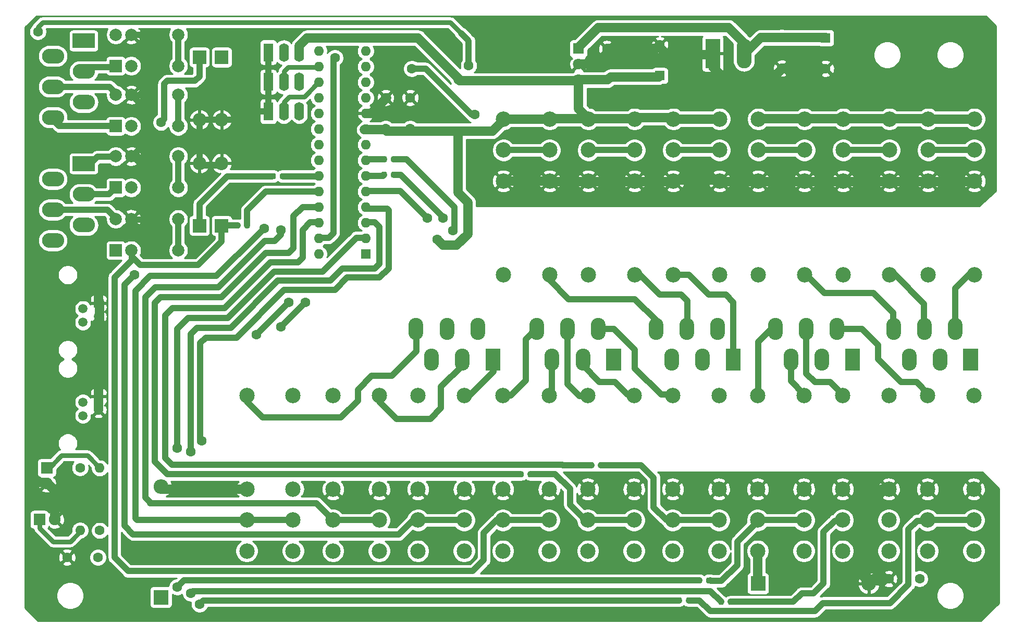
<source format=gbl>
%TF.GenerationSoftware,KiCad,Pcbnew,(5.1.6)-1*%
%TF.CreationDate,2021-11-13T13:18:40+01:00*%
%TF.ProjectId,MCP23017 Sensor Board,4d435032-3330-4313-9720-53656e736f72,rev?*%
%TF.SameCoordinates,Original*%
%TF.FileFunction,Copper,L2,Bot*%
%TF.FilePolarity,Positive*%
%FSLAX46Y46*%
G04 Gerber Fmt 4.6, Leading zero omitted, Abs format (unit mm)*
G04 Created by KiCad (PCBNEW (5.1.6)-1) date 2021-11-13 13:18:40*
%MOMM*%
%LPD*%
G01*
G04 APERTURE LIST*
%TA.AperFunction,ComponentPad*%
%ADD10C,1.600000*%
%TD*%
%TA.AperFunction,ComponentPad*%
%ADD11R,1.600000X1.600000*%
%TD*%
%TA.AperFunction,ComponentPad*%
%ADD12O,2.400000X2.400000*%
%TD*%
%TA.AperFunction,ComponentPad*%
%ADD13R,2.400000X2.400000*%
%TD*%
%TA.AperFunction,ComponentPad*%
%ADD14R,1.520000X1.520000*%
%TD*%
%TA.AperFunction,ComponentPad*%
%ADD15C,1.520000*%
%TD*%
%TA.AperFunction,ComponentPad*%
%ADD16C,2.500000*%
%TD*%
%TA.AperFunction,ComponentPad*%
%ADD17O,1.600000X1.600000*%
%TD*%
%TA.AperFunction,ComponentPad*%
%ADD18C,1.900000*%
%TD*%
%TA.AperFunction,ComponentPad*%
%ADD19R,1.900000X1.900000*%
%TD*%
%TA.AperFunction,ComponentPad*%
%ADD20O,1.600000X3.000000*%
%TD*%
%TA.AperFunction,ComponentPad*%
%ADD21R,1.600000X3.000000*%
%TD*%
%TA.AperFunction,ComponentPad*%
%ADD22C,1.800000*%
%TD*%
%TA.AperFunction,ComponentPad*%
%ADD23R,1.800000X1.800000*%
%TD*%
%TA.AperFunction,ComponentPad*%
%ADD24O,2.400000X4.800000*%
%TD*%
%TA.AperFunction,ComponentPad*%
%ADD25R,2.400000X4.800000*%
%TD*%
%TA.AperFunction,ComponentPad*%
%ADD26O,2.400000X3.600000*%
%TD*%
%TA.AperFunction,ComponentPad*%
%ADD27C,0.100000*%
%TD*%
%TA.AperFunction,ComponentPad*%
%ADD28O,3.600000X2.400000*%
%TD*%
%TA.AperFunction,ComponentPad*%
%ADD29C,2.000000*%
%TD*%
%TA.AperFunction,ComponentPad*%
%ADD30R,2.000000X2.000000*%
%TD*%
%TA.AperFunction,ComponentPad*%
%ADD31O,2.200000X2.200000*%
%TD*%
%TA.AperFunction,ComponentPad*%
%ADD32R,2.200000X2.200000*%
%TD*%
%TA.AperFunction,ViaPad*%
%ADD33C,1.600000*%
%TD*%
%TA.AperFunction,Conductor*%
%ADD34C,1.000000*%
%TD*%
%TA.AperFunction,Conductor*%
%ADD35C,1.500000*%
%TD*%
%TA.AperFunction,Conductor*%
%ADD36C,0.750000*%
%TD*%
%TA.AperFunction,Conductor*%
%ADD37C,0.254000*%
%TD*%
G04 APERTURE END LIST*
%TO.P,R16,2*%
%TO.N,/GPA2*%
%TA.AperFunction,SMDPad,CuDef*%
G36*
G01*
X113400000Y-66493750D02*
X113400000Y-67006250D01*
G75*
G02*
X113181250Y-67225000I-218750J0D01*
G01*
X112743750Y-67225000D01*
G75*
G02*
X112525000Y-67006250I0J218750D01*
G01*
X112525000Y-66493750D01*
G75*
G02*
X112743750Y-66275000I218750J0D01*
G01*
X113181250Y-66275000D01*
G75*
G02*
X113400000Y-66493750I0J-218750D01*
G01*
G37*
%TD.AperFunction*%
%TO.P,R16,1*%
%TO.N,Net-(R16-Pad1)*%
%TA.AperFunction,SMDPad,CuDef*%
G36*
G01*
X114975000Y-66493750D02*
X114975000Y-67006250D01*
G75*
G02*
X114756250Y-67225000I-218750J0D01*
G01*
X114318750Y-67225000D01*
G75*
G02*
X114100000Y-67006250I0J218750D01*
G01*
X114100000Y-66493750D01*
G75*
G02*
X114318750Y-66275000I218750J0D01*
G01*
X114756250Y-66275000D01*
G75*
G02*
X114975000Y-66493750I0J-218750D01*
G01*
G37*
%TD.AperFunction*%
%TD*%
%TO.P,R17,2*%
%TO.N,/GPA3*%
%TA.AperFunction,SMDPad,CuDef*%
G36*
G01*
X107612500Y-74493750D02*
X107612500Y-75006250D01*
G75*
G02*
X107393750Y-75225000I-218750J0D01*
G01*
X106956250Y-75225000D01*
G75*
G02*
X106737500Y-75006250I0J218750D01*
G01*
X106737500Y-74493750D01*
G75*
G02*
X106956250Y-74275000I218750J0D01*
G01*
X107393750Y-74275000D01*
G75*
G02*
X107612500Y-74493750I0J-218750D01*
G01*
G37*
%TD.AperFunction*%
%TO.P,R17,1*%
%TO.N,Net-(R17-Pad1)*%
%TA.AperFunction,SMDPad,CuDef*%
G36*
G01*
X109187500Y-74493750D02*
X109187500Y-75006250D01*
G75*
G02*
X108968750Y-75225000I-218750J0D01*
G01*
X108531250Y-75225000D01*
G75*
G02*
X108312500Y-75006250I0J218750D01*
G01*
X108312500Y-74493750D01*
G75*
G02*
X108531250Y-74275000I218750J0D01*
G01*
X108968750Y-74275000D01*
G75*
G02*
X109187500Y-74493750I0J-218750D01*
G01*
G37*
%TD.AperFunction*%
%TD*%
%TO.P,R12,2*%
%TO.N,/GPB6*%
%TA.AperFunction,SMDPad,CuDef*%
G36*
G01*
X132137500Y-64256250D02*
X132137500Y-63743750D01*
G75*
G02*
X132356250Y-63525000I218750J0D01*
G01*
X132793750Y-63525000D01*
G75*
G02*
X133012500Y-63743750I0J-218750D01*
G01*
X133012500Y-64256250D01*
G75*
G02*
X132793750Y-64475000I-218750J0D01*
G01*
X132356250Y-64475000D01*
G75*
G02*
X132137500Y-64256250I0J218750D01*
G01*
G37*
%TD.AperFunction*%
%TO.P,R12,1*%
%TO.N,Net-(R12-Pad1)*%
%TA.AperFunction,SMDPad,CuDef*%
G36*
G01*
X130562500Y-64256250D02*
X130562500Y-63743750D01*
G75*
G02*
X130781250Y-63525000I218750J0D01*
G01*
X131218750Y-63525000D01*
G75*
G02*
X131437500Y-63743750I0J-218750D01*
G01*
X131437500Y-64256250D01*
G75*
G02*
X131218750Y-64475000I-218750J0D01*
G01*
X130781250Y-64475000D01*
G75*
G02*
X130562500Y-64256250I0J218750D01*
G01*
G37*
%TD.AperFunction*%
%TD*%
%TO.P,R18,2*%
%TO.N,/GPA4*%
%TA.AperFunction,SMDPad,CuDef*%
G36*
G01*
X154350000Y-115506250D02*
X154350000Y-114993750D01*
G75*
G02*
X154568750Y-114775000I218750J0D01*
G01*
X155006250Y-114775000D01*
G75*
G02*
X155225000Y-114993750I0J-218750D01*
G01*
X155225000Y-115506250D01*
G75*
G02*
X155006250Y-115725000I-218750J0D01*
G01*
X154568750Y-115725000D01*
G75*
G02*
X154350000Y-115506250I0J218750D01*
G01*
G37*
%TD.AperFunction*%
%TO.P,R18,1*%
%TO.N,Net-(R18-Pad1)*%
%TA.AperFunction,SMDPad,CuDef*%
G36*
G01*
X152775000Y-115506250D02*
X152775000Y-114993750D01*
G75*
G02*
X152993750Y-114775000I218750J0D01*
G01*
X153431250Y-114775000D01*
G75*
G02*
X153650000Y-114993750I0J-218750D01*
G01*
X153650000Y-115506250D01*
G75*
G02*
X153431250Y-115725000I-218750J0D01*
G01*
X152993750Y-115725000D01*
G75*
G02*
X152775000Y-115506250I0J218750D01*
G01*
G37*
%TD.AperFunction*%
%TD*%
%TO.P,R7,2*%
%TO.N,/GPB3*%
%TA.AperFunction,SMDPad,CuDef*%
G36*
G01*
X180062500Y-136006250D02*
X180062500Y-135493750D01*
G75*
G02*
X180281250Y-135275000I218750J0D01*
G01*
X180718750Y-135275000D01*
G75*
G02*
X180937500Y-135493750I0J-218750D01*
G01*
X180937500Y-136006250D01*
G75*
G02*
X180718750Y-136225000I-218750J0D01*
G01*
X180281250Y-136225000D01*
G75*
G02*
X180062500Y-136006250I0J218750D01*
G01*
G37*
%TD.AperFunction*%
%TO.P,R7,1*%
%TO.N,Net-(R7-Pad1)*%
%TA.AperFunction,SMDPad,CuDef*%
G36*
G01*
X178487500Y-136006250D02*
X178487500Y-135493750D01*
G75*
G02*
X178706250Y-135275000I218750J0D01*
G01*
X179143750Y-135275000D01*
G75*
G02*
X179362500Y-135493750I0J-218750D01*
G01*
X179362500Y-136006250D01*
G75*
G02*
X179143750Y-136225000I-218750J0D01*
G01*
X178706250Y-136225000D01*
G75*
G02*
X178487500Y-136006250I0J218750D01*
G01*
G37*
%TD.AperFunction*%
%TD*%
%TO.P,R19,2*%
%TO.N,/GPA5*%
%TA.AperFunction,SMDPad,CuDef*%
G36*
G01*
X165812500Y-114006250D02*
X165812500Y-113493750D01*
G75*
G02*
X166031250Y-113275000I218750J0D01*
G01*
X166468750Y-113275000D01*
G75*
G02*
X166687500Y-113493750I0J-218750D01*
G01*
X166687500Y-114006250D01*
G75*
G02*
X166468750Y-114225000I-218750J0D01*
G01*
X166031250Y-114225000D01*
G75*
G02*
X165812500Y-114006250I0J218750D01*
G01*
G37*
%TD.AperFunction*%
%TO.P,R19,1*%
%TO.N,Net-(R19-Pad1)*%
%TA.AperFunction,SMDPad,CuDef*%
G36*
G01*
X164237500Y-114006250D02*
X164237500Y-113493750D01*
G75*
G02*
X164456250Y-113275000I218750J0D01*
G01*
X164893750Y-113275000D01*
G75*
G02*
X165112500Y-113493750I0J-218750D01*
G01*
X165112500Y-114006250D01*
G75*
G02*
X164893750Y-114225000I-218750J0D01*
G01*
X164456250Y-114225000D01*
G75*
G02*
X164237500Y-114006250I0J218750D01*
G01*
G37*
%TD.AperFunction*%
%TD*%
%TO.P,R11,2*%
%TO.N,/GPB5*%
%TA.AperFunction,SMDPad,CuDef*%
G36*
G01*
X132137500Y-66756250D02*
X132137500Y-66243750D01*
G75*
G02*
X132356250Y-66025000I218750J0D01*
G01*
X132793750Y-66025000D01*
G75*
G02*
X133012500Y-66243750I0J-218750D01*
G01*
X133012500Y-66756250D01*
G75*
G02*
X132793750Y-66975000I-218750J0D01*
G01*
X132356250Y-66975000D01*
G75*
G02*
X132137500Y-66756250I0J218750D01*
G01*
G37*
%TD.AperFunction*%
%TO.P,R11,1*%
%TO.N,Net-(R11-Pad1)*%
%TA.AperFunction,SMDPad,CuDef*%
G36*
G01*
X130562500Y-66756250D02*
X130562500Y-66243750D01*
G75*
G02*
X130781250Y-66025000I218750J0D01*
G01*
X131218750Y-66025000D01*
G75*
G02*
X131437500Y-66243750I0J-218750D01*
G01*
X131437500Y-66756250D01*
G75*
G02*
X131218750Y-66975000I-218750J0D01*
G01*
X130781250Y-66975000D01*
G75*
G02*
X130562500Y-66756250I0J218750D01*
G01*
G37*
%TD.AperFunction*%
%TD*%
%TO.P,R4,2*%
%TO.N,/GPB1*%
%TA.AperFunction,SMDPad,CuDef*%
G36*
G01*
X183350000Y-132756250D02*
X183350000Y-132243750D01*
G75*
G02*
X183568750Y-132025000I218750J0D01*
G01*
X184006250Y-132025000D01*
G75*
G02*
X184225000Y-132243750I0J-218750D01*
G01*
X184225000Y-132756250D01*
G75*
G02*
X184006250Y-132975000I-218750J0D01*
G01*
X183568750Y-132975000D01*
G75*
G02*
X183350000Y-132756250I0J218750D01*
G01*
G37*
%TD.AperFunction*%
%TO.P,R4,1*%
%TO.N,Net-(R4-Pad1)*%
%TA.AperFunction,SMDPad,CuDef*%
G36*
G01*
X181775000Y-132756250D02*
X181775000Y-132243750D01*
G75*
G02*
X181993750Y-132025000I218750J0D01*
G01*
X182431250Y-132025000D01*
G75*
G02*
X182650000Y-132243750I0J-218750D01*
G01*
X182650000Y-132756250D01*
G75*
G02*
X182431250Y-132975000I-218750J0D01*
G01*
X181993750Y-132975000D01*
G75*
G02*
X181775000Y-132756250I0J218750D01*
G01*
G37*
%TD.AperFunction*%
%TD*%
%TO.P,R5,2*%
%TO.N,/GPB2*%
%TA.AperFunction,SMDPad,CuDef*%
G36*
G01*
X186887500Y-136256250D02*
X186887500Y-135743750D01*
G75*
G02*
X187106250Y-135525000I218750J0D01*
G01*
X187543750Y-135525000D01*
G75*
G02*
X187762500Y-135743750I0J-218750D01*
G01*
X187762500Y-136256250D01*
G75*
G02*
X187543750Y-136475000I-218750J0D01*
G01*
X187106250Y-136475000D01*
G75*
G02*
X186887500Y-136256250I0J218750D01*
G01*
G37*
%TD.AperFunction*%
%TO.P,R5,1*%
%TO.N,Net-(R5-Pad1)*%
%TA.AperFunction,SMDPad,CuDef*%
G36*
G01*
X185312500Y-136256250D02*
X185312500Y-135743750D01*
G75*
G02*
X185531250Y-135525000I218750J0D01*
G01*
X185968750Y-135525000D01*
G75*
G02*
X186187500Y-135743750I0J-218750D01*
G01*
X186187500Y-136256250D01*
G75*
G02*
X185968750Y-136475000I-218750J0D01*
G01*
X185531250Y-136475000D01*
G75*
G02*
X185312500Y-136256250I0J218750D01*
G01*
G37*
%TD.AperFunction*%
%TD*%
D10*
%TO.P,C10,2*%
%TO.N,GND*%
X202750000Y-49250000D03*
D11*
%TO.P,C10,1*%
%TO.N,Net-(C1-Pad1)*%
X202750000Y-44250000D03*
%TD*%
D10*
%TO.P,C9,2*%
%TO.N,GND*%
X213000000Y-132250000D03*
%TO.P,C9,1*%
%TO.N,VCC*%
X218000000Y-132250000D03*
%TD*%
D12*
%TO.P,C8,2*%
%TO.N,GND*%
X209750000Y-133000000D03*
D13*
%TO.P,C8,1*%
%TO.N,VCC*%
X191750000Y-133000000D03*
%TD*%
D10*
%TO.P,C7,2*%
%TO.N,GND*%
X79500000Y-128750000D03*
%TO.P,C7,1*%
%TO.N,VCC*%
X84500000Y-128750000D03*
%TD*%
D12*
%TO.P,C6,2*%
%TO.N,GND*%
X94750000Y-117250000D03*
D13*
%TO.P,C6,1*%
%TO.N,VCC*%
X94750000Y-135250000D03*
%TD*%
D10*
%TO.P,C3,2*%
%TO.N,GND*%
X131250000Y-54000000D03*
%TO.P,C3,1*%
%TO.N,VCC*%
X131250000Y-59000000D03*
%TD*%
D14*
%TO.P,J10,1*%
%TO.N,GND*%
X84600000Y-87400000D03*
D15*
%TO.P,J10,2*%
%TO.N,Net-(J10-Pad2)*%
X82060000Y-88300000D03*
%TO.P,J10,3*%
%TO.N,GND*%
X84600000Y-89600000D03*
%TO.P,J10,4*%
%TO.N,Net-(J10-Pad4)*%
X82060000Y-90500000D03*
%TD*%
D16*
%TO.P,R3,14*%
%TO.N,VCC*%
X108700000Y-127740000D03*
X116200000Y-127740000D03*
%TO.P,R3,11*%
%TO.N,/GPA0*%
X108700000Y-122700000D03*
X116200000Y-122700000D03*
%TO.P,R3,12*%
%TO.N,GND*%
X108700000Y-117660000D03*
X116200000Y-117660000D03*
%TO.P,R3,A2*%
%TO.N,/ReAa0*%
X108700000Y-102400000D03*
%TO.P,R3,A1*%
%TO.N,/ReAb0*%
X116200000Y-102400000D03*
%TD*%
%TO.P,R9,14*%
%TO.N,VCC*%
X122700000Y-127740000D03*
X130200000Y-127740000D03*
%TO.P,R9,11*%
%TO.N,/GPA1*%
X122700000Y-122700000D03*
X130200000Y-122700000D03*
%TO.P,R9,12*%
%TO.N,GND*%
X122700000Y-117660000D03*
X130200000Y-117660000D03*
%TO.P,R9,A2*%
%TO.N,/ReAa1*%
X122700000Y-102400000D03*
%TO.P,R9,A1*%
%TO.N,/ReAb1*%
X130200000Y-102400000D03*
%TD*%
D17*
%TO.P,U1,28*%
%TO.N,Net-(R24-Pad1)*%
X120380000Y-79400000D03*
%TO.P,U1,14*%
%TO.N,N/C*%
X128000000Y-46380000D03*
%TO.P,U1,27*%
%TO.N,Net-(R20-Pad1)*%
X120380000Y-76860000D03*
%TO.P,U1,13*%
%TO.N,Net-(J10-Pad4)*%
X128000000Y-48920000D03*
%TO.P,U1,26*%
%TO.N,Net-(R19-Pad1)*%
X120380000Y-74320000D03*
%TO.P,U1,12*%
%TO.N,Net-(J10-Pad2)*%
X128000000Y-51460000D03*
%TO.P,U1,25*%
%TO.N,Net-(R18-Pad1)*%
X120380000Y-71780000D03*
%TO.P,U1,11*%
%TO.N,N/C*%
X128000000Y-54000000D03*
%TO.P,U1,24*%
%TO.N,Net-(R17-Pad1)*%
X120380000Y-69240000D03*
%TO.P,U1,10*%
%TO.N,GND*%
X128000000Y-56540000D03*
%TO.P,U1,23*%
%TO.N,Net-(R16-Pad1)*%
X120380000Y-66700000D03*
%TO.P,U1,9*%
%TO.N,VCC*%
X128000000Y-59080000D03*
%TO.P,U1,22*%
%TO.N,Net-(R15-Pad1)*%
X120380000Y-64160000D03*
%TO.P,U1,8*%
%TO.N,Net-(R8-Pad1)*%
X128000000Y-61620000D03*
%TO.P,U1,21*%
%TO.N,Net-(R13-Pad1)*%
X120380000Y-61620000D03*
%TO.P,U1,7*%
%TO.N,Net-(R12-Pad1)*%
X128000000Y-64160000D03*
%TO.P,U1,20*%
%TO.N,N/C*%
X120380000Y-59080000D03*
%TO.P,U1,6*%
%TO.N,Net-(R11-Pad1)*%
X128000000Y-66700000D03*
%TO.P,U1,19*%
%TO.N,N/C*%
X120380000Y-56540000D03*
%TO.P,U1,5*%
%TO.N,Net-(R10-Pad1)*%
X128000000Y-69240000D03*
%TO.P,U1,18*%
%TO.N,VCC*%
X120380000Y-54000000D03*
%TO.P,U1,4*%
%TO.N,Net-(R7-Pad1)*%
X128000000Y-71780000D03*
%TO.P,U1,17*%
%TO.N,Net-(JP1-Pad2)*%
X120380000Y-51460000D03*
%TO.P,U1,3*%
%TO.N,Net-(R5-Pad1)*%
X128000000Y-74320000D03*
%TO.P,U1,16*%
%TO.N,Net-(JP2-Pad2)*%
X120380000Y-48920000D03*
%TO.P,U1,2*%
%TO.N,Net-(R4-Pad1)*%
X128000000Y-76860000D03*
%TO.P,U1,15*%
%TO.N,Net-(JP3-Pad2)*%
X120380000Y-46380000D03*
D11*
%TO.P,U1,1*%
%TO.N,Net-(R2-Pad1)*%
X128000000Y-79400000D03*
%TD*%
D17*
%TO.P,R8,2*%
%TO.N,Net-(D6-Pad2)*%
X81600000Y-124360000D03*
D10*
%TO.P,R8,1*%
%TO.N,Net-(R8-Pad1)*%
X81600000Y-114200000D03*
%TD*%
D14*
%TO.P,J4,1*%
%TO.N,GND*%
X84600000Y-102600000D03*
D15*
%TO.P,J4,2*%
%TO.N,Net-(J10-Pad2)*%
X82060000Y-103500000D03*
%TO.P,J4,3*%
%TO.N,GND*%
X84600000Y-104800000D03*
%TO.P,J4,4*%
%TO.N,Net-(J10-Pad4)*%
X82060000Y-105700000D03*
%TD*%
D18*
%TO.P,D6,1*%
%TO.N,GND*%
X77500000Y-122600000D03*
D19*
%TO.P,D6,2*%
%TO.N,Net-(D6-Pad2)*%
X75000000Y-122600000D03*
%TD*%
D18*
%TO.P,D1,1*%
%TO.N,GND*%
X76200000Y-116700000D03*
D19*
%TO.P,D1,2*%
%TO.N,Net-(D1-Pad2)*%
X76200000Y-114200000D03*
%TD*%
D10*
%TO.P,C2,2*%
%TO.N,GND*%
X135250000Y-54000000D03*
%TO.P,C2,1*%
%TO.N,VCC*%
X135250000Y-59000000D03*
%TD*%
D20*
%TO.P,JP1,3*%
%TO.N,VCC*%
X117200000Y-56200000D03*
%TO.P,JP1,2*%
%TO.N,Net-(JP1-Pad2)*%
X114700000Y-56200000D03*
D21*
%TO.P,JP1,1*%
%TO.N,GND*%
X112200000Y-56200000D03*
%TD*%
D20*
%TO.P,JP3,3*%
%TO.N,VCC*%
X117200000Y-46600000D03*
%TO.P,JP3,2*%
%TO.N,Net-(JP3-Pad2)*%
X114700000Y-46600000D03*
D21*
%TO.P,JP3,1*%
%TO.N,GND*%
X112200000Y-46600000D03*
%TD*%
D20*
%TO.P,JP2,3*%
%TO.N,VCC*%
X117200000Y-51400000D03*
%TO.P,JP2,2*%
%TO.N,Net-(JP2-Pad2)*%
X114700000Y-51400000D03*
D21*
%TO.P,JP2,1*%
%TO.N,GND*%
X112200000Y-51400000D03*
%TD*%
D22*
%TO.P,U2,3*%
%TO.N,VCC*%
X162600000Y-51080000D03*
%TO.P,U2,2*%
%TO.N,GND*%
X162600000Y-48540000D03*
D23*
%TO.P,U2,1*%
%TO.N,Net-(C1-Pad1)*%
X162600000Y-46000000D03*
%TD*%
D24*
%TO.P,J1,2*%
%TO.N,Net-(C1-Pad1)*%
X189480000Y-46800000D03*
D25*
%TO.P,J1,1*%
%TO.N,GND*%
X184400000Y-46800000D03*
%TD*%
D10*
%TO.P,C5,2*%
%TO.N,GND*%
X167200000Y-46000000D03*
%TO.P,C5,1*%
%TO.N,VCC*%
X167200000Y-51000000D03*
%TD*%
%TO.P,C4,2*%
%TO.N,GND*%
X175800000Y-45400000D03*
D11*
%TO.P,C4,1*%
%TO.N,VCC*%
X175800000Y-50400000D03*
%TD*%
D16*
%TO.P,R36,14*%
%TO.N,VCC*%
X226900000Y-57460000D03*
X219400000Y-57460000D03*
%TO.P,R36,11*%
%TO.N,/GPB6*%
X226900000Y-62500000D03*
X219400000Y-62500000D03*
%TO.P,R36,12*%
%TO.N,GND*%
X226900000Y-67540000D03*
X219400000Y-67540000D03*
%TO.P,R36,A2*%
%TO.N,/ReBa6*%
X226900000Y-82800000D03*
%TO.P,R36,A1*%
%TO.N,/ReBb6*%
X219400000Y-82800000D03*
%TD*%
%TO.P,R35,14*%
%TO.N,VCC*%
X219300000Y-127740000D03*
X226800000Y-127740000D03*
%TO.P,R35,11*%
%TO.N,/GPB3*%
X219300000Y-122700000D03*
X226800000Y-122700000D03*
%TO.P,R35,12*%
%TO.N,GND*%
X219300000Y-117660000D03*
X226800000Y-117660000D03*
%TO.P,R35,A2*%
%TO.N,/ReBa3*%
X219300000Y-102400000D03*
%TO.P,R35,A1*%
%TO.N,/ReBb3*%
X226800000Y-102400000D03*
%TD*%
%TO.P,R34,14*%
%TO.N,VCC*%
X171700000Y-57460000D03*
X164200000Y-57460000D03*
%TO.P,R34,11*%
%TO.N,/GPA7*%
X171700000Y-62500000D03*
X164200000Y-62500000D03*
%TO.P,R34,12*%
%TO.N,GND*%
X171700000Y-67540000D03*
X164200000Y-67540000D03*
%TO.P,R34,A2*%
%TO.N,/ReAa7*%
X171700000Y-82800000D03*
%TO.P,R34,A1*%
%TO.N,/ReAb7*%
X164200000Y-82800000D03*
%TD*%
%TO.P,R32,14*%
%TO.N,VCC*%
X213100000Y-57460000D03*
X205600000Y-57460000D03*
%TO.P,R32,11*%
%TO.N,/GPB5*%
X213100000Y-62500000D03*
X205600000Y-62500000D03*
%TO.P,R32,12*%
%TO.N,GND*%
X213100000Y-67540000D03*
X205600000Y-67540000D03*
%TO.P,R32,A2*%
%TO.N,/ReBa5*%
X213100000Y-82800000D03*
%TO.P,R32,A1*%
%TO.N,/ReBb5*%
X205600000Y-82800000D03*
%TD*%
%TO.P,R31,14*%
%TO.N,VCC*%
X205500000Y-127740000D03*
X213000000Y-127740000D03*
%TO.P,R31,11*%
%TO.N,/GPB2*%
X205500000Y-122700000D03*
X213000000Y-122700000D03*
%TO.P,R31,12*%
%TO.N,GND*%
X205500000Y-117660000D03*
X213000000Y-117660000D03*
%TO.P,R31,A2*%
%TO.N,/ReBa2*%
X205500000Y-102400000D03*
%TO.P,R31,A1*%
%TO.N,/ReBb2*%
X213000000Y-102400000D03*
%TD*%
%TO.P,R30,14*%
%TO.N,VCC*%
X157900000Y-57460000D03*
X150400000Y-57460000D03*
%TO.P,R30,11*%
%TO.N,/GPA6*%
X157900000Y-62500000D03*
X150400000Y-62500000D03*
%TO.P,R30,12*%
%TO.N,GND*%
X157900000Y-67540000D03*
X150400000Y-67540000D03*
%TO.P,R30,A2*%
%TO.N,/ReAa6*%
X157900000Y-82800000D03*
%TO.P,R30,A1*%
%TO.N,/ReAb6*%
X150400000Y-82800000D03*
%TD*%
%TO.P,R28,14*%
%TO.N,VCC*%
X199300000Y-57460000D03*
X191800000Y-57460000D03*
%TO.P,R28,11*%
%TO.N,/GPB4*%
X199300000Y-62500000D03*
X191800000Y-62500000D03*
%TO.P,R28,12*%
%TO.N,GND*%
X199300000Y-67540000D03*
X191800000Y-67540000D03*
%TO.P,R28,A2*%
%TO.N,/ReBa4*%
X199300000Y-82800000D03*
%TO.P,R28,A1*%
%TO.N,/ReBb4*%
X191800000Y-82800000D03*
%TD*%
%TO.P,R27,14*%
%TO.N,VCC*%
X191700000Y-127740000D03*
X199200000Y-127740000D03*
%TO.P,R27,11*%
%TO.N,/GPB1*%
X191700000Y-122700000D03*
X199200000Y-122700000D03*
%TO.P,R27,12*%
%TO.N,GND*%
X191700000Y-117660000D03*
X199200000Y-117660000D03*
%TO.P,R27,A2*%
%TO.N,/ReBa1*%
X191700000Y-102400000D03*
%TO.P,R27,A1*%
%TO.N,/ReBb1*%
X199200000Y-102400000D03*
%TD*%
%TO.P,R26,14*%
%TO.N,VCC*%
X177900000Y-127740000D03*
X185400000Y-127740000D03*
%TO.P,R26,11*%
%TO.N,/GPA5*%
X177900000Y-122700000D03*
X185400000Y-122700000D03*
%TO.P,R26,12*%
%TO.N,GND*%
X177900000Y-117660000D03*
X185400000Y-117660000D03*
%TO.P,R26,A2*%
%TO.N,/ReAa5*%
X177900000Y-102400000D03*
%TO.P,R26,A1*%
%TO.N,/ReAb5*%
X185400000Y-102400000D03*
%TD*%
%TO.P,R22,14*%
%TO.N,VCC*%
X164100000Y-127740000D03*
X171600000Y-127740000D03*
%TO.P,R22,11*%
%TO.N,/GPA4*%
X164100000Y-122700000D03*
X171600000Y-122700000D03*
%TO.P,R22,12*%
%TO.N,GND*%
X164100000Y-117660000D03*
X171600000Y-117660000D03*
%TO.P,R22,A2*%
%TO.N,/ReAa4*%
X164100000Y-102400000D03*
%TO.P,R22,A1*%
%TO.N,/ReAb4*%
X171600000Y-102400000D03*
%TD*%
D26*
%TO.P,J9,2*%
%TO.N,/ReBa6*%
X223800000Y-91600000D03*
%TA.AperFunction,ComponentPad*%
D27*
%TO.P,J9,1*%
%TO.N,/ReBb6*%
G36*
X225100000Y-94800000D02*
G01*
X227500000Y-94800000D01*
X227500000Y-98400000D01*
X225100000Y-98400000D01*
X225100000Y-94800000D01*
G37*
%TD.AperFunction*%
D26*
%TO.P,J9,3*%
%TO.N,/ReBb5*%
X221300000Y-96600000D03*
%TO.P,J9,4*%
%TO.N,/ReBa5*%
X218800000Y-91600000D03*
%TO.P,J9,5*%
%TO.N,/ReBb4*%
X216300000Y-96600000D03*
%TO.P,J9,6*%
%TO.N,/ReBa4*%
X213800000Y-91600000D03*
%TD*%
%TO.P,J8,2*%
%TO.N,/ReBa3*%
X204600000Y-91600000D03*
%TA.AperFunction,ComponentPad*%
D27*
%TO.P,J8,1*%
%TO.N,/ReBb3*%
G36*
X205900000Y-94800000D02*
G01*
X208300000Y-94800000D01*
X208300000Y-98400000D01*
X205900000Y-98400000D01*
X205900000Y-94800000D01*
G37*
%TD.AperFunction*%
D26*
%TO.P,J8,3*%
%TO.N,/ReBb2*%
X202100000Y-96600000D03*
%TO.P,J8,4*%
%TO.N,/ReBa2*%
X199600000Y-91600000D03*
%TO.P,J8,5*%
%TO.N,/ReBb1*%
X197100000Y-96600000D03*
%TO.P,J8,6*%
%TO.N,/ReBa1*%
X194600000Y-91600000D03*
%TD*%
%TO.P,J7,2*%
%TO.N,/ReBa0*%
X185200000Y-91600000D03*
%TA.AperFunction,ComponentPad*%
D27*
%TO.P,J7,1*%
%TO.N,/ReBb0*%
G36*
X186500000Y-94800000D02*
G01*
X188900000Y-94800000D01*
X188900000Y-98400000D01*
X186500000Y-98400000D01*
X186500000Y-94800000D01*
G37*
%TD.AperFunction*%
D26*
%TO.P,J7,3*%
%TO.N,/ReAb7*%
X182700000Y-96600000D03*
%TO.P,J7,4*%
%TO.N,/ReAa7*%
X180200000Y-91600000D03*
%TO.P,J7,5*%
%TO.N,/ReAb6*%
X177700000Y-96600000D03*
%TO.P,J7,6*%
%TO.N,/ReAa6*%
X175200000Y-91600000D03*
%TD*%
%TO.P,J6,2*%
%TO.N,/ReAa5*%
X165800000Y-91600000D03*
%TA.AperFunction,ComponentPad*%
D27*
%TO.P,J6,1*%
%TO.N,/ReAb5*%
G36*
X167100000Y-94800000D02*
G01*
X169500000Y-94800000D01*
X169500000Y-98400000D01*
X167100000Y-98400000D01*
X167100000Y-94800000D01*
G37*
%TD.AperFunction*%
D26*
%TO.P,J6,3*%
%TO.N,/ReAb4*%
X163300000Y-96600000D03*
%TO.P,J6,4*%
%TO.N,/ReAa4*%
X160800000Y-91600000D03*
%TO.P,J6,5*%
%TO.N,/ReAb3*%
X158300000Y-96600000D03*
%TO.P,J6,6*%
%TO.N,/ReAa3*%
X155800000Y-91600000D03*
%TD*%
D28*
%TO.P,J3,2*%
%TO.N,/SecCO3*%
X77200000Y-67200000D03*
%TA.AperFunction,ComponentPad*%
D27*
%TO.P,J3,1*%
%TO.N,/SecNO3*%
G36*
X80400000Y-65900000D02*
G01*
X80400000Y-63500000D01*
X84000000Y-63500000D01*
X84000000Y-65900000D01*
X80400000Y-65900000D01*
G37*
%TD.AperFunction*%
D28*
%TO.P,J3,3*%
%TO.N,/SecNC3*%
X82200000Y-69700000D03*
%TO.P,J3,4*%
%TO.N,/SecNO4*%
X77200000Y-72200000D03*
%TO.P,J3,5*%
%TO.N,/SecCO4*%
X82200000Y-74700000D03*
%TO.P,J3,6*%
%TO.N,/SecNC4*%
X77200000Y-77200000D03*
%TD*%
%TO.P,J2,2*%
%TO.N,/SecCO1*%
X77200000Y-47200000D03*
%TA.AperFunction,ComponentPad*%
D27*
%TO.P,J2,1*%
%TO.N,/SecNO1*%
G36*
X80400000Y-45900000D02*
G01*
X80400000Y-43500000D01*
X84000000Y-43500000D01*
X84000000Y-45900000D01*
X80400000Y-45900000D01*
G37*
%TD.AperFunction*%
D28*
%TO.P,J2,3*%
%TO.N,/SecNC1*%
X82200000Y-49700000D03*
%TO.P,J2,4*%
%TO.N,/SecNO2*%
X77200000Y-52200000D03*
%TO.P,J2,5*%
%TO.N,/SecCO2*%
X82200000Y-54700000D03*
%TO.P,J2,6*%
%TO.N,/SecNC2*%
X77200000Y-57200000D03*
%TD*%
D26*
%TO.P,J5,2*%
%TO.N,/ReAa2*%
X146200000Y-91600000D03*
%TA.AperFunction,ComponentPad*%
D27*
%TO.P,J5,1*%
%TO.N,/ReAb2*%
G36*
X147500000Y-94800000D02*
G01*
X149900000Y-94800000D01*
X149900000Y-98400000D01*
X147500000Y-98400000D01*
X147500000Y-94800000D01*
G37*
%TD.AperFunction*%
D26*
%TO.P,J5,3*%
%TO.N,/ReAb1*%
X143700000Y-96600000D03*
%TO.P,J5,4*%
%TO.N,/ReAa1*%
X141200000Y-91600000D03*
%TO.P,J5,5*%
%TO.N,/ReAb0*%
X138700000Y-96600000D03*
%TO.P,J5,6*%
%TO.N,/ReAa0*%
X136200000Y-91600000D03*
%TD*%
D29*
%TO.P,R33,5*%
%TO.N,/SecCO4*%
X97560000Y-78800000D03*
%TO.P,R33,6*%
X97560000Y-73720000D03*
%TO.P,R33,2*%
%TO.N,/GPA3*%
X89940000Y-78800000D03*
D30*
%TO.P,R33,1*%
%TO.N,/SecNC4*%
X87400000Y-78800000D03*
D29*
%TO.P,R33,9*%
%TO.N,GND*%
X89940000Y-73720000D03*
%TO.P,R33,10*%
%TO.N,/SecNO4*%
X87400000Y-73720000D03*
%TD*%
%TO.P,R14,5*%
%TO.N,/SecCO2*%
X97560000Y-58600000D03*
%TO.P,R14,6*%
X97560000Y-53520000D03*
%TO.P,R14,2*%
%TO.N,/GPA1*%
X89940000Y-58600000D03*
D30*
%TO.P,R14,1*%
%TO.N,/SecNC2*%
X87400000Y-58600000D03*
D29*
%TO.P,R14,9*%
%TO.N,GND*%
X89940000Y-53520000D03*
%TO.P,R14,10*%
%TO.N,/SecNO2*%
X87400000Y-53520000D03*
%TD*%
D16*
%TO.P,R29,14*%
%TO.N,VCC*%
X150300000Y-127740000D03*
X157800000Y-127740000D03*
%TO.P,R29,11*%
%TO.N,/GPA3*%
X150300000Y-122700000D03*
X157800000Y-122700000D03*
%TO.P,R29,12*%
%TO.N,GND*%
X150300000Y-117660000D03*
X157800000Y-117660000D03*
%TO.P,R29,A2*%
%TO.N,/ReAa3*%
X150300000Y-102400000D03*
%TO.P,R29,A1*%
%TO.N,/ReAb3*%
X157800000Y-102400000D03*
%TD*%
D29*
%TO.P,R25,5*%
%TO.N,/SecCO3*%
X97560000Y-68600000D03*
%TO.P,R25,6*%
X97560000Y-63520000D03*
%TO.P,R25,2*%
%TO.N,/GPA2*%
X89940000Y-68600000D03*
D30*
%TO.P,R25,1*%
%TO.N,/SecNC3*%
X87400000Y-68600000D03*
D29*
%TO.P,R25,9*%
%TO.N,GND*%
X89940000Y-63520000D03*
%TO.P,R25,10*%
%TO.N,/SecNO3*%
X87400000Y-63520000D03*
%TD*%
%TO.P,R6,5*%
%TO.N,/SecCO1*%
X97560000Y-48800000D03*
%TO.P,R6,6*%
X97560000Y-43720000D03*
%TO.P,R6,2*%
%TO.N,/GPA0*%
X89940000Y-48800000D03*
D30*
%TO.P,R6,1*%
%TO.N,/SecNC1*%
X87400000Y-48800000D03*
D29*
%TO.P,R6,9*%
%TO.N,GND*%
X89940000Y-43720000D03*
%TO.P,R6,10*%
%TO.N,/SecNO1*%
X87400000Y-43720000D03*
%TD*%
D16*
%TO.P,R23,14*%
%TO.N,VCC*%
X185500000Y-57460000D03*
X178000000Y-57460000D03*
%TO.P,R23,11*%
%TO.N,/GPB0*%
X185500000Y-62500000D03*
X178000000Y-62500000D03*
%TO.P,R23,12*%
%TO.N,GND*%
X185500000Y-67540000D03*
X178000000Y-67540000D03*
%TO.P,R23,A2*%
%TO.N,/ReBa0*%
X185500000Y-82800000D03*
%TO.P,R23,A1*%
%TO.N,/ReBb0*%
X178000000Y-82800000D03*
%TD*%
%TO.P,R21,14*%
%TO.N,VCC*%
X136500000Y-127740000D03*
X144000000Y-127740000D03*
%TO.P,R21,11*%
%TO.N,/GPA2*%
X136500000Y-122700000D03*
X144000000Y-122700000D03*
%TO.P,R21,12*%
%TO.N,GND*%
X136500000Y-117660000D03*
X144000000Y-117660000D03*
%TO.P,R21,A2*%
%TO.N,/ReAa2*%
X136500000Y-102400000D03*
%TO.P,R21,A1*%
%TO.N,/ReAb2*%
X144000000Y-102400000D03*
%TD*%
D17*
%TO.P,R1,2*%
%TO.N,Net-(D1-Pad2)*%
X84800000Y-114240000D03*
D10*
%TO.P,R1,1*%
%TO.N,VCC*%
X84800000Y-124400000D03*
%TD*%
D31*
%TO.P,D21,2*%
%TO.N,GND*%
X104600000Y-64640000D03*
D32*
%TO.P,D21,1*%
%TO.N,/GPA3*%
X104600000Y-74800000D03*
%TD*%
D31*
%TO.P,D10,2*%
%TO.N,GND*%
X104600000Y-57560000D03*
D32*
%TO.P,D10,1*%
%TO.N,/GPA1*%
X104600000Y-47400000D03*
%TD*%
D31*
%TO.P,D20,2*%
%TO.N,GND*%
X101000000Y-64640000D03*
D32*
%TO.P,D20,1*%
%TO.N,/GPA2*%
X101000000Y-74800000D03*
%TD*%
D31*
%TO.P,D4,2*%
%TO.N,GND*%
X101000000Y-57560000D03*
D32*
%TO.P,D4,1*%
%TO.N,/GPA0*%
X101000000Y-47400000D03*
%TD*%
D10*
%TO.P,C1,2*%
%TO.N,GND*%
X195600000Y-49200000D03*
%TO.P,C1,1*%
%TO.N,Net-(C1-Pad1)*%
X195600000Y-44200000D03*
%TD*%
D33*
%TO.N,VCC*%
X139600000Y-77000000D03*
%TO.N,/GPA0*%
X111500000Y-75250000D03*
X94750000Y-58000000D03*
%TO.N,/GPA1*%
X114250000Y-75500000D03*
%TO.N,/GPA2*%
X90400000Y-82800000D03*
%TO.N,Net-(R8-Pad1)*%
X74750000Y-43250000D03*
X144750000Y-48750000D03*
%TO.N,Net-(J10-Pad2)*%
X118250000Y-87250000D03*
X114250000Y-91250000D03*
%TO.N,Net-(J10-Pad4)*%
X115500000Y-87250000D03*
X110250000Y-92500000D03*
%TO.N,Net-(R4-Pad1)*%
X97400000Y-133600000D03*
X97400000Y-111000000D03*
%TO.N,Net-(R5-Pad1)*%
X99600000Y-134600000D03*
X99600000Y-111600000D03*
%TO.N,Net-(R7-Pad1)*%
X101000000Y-136400000D03*
X101400000Y-109800000D03*
%TO.N,Net-(R10-Pad1)*%
X138000000Y-73600000D03*
%TO.N,/GPB5*%
X140600000Y-73600000D03*
%TO.N,/GPB6*%
X142200000Y-75600000D03*
%TO.N,/GPA6*%
X135500000Y-49250000D03*
X145750000Y-56750000D03*
%TO.N,Net-(R20-Pad1)*%
X123000000Y-47500000D03*
%TD*%
D34*
%TO.N,GND*%
X112200000Y-46600000D02*
X112200000Y-51400000D01*
X112200000Y-51400000D02*
X112200000Y-56200000D01*
X112200000Y-56200000D02*
X108600000Y-56200000D01*
X108600000Y-56200000D02*
X107200000Y-57600000D01*
X107200000Y-57600000D02*
X104600000Y-57600000D01*
X104600000Y-57600000D02*
X100800000Y-57600000D01*
X101000000Y-57560000D02*
X101000000Y-65000000D01*
X101000000Y-65000000D02*
X104400000Y-65000000D01*
X104400000Y-65000000D02*
X104800000Y-64600000D01*
X101000000Y-64640000D02*
X101000000Y-62200000D01*
X101000000Y-62200000D02*
X99800000Y-61000000D01*
X99800000Y-61000000D02*
X92600000Y-61000000D01*
X92600000Y-61000000D02*
X90000000Y-63600000D01*
X90000000Y-63600000D02*
X92800000Y-60800000D01*
X92800000Y-60800000D02*
X92800000Y-56400000D01*
X92800000Y-56400000D02*
X90000000Y-53600000D01*
X90000000Y-53600000D02*
X91200000Y-53600000D01*
X91200000Y-53600000D02*
X92800000Y-52000000D01*
X92800000Y-52000000D02*
X92800000Y-45200000D01*
X92800000Y-45200000D02*
X91400000Y-43800000D01*
X91400000Y-43800000D02*
X90000000Y-43800000D01*
X89940000Y-63520000D02*
X90920000Y-63520000D01*
X90920000Y-63520000D02*
X92800000Y-65400000D01*
X92800000Y-65400000D02*
X92800000Y-72800000D01*
X92800000Y-72800000D02*
X92800000Y-73000000D01*
X92800000Y-73000000D02*
X92000000Y-73800000D01*
X92000000Y-73800000D02*
X90000000Y-73800000D01*
D35*
X162600000Y-48540000D02*
X165860000Y-48540000D01*
X165860000Y-48540000D02*
X167200000Y-47200000D01*
X167200000Y-47200000D02*
X167200000Y-46000000D01*
X167200000Y-46000000D02*
X175200000Y-46000000D01*
X175200000Y-46000000D02*
X175600000Y-45600000D01*
X175600000Y-45600000D02*
X177000000Y-47000000D01*
X177000000Y-47000000D02*
X184400000Y-47000000D01*
X184400000Y-47000000D02*
X184400000Y-49000000D01*
X184400000Y-49000000D02*
X187400000Y-52000000D01*
X193000000Y-52000000D02*
X195800000Y-49200000D01*
X191800000Y-67540000D02*
X191140000Y-67540000D01*
X188400000Y-64800000D02*
X188400000Y-52000000D01*
X191140000Y-67540000D02*
X188400000Y-64800000D01*
X187400000Y-52000000D02*
X188400000Y-52000000D01*
X188400000Y-52000000D02*
X193000000Y-52000000D01*
X84800000Y-98200000D02*
X84800000Y-89800000D01*
X84800000Y-89800000D02*
X84800000Y-87200000D01*
X84600000Y-104800000D02*
X84600000Y-102600000D01*
X84600000Y-99600000D02*
X84000000Y-99000000D01*
X84600000Y-102600000D02*
X84600000Y-99600000D01*
X84000000Y-99000000D02*
X84800000Y-98200000D01*
X84600000Y-87400000D02*
X84600000Y-82600000D01*
X84600000Y-82600000D02*
X82000000Y-80000000D01*
X82000000Y-80000000D02*
X82000000Y-79400000D01*
X82000000Y-79400000D02*
X85200000Y-76200000D01*
X85200000Y-76200000D02*
X88800000Y-76200000D01*
X88800000Y-76200000D02*
X90000000Y-75000000D01*
X90000000Y-75000000D02*
X90000000Y-73600000D01*
X128000000Y-56540000D02*
X128860000Y-56540000D01*
X128860000Y-56540000D02*
X131400000Y-54000000D01*
X150400000Y-67540000D02*
X157740000Y-67540000D01*
X157740000Y-67540000D02*
X157800000Y-67600000D01*
X157800000Y-67600000D02*
X163800000Y-67600000D01*
X163800000Y-67600000D02*
X172000000Y-67600000D01*
X172000000Y-67600000D02*
X178000000Y-67600000D01*
X178000000Y-67600000D02*
X178200000Y-67400000D01*
X178200000Y-67400000D02*
X185400000Y-67400000D01*
X185400000Y-67400000D02*
X185600000Y-67600000D01*
X185600000Y-67600000D02*
X192000000Y-67600000D01*
X192000000Y-67600000D02*
X199600000Y-67600000D01*
X199600000Y-67600000D02*
X205800000Y-67600000D01*
X205800000Y-67600000D02*
X213000000Y-67600000D01*
X213000000Y-67600000D02*
X219600000Y-67600000D01*
X219600000Y-67600000D02*
X227000000Y-67600000D01*
X82200000Y-100800000D02*
X84000000Y-99000000D01*
X77500000Y-117900000D02*
X76200000Y-116600000D01*
X77500000Y-122600000D02*
X77500000Y-117900000D01*
X76800000Y-100800000D02*
X82200000Y-100800000D01*
X74000000Y-103600000D02*
X76800000Y-100800000D01*
X76200000Y-116600000D02*
X74000000Y-116600000D01*
X74000000Y-116600000D02*
X74000000Y-103600000D01*
X108700000Y-117660000D02*
X95160000Y-117660000D01*
X95160000Y-117660000D02*
X94750000Y-117250000D01*
X213000000Y-117660000D02*
X211840000Y-117660000D01*
X211840000Y-117660000D02*
X209000000Y-120500000D01*
X209000000Y-120500000D02*
X209000000Y-132000000D01*
X209000000Y-132000000D02*
X210000000Y-133000000D01*
X213000000Y-132250000D02*
X210500000Y-132250000D01*
X210500000Y-132250000D02*
X209750000Y-133000000D01*
X202750000Y-49250000D02*
X196000000Y-49250000D01*
X196000000Y-49250000D02*
X195500000Y-49250000D01*
D34*
%TO.N,VCC*%
X128200000Y-59000000D02*
X131000000Y-59000000D01*
X131000000Y-59000000D02*
X131200000Y-59200000D01*
D35*
X226900000Y-57460000D02*
X219460000Y-57460000D01*
X219460000Y-57460000D02*
X219400000Y-57400000D01*
X219400000Y-57400000D02*
X213400000Y-57400000D01*
X213400000Y-57400000D02*
X205600000Y-57400000D01*
X205600000Y-57400000D02*
X199200000Y-57400000D01*
X199200000Y-57400000D02*
X192000000Y-57400000D01*
X185500000Y-57460000D02*
X178060000Y-57460000D01*
X178060000Y-57460000D02*
X177800000Y-57200000D01*
X177800000Y-57200000D02*
X172000000Y-57200000D01*
X172000000Y-57200000D02*
X171800000Y-57400000D01*
X171800000Y-57400000D02*
X164200000Y-57400000D01*
X164200000Y-57400000D02*
X158000000Y-57400000D01*
X162600000Y-51080000D02*
X162600000Y-55800000D01*
X162600000Y-55800000D02*
X164200000Y-57400000D01*
X162600000Y-51080000D02*
X167320000Y-51080000D01*
X167320000Y-51080000D02*
X167800000Y-50600000D01*
X167800000Y-50600000D02*
X175600000Y-50600000D01*
X157900000Y-57460000D02*
X150540000Y-57460000D01*
X150540000Y-57460000D02*
X148600000Y-59400000D01*
X131400000Y-59400000D02*
X131200000Y-59200000D01*
X131200000Y-59200000D02*
X127800000Y-59200000D01*
X143000000Y-59400000D02*
X143000000Y-69400000D01*
X143000000Y-59400000D02*
X131400000Y-59400000D01*
X148600000Y-59400000D02*
X143000000Y-59400000D01*
X143000000Y-69400000D02*
X144600000Y-71000000D01*
X144600000Y-71000000D02*
X144600000Y-76200000D01*
X144600000Y-76200000D02*
X142800000Y-78000000D01*
X142800000Y-78000000D02*
X140600000Y-78000000D01*
X140600000Y-78000000D02*
X139600000Y-77000000D01*
X117200000Y-46600000D02*
X117200000Y-45550000D01*
X117200000Y-45550000D02*
X118500000Y-44250000D01*
X118500000Y-44250000D02*
X136500000Y-44250000D01*
X136500000Y-44250000D02*
X143000000Y-50750000D01*
X143000000Y-50750000D02*
X143000000Y-51000000D01*
X143000000Y-51000000D02*
X143250000Y-51250000D01*
X143250000Y-51250000D02*
X162750000Y-51250000D01*
X191700000Y-127740000D02*
X191700000Y-132950000D01*
X191700000Y-132950000D02*
X191750000Y-133000000D01*
D36*
%TO.N,Net-(D1-Pad2)*%
X76200000Y-114200000D02*
X76600000Y-114200000D01*
X76600000Y-114200000D02*
X78600000Y-112200000D01*
X78600000Y-112200000D02*
X82800000Y-112200000D01*
X82800000Y-112200000D02*
X84800000Y-114200000D01*
D34*
%TO.N,/GPA0*%
X116200000Y-122700000D02*
X108700000Y-122700000D01*
X90600000Y-122400000D02*
X90900000Y-122700000D01*
X90600000Y-85400000D02*
X90600000Y-122400000D01*
X90900000Y-122700000D02*
X108700000Y-122700000D01*
X93000000Y-83000000D02*
X90600000Y-85400000D01*
X103750000Y-83000000D02*
X93000000Y-83000000D01*
X110500010Y-76249990D02*
X103750000Y-83000000D01*
X110500010Y-76249990D02*
X111500000Y-75250000D01*
X94750000Y-58000000D02*
X95250000Y-57500000D01*
X95250000Y-57500000D02*
X95250000Y-51750000D01*
X95250000Y-51750000D02*
X95750000Y-51250000D01*
X95750000Y-51250000D02*
X100250000Y-51250000D01*
X100250000Y-51250000D02*
X101000000Y-50500000D01*
X101000000Y-50500000D02*
X101000000Y-47500000D01*
%TO.N,/SecCO1*%
X97560000Y-43720000D02*
X97560000Y-48960000D01*
%TO.N,/SecNC1*%
X82200000Y-49700000D02*
X82200000Y-49000000D01*
X82200000Y-49000000D02*
X87400000Y-49000000D01*
X87400000Y-49000000D02*
X87400000Y-48800000D01*
%TO.N,/SecNO2*%
X77200000Y-52200000D02*
X86400000Y-52200000D01*
X86400000Y-52200000D02*
X87400000Y-53200000D01*
X87400000Y-53200000D02*
X87400000Y-53400000D01*
%TO.N,/SecCO2*%
X97560000Y-53520000D02*
X97560000Y-58760000D01*
%TO.N,/SecNC2*%
X77200000Y-57200000D02*
X77200000Y-57600000D01*
X77200000Y-57600000D02*
X78200000Y-58600000D01*
X78200000Y-58600000D02*
X87600000Y-58600000D01*
%TO.N,/ReBb0*%
X178000000Y-82800000D02*
X180550000Y-82800000D01*
X180550000Y-82800000D02*
X183750000Y-86000000D01*
X183750000Y-86000000D02*
X186500000Y-86000000D01*
X186500000Y-86000000D02*
X187750000Y-87250000D01*
X187750000Y-87250000D02*
X187750000Y-96750000D01*
%TO.N,/ReAa7*%
X171700000Y-82800000D02*
X172550000Y-82800000D01*
X172550000Y-82800000D02*
X175750000Y-86000000D01*
X175750000Y-86000000D02*
X179250000Y-86000000D01*
X179250000Y-86000000D02*
X180250000Y-87000000D01*
X180250000Y-87000000D02*
X180250000Y-91750000D01*
%TO.N,/ReAa6*%
X157900000Y-82800000D02*
X157900000Y-83650000D01*
X157900000Y-83650000D02*
X161000000Y-86750000D01*
X161000000Y-86750000D02*
X171750000Y-86750000D01*
X171750000Y-86750000D02*
X175250000Y-90250000D01*
X175250000Y-90250000D02*
X175250000Y-91750000D01*
%TO.N,/SecNC3*%
X82200000Y-69700000D02*
X86300000Y-69700000D01*
X86300000Y-69700000D02*
X87400000Y-68600000D01*
%TO.N,/SecNO4*%
X77200000Y-72200000D02*
X86000000Y-72200000D01*
X86000000Y-72200000D02*
X87400000Y-73600000D01*
%TO.N,/SecCO4*%
X97560000Y-73720000D02*
X97560000Y-78760000D01*
%TO.N,/ReBa3*%
X204600000Y-91600000D02*
X208600000Y-91600000D01*
X208600000Y-91600000D02*
X211250000Y-94250000D01*
X211250000Y-94250000D02*
X211250000Y-96500000D01*
X211250000Y-96500000D02*
X215000000Y-100250000D01*
X215000000Y-100250000D02*
X217500000Y-100250000D01*
X217500000Y-100250000D02*
X219500000Y-102250000D01*
%TO.N,/ReBa2*%
X199600000Y-91600000D02*
X199600000Y-98850000D01*
X199600000Y-98850000D02*
X201000000Y-100250000D01*
X201000000Y-100250000D02*
X203500000Y-100250000D01*
X203500000Y-100250000D02*
X205500000Y-102250000D01*
%TO.N,/ReBb1*%
X197100000Y-96600000D02*
X197100000Y-100100000D01*
X197100000Y-100100000D02*
X199250000Y-102250000D01*
%TO.N,/ReBa1*%
X194600000Y-91600000D02*
X193900000Y-91600000D01*
X193900000Y-91600000D02*
X191750000Y-93750000D01*
X191750000Y-93750000D02*
X191750000Y-102500000D01*
%TO.N,/ReBa6*%
X226900000Y-82800000D02*
X225950000Y-82800000D01*
X225950000Y-82800000D02*
X223750000Y-85000000D01*
X223750000Y-85000000D02*
X223750000Y-91500000D01*
%TO.N,/ReBa5*%
X213100000Y-82800000D02*
X214050000Y-82800000D01*
X214050000Y-82800000D02*
X218750000Y-87500000D01*
X218750000Y-87500000D02*
X218750000Y-91750000D01*
%TO.N,/ReBa4*%
X199300000Y-82800000D02*
X199550000Y-82800000D01*
X199550000Y-82800000D02*
X202500000Y-85750000D01*
X202500000Y-85750000D02*
X210500000Y-85750000D01*
X210500000Y-85750000D02*
X213750000Y-89000000D01*
X213750000Y-89000000D02*
X213750000Y-91750000D01*
D36*
%TO.N,Net-(D6-Pad2)*%
X75000000Y-122600000D02*
X75000000Y-124000000D01*
X75000000Y-124000000D02*
X77200000Y-126200000D01*
X77200000Y-126200000D02*
X80000000Y-126200000D01*
X80000000Y-126200000D02*
X81800000Y-124400000D01*
D34*
%TO.N,/GPA1*%
X130200000Y-122700000D02*
X122700000Y-122700000D01*
X93000000Y-120000000D02*
X120000000Y-120000000D01*
X93000000Y-119800000D02*
X93000000Y-120000000D01*
X120000000Y-120000000D02*
X122700000Y-122700000D01*
X92200000Y-119000000D02*
X93000000Y-119800000D01*
X111628666Y-77250000D02*
X104078666Y-84800000D01*
X93800000Y-84800000D02*
X92200000Y-86400000D01*
X104078666Y-84800000D02*
X93800000Y-84800000D01*
X92200000Y-86400000D02*
X92200000Y-119000000D01*
X111628666Y-77250000D02*
X113250000Y-77250000D01*
X113250000Y-77250000D02*
X114250000Y-76250000D01*
X114250000Y-76250000D02*
X114250000Y-75500000D01*
%TO.N,/GPA2*%
X144000000Y-122700000D02*
X136700000Y-122700000D01*
X136500000Y-122700000D02*
X135700000Y-122700000D01*
X135700000Y-122700000D02*
X133400000Y-125000000D01*
X133400000Y-125000000D02*
X90200000Y-125000000D01*
X90200000Y-125000000D02*
X88800000Y-123600000D01*
X88800000Y-123600000D02*
X88800000Y-84400000D01*
X88800000Y-84400000D02*
X90400000Y-82800000D01*
X101000000Y-74800000D02*
X101000000Y-71250000D01*
X101000000Y-71250000D02*
X105500000Y-66750000D01*
X105500000Y-66750000D02*
X112750000Y-66750000D01*
%TO.N,/GPA3*%
X157800000Y-122700000D02*
X150500000Y-122700000D01*
X150300000Y-122700000D02*
X149300000Y-122700000D01*
X149300000Y-122700000D02*
X147200000Y-124800000D01*
X147200000Y-124800000D02*
X147200000Y-129200000D01*
X147200000Y-129200000D02*
X145400000Y-131000000D01*
X145400000Y-131000000D02*
X89400000Y-131000000D01*
X89400000Y-131000000D02*
X87200000Y-128800000D01*
X87200000Y-128800000D02*
X87200000Y-83200000D01*
X87200000Y-83200000D02*
X90000000Y-80400000D01*
X90000000Y-80400000D02*
X90000000Y-78800000D01*
X90000000Y-78800000D02*
X90000000Y-79800000D01*
X90000000Y-79800000D02*
X91400000Y-81200000D01*
X91400000Y-81200000D02*
X100800000Y-81200000D01*
X100800000Y-81200000D02*
X104600000Y-77400000D01*
X104600000Y-77400000D02*
X104600000Y-74800000D01*
X107175000Y-74750000D02*
X104750000Y-74750000D01*
%TO.N,/SecCO3*%
X97560000Y-63520000D02*
X97560000Y-68560000D01*
%TO.N,/SecNO3*%
X82200000Y-64700000D02*
X83300000Y-64700000D01*
X83300000Y-64700000D02*
X84400000Y-63600000D01*
X84400000Y-63600000D02*
X87400000Y-63600000D01*
%TO.N,/ReAb2*%
X144000000Y-102400000D02*
X144850000Y-102400000D01*
X144850000Y-102400000D02*
X148750000Y-98500000D01*
X148750000Y-98500000D02*
X148750000Y-96500000D01*
%TO.N,/ReAb1*%
X130200000Y-102400000D02*
X130200000Y-103450000D01*
X130200000Y-103450000D02*
X133000000Y-106250000D01*
X133000000Y-106250000D02*
X138500000Y-106250000D01*
X138500000Y-106250000D02*
X140250000Y-104500000D01*
X140250000Y-104500000D02*
X140250000Y-101000000D01*
X140250000Y-101000000D02*
X143750000Y-97500000D01*
X143750000Y-97500000D02*
X143750000Y-96250000D01*
%TO.N,/ReAa0*%
X108700000Y-102400000D02*
X108700000Y-103450000D01*
X108700000Y-103450000D02*
X111250000Y-106000000D01*
X111250000Y-106000000D02*
X124000000Y-106000000D01*
X124000000Y-106000000D02*
X126750000Y-103250000D01*
X126750000Y-103250000D02*
X126750000Y-101500000D01*
X126750000Y-101500000D02*
X129000000Y-99250000D01*
X129000000Y-99250000D02*
X132250000Y-99250000D01*
X132250000Y-99250000D02*
X136250000Y-95250000D01*
X136250000Y-95250000D02*
X136250000Y-91500000D01*
%TO.N,/ReAa5*%
X165800000Y-91600000D02*
X168350000Y-91600000D01*
X168350000Y-91600000D02*
X171750000Y-95000000D01*
X171750000Y-95000000D02*
X171750000Y-98000000D01*
X171750000Y-98000000D02*
X176000000Y-102250000D01*
X176000000Y-102250000D02*
X177750000Y-102250000D01*
%TO.N,/ReAb4*%
X163300000Y-96600000D02*
X163300000Y-97550000D01*
X163300000Y-97550000D02*
X166000000Y-100250000D01*
X166000000Y-100250000D02*
X168500000Y-100250000D01*
X168500000Y-100250000D02*
X170500000Y-102250000D01*
X170500000Y-102250000D02*
X171500000Y-102250000D01*
X171500000Y-102250000D02*
X171750000Y-102500000D01*
%TO.N,/ReAa4*%
X160800000Y-91600000D02*
X160800000Y-100550000D01*
X160800000Y-100550000D02*
X162750000Y-102500000D01*
X162750000Y-102500000D02*
X164250000Y-102500000D01*
%TO.N,/ReAb3*%
X158300000Y-96600000D02*
X158300000Y-101700000D01*
X158300000Y-101700000D02*
X157750000Y-102250000D01*
%TO.N,/ReAa3*%
X150300000Y-102400000D02*
X151600000Y-102400000D01*
X151600000Y-102400000D02*
X154000000Y-100000000D01*
X154000000Y-100000000D02*
X154000000Y-93250000D01*
X154000000Y-93250000D02*
X155750000Y-91500000D01*
D36*
%TO.N,Net-(JP1-Pad2)*%
X114700000Y-56200000D02*
X114700000Y-54700000D01*
X114700000Y-54700000D02*
X115600000Y-53800000D01*
X115600000Y-53800000D02*
X118000000Y-53800000D01*
X118000000Y-53800000D02*
X120400000Y-51400000D01*
%TO.N,Net-(JP2-Pad2)*%
X114700000Y-51400000D02*
X114700000Y-49700000D01*
X114700000Y-49700000D02*
X115400000Y-49000000D01*
X115400000Y-49000000D02*
X120200000Y-49000000D01*
X120200000Y-49000000D02*
X120400000Y-48800000D01*
%TO.N,Net-(R8-Pad1)*%
X74750000Y-43250000D02*
X74750000Y-42750000D01*
X74750000Y-43250000D02*
X74750000Y-42500000D01*
X74750000Y-42500000D02*
X75500000Y-41750000D01*
X75500000Y-41750000D02*
X141750000Y-41750000D01*
D34*
X143500000Y-43500000D02*
X144500000Y-44500000D01*
D36*
X143500000Y-43500000D02*
X144000000Y-44000000D01*
X141750000Y-41750000D02*
X143500000Y-43500000D01*
D34*
X144500000Y-44500000D02*
X144750000Y-44750000D01*
X144750000Y-44750000D02*
X144750000Y-48750000D01*
%TO.N,/GPB1*%
X199200000Y-122700000D02*
X191700000Y-122700000D01*
X191700000Y-122700000D02*
X191700000Y-122900000D01*
X191700000Y-122900000D02*
X188400000Y-126200000D01*
X188400000Y-126200000D02*
X188400000Y-130000000D01*
X188400000Y-130000000D02*
X185800000Y-132600000D01*
X185800000Y-132600000D02*
X184100000Y-132600000D01*
X184100000Y-132600000D02*
X184000000Y-132500000D01*
%TO.N,/GPB2*%
X205700000Y-122700000D02*
X205600000Y-122800000D01*
X205600000Y-122800000D02*
X204200000Y-122800000D01*
X204200000Y-122800000D02*
X202400000Y-124600000D01*
X202400000Y-124600000D02*
X202400000Y-133000000D01*
X202400000Y-133000000D02*
X200800000Y-134600000D01*
X198900000Y-134600000D02*
X197500000Y-136000000D01*
X200800000Y-134600000D02*
X198900000Y-134600000D01*
X187325000Y-136000000D02*
X197500000Y-136000000D01*
%TO.N,/GPB3*%
X226800000Y-122700000D02*
X219300000Y-122700000D01*
X219300000Y-122700000D02*
X219200000Y-122800000D01*
X219200000Y-122800000D02*
X217600000Y-122800000D01*
X217600000Y-122800000D02*
X216200000Y-124200000D01*
X216200000Y-124200000D02*
X216200000Y-133200000D01*
X216200000Y-133200000D02*
X213200000Y-136200000D01*
X213200000Y-136200000D02*
X202300000Y-136200000D01*
X202300000Y-136200000D02*
X201000000Y-137500000D01*
X201000000Y-137500000D02*
X184000000Y-137500000D01*
X184000000Y-137500000D02*
X182250000Y-135750000D01*
X180500000Y-135750000D02*
X182250000Y-135750000D01*
D35*
%TO.N,Net-(C1-Pad1)*%
X195600000Y-44200000D02*
X192200000Y-44200000D01*
X192200000Y-44200000D02*
X189600000Y-46800000D01*
X162600000Y-46000000D02*
X162600000Y-45800000D01*
X162600000Y-45800000D02*
X165800000Y-42600000D01*
X165800000Y-42600000D02*
X187000000Y-42600000D01*
X187000000Y-42600000D02*
X189400000Y-45000000D01*
X189400000Y-45000000D02*
X189400000Y-46800000D01*
X195600000Y-44200000D02*
X202700000Y-44200000D01*
X202700000Y-44200000D02*
X202750000Y-44250000D01*
D34*
%TO.N,Net-(J10-Pad2)*%
X118250000Y-87250000D02*
X114500000Y-91000000D01*
X114500000Y-91000000D02*
X114250000Y-91250000D01*
%TO.N,Net-(J10-Pad4)*%
X115500000Y-87250000D02*
X110250000Y-92500000D01*
%TO.N,/GPB0*%
X185500000Y-62500000D02*
X178300000Y-62500000D01*
%TO.N,Net-(R4-Pad1)*%
X98400000Y-132600000D02*
X97400000Y-133600000D01*
X97400000Y-111000000D02*
X97400000Y-91600000D01*
X97400000Y-91600000D02*
X99200000Y-89800000D01*
X99200000Y-89800000D02*
X105571334Y-89800000D01*
X105571334Y-89800000D02*
X113121334Y-82250000D01*
X113121334Y-82250000D02*
X121000000Y-82250000D01*
X121000000Y-82250000D02*
X126500000Y-76750000D01*
X126500000Y-76750000D02*
X128000000Y-76750000D01*
X98500000Y-132500000D02*
X98400000Y-132600000D01*
X182212500Y-132500000D02*
X98500000Y-132500000D01*
%TO.N,Net-(R5-Pad1)*%
X99600000Y-111600000D02*
X99600000Y-93200000D01*
X99600000Y-93200000D02*
X99600000Y-92400000D01*
X99600000Y-92400000D02*
X100600000Y-91400000D01*
X100600000Y-91400000D02*
X106100010Y-91400000D01*
X106100010Y-91400000D02*
X113750000Y-83750010D01*
X113750000Y-83750010D02*
X122249990Y-83750010D01*
X122249990Y-83750010D02*
X124250000Y-81750000D01*
X124250000Y-81750000D02*
X129500000Y-81750000D01*
X129500000Y-81750000D02*
X130250000Y-81000000D01*
X130250000Y-81000000D02*
X130250000Y-75000000D01*
X130250000Y-75000000D02*
X129500000Y-74250000D01*
X129500000Y-74250000D02*
X128000000Y-74250000D01*
X99950000Y-134250000D02*
X99600000Y-134600000D01*
X183750000Y-134250000D02*
X99950000Y-134250000D01*
X183750000Y-134250000D02*
X184000000Y-134250000D01*
X184000000Y-134250000D02*
X185750000Y-136000000D01*
%TO.N,Net-(R7-Pad1)*%
X101200000Y-136200000D02*
X101000000Y-136400000D01*
X101400000Y-109800000D02*
X101100010Y-109500010D01*
X101100010Y-109500010D02*
X101100010Y-93899990D01*
X101100010Y-93899990D02*
X102000000Y-93000000D01*
X102000000Y-93000000D02*
X107000020Y-93000000D01*
X107000020Y-93000000D02*
X114750001Y-85250019D01*
X114750001Y-85250019D02*
X122999981Y-85250019D01*
X122999981Y-85250019D02*
X125000000Y-83250000D01*
X125000000Y-83250000D02*
X130250000Y-83250000D01*
X130250000Y-83250000D02*
X131750000Y-81750000D01*
X131750000Y-81750000D02*
X131750000Y-72250000D01*
X131750000Y-72250000D02*
X131500000Y-72000000D01*
X131500000Y-72000000D02*
X128250000Y-72000000D01*
X101650000Y-135750000D02*
X101000000Y-136400000D01*
X178925000Y-135750000D02*
X101650000Y-135750000D01*
%TO.N,/GPB4*%
X199300000Y-62500000D02*
X191900000Y-62500000D01*
%TO.N,Net-(R10-Pad1)*%
X138000000Y-73600000D02*
X133600000Y-69200000D01*
X133600000Y-69200000D02*
X128000000Y-69200000D01*
%TO.N,/GPB5*%
X213100000Y-62500000D02*
X205700000Y-62500000D01*
X140600000Y-73400000D02*
X140600000Y-73600000D01*
X132575000Y-66500000D02*
X133700000Y-66500000D01*
X133700000Y-66500000D02*
X140600000Y-73400000D01*
%TO.N,Net-(R11-Pad1)*%
X128000000Y-66700000D02*
X130800000Y-66700000D01*
X130800000Y-66700000D02*
X131000000Y-66500000D01*
%TO.N,/GPB6*%
X226900000Y-62500000D02*
X219500000Y-62500000D01*
X142200000Y-75600000D02*
X142400000Y-75400000D01*
X142400000Y-75400000D02*
X142400000Y-71800000D01*
X142400000Y-71800000D02*
X134600000Y-64000000D01*
X132575000Y-64000000D02*
X134600000Y-64000000D01*
%TO.N,Net-(R12-Pad1)*%
X131000000Y-64000000D02*
X128000000Y-64000000D01*
%TO.N,Net-(R16-Pad1)*%
X114537500Y-66750000D02*
X120500000Y-66750000D01*
%TO.N,Net-(R17-Pad1)*%
X108750000Y-74750000D02*
X108750000Y-72250000D01*
X108750000Y-72250000D02*
X111750000Y-69250000D01*
X111750000Y-69250000D02*
X120250000Y-69250000D01*
%TO.N,/GPA4*%
X171600000Y-122700000D02*
X164500000Y-122700000D01*
X164100000Y-122700000D02*
X163700000Y-122700000D01*
X163700000Y-122700000D02*
X161200000Y-120200000D01*
X161200000Y-120200000D02*
X161200000Y-117600000D01*
X161200000Y-117600000D02*
X158800000Y-115200000D01*
X158750000Y-115250000D02*
X158800000Y-115200000D01*
X154787500Y-115250000D02*
X158750000Y-115250000D01*
%TO.N,Net-(R18-Pad1)*%
X116250000Y-73250000D02*
X117750000Y-71750000D01*
X116250000Y-78500000D02*
X116250000Y-73250000D01*
X111750000Y-79250000D02*
X115500000Y-79250000D01*
X117750000Y-71750000D02*
X120250000Y-71750000D01*
X95750010Y-115250000D02*
X93700010Y-113200000D01*
X115500000Y-79250000D02*
X116250000Y-78500000D01*
X104600000Y-86400000D02*
X111750000Y-79250000D01*
X153212500Y-115250000D02*
X95750010Y-115250000D01*
X93700010Y-113200000D02*
X93700010Y-87400000D01*
X93700010Y-87400000D02*
X94700010Y-86400000D01*
X94700010Y-86400000D02*
X104600000Y-86400000D01*
%TO.N,/GPA5*%
X185400000Y-122700000D02*
X178100000Y-122700000D01*
X177900000Y-122700000D02*
X176900000Y-122700000D01*
X176900000Y-122700000D02*
X174800000Y-120600000D01*
X174800000Y-120600000D02*
X174800000Y-115800000D01*
X172750000Y-113750000D02*
X174800000Y-115800000D01*
X166250000Y-113750000D02*
X172750000Y-113750000D01*
%TO.N,Net-(R19-Pad1)*%
X119000000Y-74250000D02*
X120250000Y-74250000D01*
X117750000Y-75500000D02*
X119000000Y-74250000D01*
X95400000Y-112599980D02*
X95400000Y-89400000D01*
X159949990Y-113699990D02*
X96500010Y-113699990D01*
X96500010Y-113699990D02*
X95400000Y-112599980D01*
X105050000Y-88200000D02*
X112500000Y-80750000D01*
X112500000Y-80750000D02*
X117000000Y-80750000D01*
X96600000Y-88200000D02*
X105050000Y-88200000D01*
X164675000Y-113750000D02*
X160000000Y-113750000D01*
X160000000Y-113750000D02*
X159949990Y-113699990D01*
X95400000Y-89400000D02*
X96600000Y-88200000D01*
X117000000Y-80750000D02*
X117750000Y-80000000D01*
X117750000Y-80000000D02*
X117750000Y-75500000D01*
%TO.N,/GPA6*%
X157900000Y-62500000D02*
X150500000Y-62500000D01*
X150500000Y-62500000D02*
X150400000Y-62600000D01*
X135500000Y-49250000D02*
X137750000Y-49250000D01*
X137750000Y-49250000D02*
X145250000Y-56750000D01*
X145250000Y-56750000D02*
X145750000Y-56750000D01*
%TO.N,Net-(R20-Pad1)*%
X123000000Y-47500000D02*
X122750000Y-47750000D01*
X122750000Y-47750000D02*
X122750000Y-76000000D01*
X122750000Y-76000000D02*
X122000000Y-76750000D01*
X122000000Y-76750000D02*
X120250000Y-76750000D01*
%TO.N,/GPA7*%
X171700000Y-62500000D02*
X164500000Y-62500000D01*
%TD*%
D37*
%TO.N,GND*%
G36*
X230373000Y-42302606D02*
G01*
X230373000Y-69193820D01*
X227700902Y-71623000D01*
X145985000Y-71623000D01*
X145985000Y-71068029D01*
X145991700Y-71000000D01*
X145985000Y-70931971D01*
X145985000Y-70931963D01*
X145964960Y-70728493D01*
X145885764Y-70467419D01*
X145757157Y-70226812D01*
X145756336Y-70225812D01*
X145627452Y-70068766D01*
X145627445Y-70068759D01*
X145584080Y-70015919D01*
X145531241Y-69972555D01*
X144412291Y-68853605D01*
X149266000Y-68853605D01*
X149391914Y-69143577D01*
X149724126Y-69309433D01*
X150082312Y-69407290D01*
X150452706Y-69433389D01*
X150821075Y-69386725D01*
X151173262Y-69269094D01*
X151408086Y-69143577D01*
X151534000Y-68853605D01*
X156766000Y-68853605D01*
X156891914Y-69143577D01*
X157224126Y-69309433D01*
X157582312Y-69407290D01*
X157952706Y-69433389D01*
X158321075Y-69386725D01*
X158673262Y-69269094D01*
X158908086Y-69143577D01*
X159034000Y-68853605D01*
X163066000Y-68853605D01*
X163191914Y-69143577D01*
X163524126Y-69309433D01*
X163882312Y-69407290D01*
X164252706Y-69433389D01*
X164621075Y-69386725D01*
X164973262Y-69269094D01*
X165208086Y-69143577D01*
X165334000Y-68853605D01*
X170566000Y-68853605D01*
X170691914Y-69143577D01*
X171024126Y-69309433D01*
X171382312Y-69407290D01*
X171752706Y-69433389D01*
X172121075Y-69386725D01*
X172473262Y-69269094D01*
X172708086Y-69143577D01*
X172834000Y-68853605D01*
X176866000Y-68853605D01*
X176991914Y-69143577D01*
X177324126Y-69309433D01*
X177682312Y-69407290D01*
X178052706Y-69433389D01*
X178421075Y-69386725D01*
X178773262Y-69269094D01*
X179008086Y-69143577D01*
X179134000Y-68853605D01*
X184366000Y-68853605D01*
X184491914Y-69143577D01*
X184824126Y-69309433D01*
X185182312Y-69407290D01*
X185552706Y-69433389D01*
X185921075Y-69386725D01*
X186273262Y-69269094D01*
X186508086Y-69143577D01*
X186634000Y-68853605D01*
X190666000Y-68853605D01*
X190791914Y-69143577D01*
X191124126Y-69309433D01*
X191482312Y-69407290D01*
X191852706Y-69433389D01*
X192221075Y-69386725D01*
X192573262Y-69269094D01*
X192808086Y-69143577D01*
X192934000Y-68853605D01*
X198166000Y-68853605D01*
X198291914Y-69143577D01*
X198624126Y-69309433D01*
X198982312Y-69407290D01*
X199352706Y-69433389D01*
X199721075Y-69386725D01*
X200073262Y-69269094D01*
X200308086Y-69143577D01*
X200434000Y-68853605D01*
X204466000Y-68853605D01*
X204591914Y-69143577D01*
X204924126Y-69309433D01*
X205282312Y-69407290D01*
X205652706Y-69433389D01*
X206021075Y-69386725D01*
X206373262Y-69269094D01*
X206608086Y-69143577D01*
X206734000Y-68853605D01*
X211966000Y-68853605D01*
X212091914Y-69143577D01*
X212424126Y-69309433D01*
X212782312Y-69407290D01*
X213152706Y-69433389D01*
X213521075Y-69386725D01*
X213873262Y-69269094D01*
X214108086Y-69143577D01*
X214234000Y-68853605D01*
X218266000Y-68853605D01*
X218391914Y-69143577D01*
X218724126Y-69309433D01*
X219082312Y-69407290D01*
X219452706Y-69433389D01*
X219821075Y-69386725D01*
X220173262Y-69269094D01*
X220408086Y-69143577D01*
X220534000Y-68853605D01*
X225766000Y-68853605D01*
X225891914Y-69143577D01*
X226224126Y-69309433D01*
X226582312Y-69407290D01*
X226952706Y-69433389D01*
X227321075Y-69386725D01*
X227673262Y-69269094D01*
X227908086Y-69143577D01*
X228034000Y-68853605D01*
X226900000Y-67719605D01*
X225766000Y-68853605D01*
X220534000Y-68853605D01*
X219400000Y-67719605D01*
X218266000Y-68853605D01*
X214234000Y-68853605D01*
X213100000Y-67719605D01*
X211966000Y-68853605D01*
X206734000Y-68853605D01*
X205600000Y-67719605D01*
X204466000Y-68853605D01*
X200434000Y-68853605D01*
X199300000Y-67719605D01*
X198166000Y-68853605D01*
X192934000Y-68853605D01*
X191800000Y-67719605D01*
X190666000Y-68853605D01*
X186634000Y-68853605D01*
X185500000Y-67719605D01*
X184366000Y-68853605D01*
X179134000Y-68853605D01*
X178000000Y-67719605D01*
X176866000Y-68853605D01*
X172834000Y-68853605D01*
X171700000Y-67719605D01*
X170566000Y-68853605D01*
X165334000Y-68853605D01*
X164200000Y-67719605D01*
X163066000Y-68853605D01*
X159034000Y-68853605D01*
X157900000Y-67719605D01*
X156766000Y-68853605D01*
X151534000Y-68853605D01*
X150400000Y-67719605D01*
X149266000Y-68853605D01*
X144412291Y-68853605D01*
X144385000Y-68826315D01*
X144385000Y-67592706D01*
X148506611Y-67592706D01*
X148553275Y-67961075D01*
X148670906Y-68313262D01*
X148796423Y-68548086D01*
X149086395Y-68674000D01*
X150220395Y-67540000D01*
X150579605Y-67540000D01*
X151713605Y-68674000D01*
X152003577Y-68548086D01*
X152169433Y-68215874D01*
X152267290Y-67857688D01*
X152285961Y-67592706D01*
X156006611Y-67592706D01*
X156053275Y-67961075D01*
X156170906Y-68313262D01*
X156296423Y-68548086D01*
X156586395Y-68674000D01*
X157720395Y-67540000D01*
X158079605Y-67540000D01*
X159213605Y-68674000D01*
X159503577Y-68548086D01*
X159669433Y-68215874D01*
X159767290Y-67857688D01*
X159785961Y-67592706D01*
X162306611Y-67592706D01*
X162353275Y-67961075D01*
X162470906Y-68313262D01*
X162596423Y-68548086D01*
X162886395Y-68674000D01*
X164020395Y-67540000D01*
X164379605Y-67540000D01*
X165513605Y-68674000D01*
X165803577Y-68548086D01*
X165969433Y-68215874D01*
X166067290Y-67857688D01*
X166085961Y-67592706D01*
X169806611Y-67592706D01*
X169853275Y-67961075D01*
X169970906Y-68313262D01*
X170096423Y-68548086D01*
X170386395Y-68674000D01*
X171520395Y-67540000D01*
X171879605Y-67540000D01*
X173013605Y-68674000D01*
X173303577Y-68548086D01*
X173469433Y-68215874D01*
X173567290Y-67857688D01*
X173585961Y-67592706D01*
X176106611Y-67592706D01*
X176153275Y-67961075D01*
X176270906Y-68313262D01*
X176396423Y-68548086D01*
X176686395Y-68674000D01*
X177820395Y-67540000D01*
X178179605Y-67540000D01*
X179313605Y-68674000D01*
X179603577Y-68548086D01*
X179769433Y-68215874D01*
X179867290Y-67857688D01*
X179885961Y-67592706D01*
X183606611Y-67592706D01*
X183653275Y-67961075D01*
X183770906Y-68313262D01*
X183896423Y-68548086D01*
X184186395Y-68674000D01*
X185320395Y-67540000D01*
X185679605Y-67540000D01*
X186813605Y-68674000D01*
X187103577Y-68548086D01*
X187269433Y-68215874D01*
X187367290Y-67857688D01*
X187385961Y-67592706D01*
X189906611Y-67592706D01*
X189953275Y-67961075D01*
X190070906Y-68313262D01*
X190196423Y-68548086D01*
X190486395Y-68674000D01*
X191620395Y-67540000D01*
X191979605Y-67540000D01*
X193113605Y-68674000D01*
X193403577Y-68548086D01*
X193569433Y-68215874D01*
X193667290Y-67857688D01*
X193685961Y-67592706D01*
X197406611Y-67592706D01*
X197453275Y-67961075D01*
X197570906Y-68313262D01*
X197696423Y-68548086D01*
X197986395Y-68674000D01*
X199120395Y-67540000D01*
X199479605Y-67540000D01*
X200613605Y-68674000D01*
X200903577Y-68548086D01*
X201069433Y-68215874D01*
X201167290Y-67857688D01*
X201185961Y-67592706D01*
X203706611Y-67592706D01*
X203753275Y-67961075D01*
X203870906Y-68313262D01*
X203996423Y-68548086D01*
X204286395Y-68674000D01*
X205420395Y-67540000D01*
X205779605Y-67540000D01*
X206913605Y-68674000D01*
X207203577Y-68548086D01*
X207369433Y-68215874D01*
X207467290Y-67857688D01*
X207485961Y-67592706D01*
X211206611Y-67592706D01*
X211253275Y-67961075D01*
X211370906Y-68313262D01*
X211496423Y-68548086D01*
X211786395Y-68674000D01*
X212920395Y-67540000D01*
X213279605Y-67540000D01*
X214413605Y-68674000D01*
X214703577Y-68548086D01*
X214869433Y-68215874D01*
X214967290Y-67857688D01*
X214985961Y-67592706D01*
X217506611Y-67592706D01*
X217553275Y-67961075D01*
X217670906Y-68313262D01*
X217796423Y-68548086D01*
X218086395Y-68674000D01*
X219220395Y-67540000D01*
X219579605Y-67540000D01*
X220713605Y-68674000D01*
X221003577Y-68548086D01*
X221169433Y-68215874D01*
X221267290Y-67857688D01*
X221285961Y-67592706D01*
X225006611Y-67592706D01*
X225053275Y-67961075D01*
X225170906Y-68313262D01*
X225296423Y-68548086D01*
X225586395Y-68674000D01*
X226720395Y-67540000D01*
X227079605Y-67540000D01*
X228213605Y-68674000D01*
X228503577Y-68548086D01*
X228669433Y-68215874D01*
X228767290Y-67857688D01*
X228793389Y-67487294D01*
X228746725Y-67118925D01*
X228629094Y-66766738D01*
X228503577Y-66531914D01*
X228213605Y-66406000D01*
X227079605Y-67540000D01*
X226720395Y-67540000D01*
X225586395Y-66406000D01*
X225296423Y-66531914D01*
X225130567Y-66864126D01*
X225032710Y-67222312D01*
X225006611Y-67592706D01*
X221285961Y-67592706D01*
X221293389Y-67487294D01*
X221246725Y-67118925D01*
X221129094Y-66766738D01*
X221003577Y-66531914D01*
X220713605Y-66406000D01*
X219579605Y-67540000D01*
X219220395Y-67540000D01*
X218086395Y-66406000D01*
X217796423Y-66531914D01*
X217630567Y-66864126D01*
X217532710Y-67222312D01*
X217506611Y-67592706D01*
X214985961Y-67592706D01*
X214993389Y-67487294D01*
X214946725Y-67118925D01*
X214829094Y-66766738D01*
X214703577Y-66531914D01*
X214413605Y-66406000D01*
X213279605Y-67540000D01*
X212920395Y-67540000D01*
X211786395Y-66406000D01*
X211496423Y-66531914D01*
X211330567Y-66864126D01*
X211232710Y-67222312D01*
X211206611Y-67592706D01*
X207485961Y-67592706D01*
X207493389Y-67487294D01*
X207446725Y-67118925D01*
X207329094Y-66766738D01*
X207203577Y-66531914D01*
X206913605Y-66406000D01*
X205779605Y-67540000D01*
X205420395Y-67540000D01*
X204286395Y-66406000D01*
X203996423Y-66531914D01*
X203830567Y-66864126D01*
X203732710Y-67222312D01*
X203706611Y-67592706D01*
X201185961Y-67592706D01*
X201193389Y-67487294D01*
X201146725Y-67118925D01*
X201029094Y-66766738D01*
X200903577Y-66531914D01*
X200613605Y-66406000D01*
X199479605Y-67540000D01*
X199120395Y-67540000D01*
X197986395Y-66406000D01*
X197696423Y-66531914D01*
X197530567Y-66864126D01*
X197432710Y-67222312D01*
X197406611Y-67592706D01*
X193685961Y-67592706D01*
X193693389Y-67487294D01*
X193646725Y-67118925D01*
X193529094Y-66766738D01*
X193403577Y-66531914D01*
X193113605Y-66406000D01*
X191979605Y-67540000D01*
X191620395Y-67540000D01*
X190486395Y-66406000D01*
X190196423Y-66531914D01*
X190030567Y-66864126D01*
X189932710Y-67222312D01*
X189906611Y-67592706D01*
X187385961Y-67592706D01*
X187393389Y-67487294D01*
X187346725Y-67118925D01*
X187229094Y-66766738D01*
X187103577Y-66531914D01*
X186813605Y-66406000D01*
X185679605Y-67540000D01*
X185320395Y-67540000D01*
X184186395Y-66406000D01*
X183896423Y-66531914D01*
X183730567Y-66864126D01*
X183632710Y-67222312D01*
X183606611Y-67592706D01*
X179885961Y-67592706D01*
X179893389Y-67487294D01*
X179846725Y-67118925D01*
X179729094Y-66766738D01*
X179603577Y-66531914D01*
X179313605Y-66406000D01*
X178179605Y-67540000D01*
X177820395Y-67540000D01*
X176686395Y-66406000D01*
X176396423Y-66531914D01*
X176230567Y-66864126D01*
X176132710Y-67222312D01*
X176106611Y-67592706D01*
X173585961Y-67592706D01*
X173593389Y-67487294D01*
X173546725Y-67118925D01*
X173429094Y-66766738D01*
X173303577Y-66531914D01*
X173013605Y-66406000D01*
X171879605Y-67540000D01*
X171520395Y-67540000D01*
X170386395Y-66406000D01*
X170096423Y-66531914D01*
X169930567Y-66864126D01*
X169832710Y-67222312D01*
X169806611Y-67592706D01*
X166085961Y-67592706D01*
X166093389Y-67487294D01*
X166046725Y-67118925D01*
X165929094Y-66766738D01*
X165803577Y-66531914D01*
X165513605Y-66406000D01*
X164379605Y-67540000D01*
X164020395Y-67540000D01*
X162886395Y-66406000D01*
X162596423Y-66531914D01*
X162430567Y-66864126D01*
X162332710Y-67222312D01*
X162306611Y-67592706D01*
X159785961Y-67592706D01*
X159793389Y-67487294D01*
X159746725Y-67118925D01*
X159629094Y-66766738D01*
X159503577Y-66531914D01*
X159213605Y-66406000D01*
X158079605Y-67540000D01*
X157720395Y-67540000D01*
X156586395Y-66406000D01*
X156296423Y-66531914D01*
X156130567Y-66864126D01*
X156032710Y-67222312D01*
X156006611Y-67592706D01*
X152285961Y-67592706D01*
X152293389Y-67487294D01*
X152246725Y-67118925D01*
X152129094Y-66766738D01*
X152003577Y-66531914D01*
X151713605Y-66406000D01*
X150579605Y-67540000D01*
X150220395Y-67540000D01*
X149086395Y-66406000D01*
X148796423Y-66531914D01*
X148630567Y-66864126D01*
X148532710Y-67222312D01*
X148506611Y-67592706D01*
X144385000Y-67592706D01*
X144385000Y-66226395D01*
X149266000Y-66226395D01*
X150400000Y-67360395D01*
X151534000Y-66226395D01*
X156766000Y-66226395D01*
X157900000Y-67360395D01*
X159034000Y-66226395D01*
X163066000Y-66226395D01*
X164200000Y-67360395D01*
X165334000Y-66226395D01*
X170566000Y-66226395D01*
X171700000Y-67360395D01*
X172834000Y-66226395D01*
X176866000Y-66226395D01*
X178000000Y-67360395D01*
X179134000Y-66226395D01*
X184366000Y-66226395D01*
X185500000Y-67360395D01*
X186634000Y-66226395D01*
X190666000Y-66226395D01*
X191800000Y-67360395D01*
X192934000Y-66226395D01*
X198166000Y-66226395D01*
X199300000Y-67360395D01*
X200434000Y-66226395D01*
X204466000Y-66226395D01*
X205600000Y-67360395D01*
X206734000Y-66226395D01*
X211966000Y-66226395D01*
X213100000Y-67360395D01*
X214234000Y-66226395D01*
X218266000Y-66226395D01*
X219400000Y-67360395D01*
X220534000Y-66226395D01*
X225766000Y-66226395D01*
X226900000Y-67360395D01*
X228034000Y-66226395D01*
X227908086Y-65936423D01*
X227575874Y-65770567D01*
X227217688Y-65672710D01*
X226847294Y-65646611D01*
X226478925Y-65693275D01*
X226126738Y-65810906D01*
X225891914Y-65936423D01*
X225766000Y-66226395D01*
X220534000Y-66226395D01*
X220408086Y-65936423D01*
X220075874Y-65770567D01*
X219717688Y-65672710D01*
X219347294Y-65646611D01*
X218978925Y-65693275D01*
X218626738Y-65810906D01*
X218391914Y-65936423D01*
X218266000Y-66226395D01*
X214234000Y-66226395D01*
X214108086Y-65936423D01*
X213775874Y-65770567D01*
X213417688Y-65672710D01*
X213047294Y-65646611D01*
X212678925Y-65693275D01*
X212326738Y-65810906D01*
X212091914Y-65936423D01*
X211966000Y-66226395D01*
X206734000Y-66226395D01*
X206608086Y-65936423D01*
X206275874Y-65770567D01*
X205917688Y-65672710D01*
X205547294Y-65646611D01*
X205178925Y-65693275D01*
X204826738Y-65810906D01*
X204591914Y-65936423D01*
X204466000Y-66226395D01*
X200434000Y-66226395D01*
X200308086Y-65936423D01*
X199975874Y-65770567D01*
X199617688Y-65672710D01*
X199247294Y-65646611D01*
X198878925Y-65693275D01*
X198526738Y-65810906D01*
X198291914Y-65936423D01*
X198166000Y-66226395D01*
X192934000Y-66226395D01*
X192808086Y-65936423D01*
X192475874Y-65770567D01*
X192117688Y-65672710D01*
X191747294Y-65646611D01*
X191378925Y-65693275D01*
X191026738Y-65810906D01*
X190791914Y-65936423D01*
X190666000Y-66226395D01*
X186634000Y-66226395D01*
X186508086Y-65936423D01*
X186175874Y-65770567D01*
X185817688Y-65672710D01*
X185447294Y-65646611D01*
X185078925Y-65693275D01*
X184726738Y-65810906D01*
X184491914Y-65936423D01*
X184366000Y-66226395D01*
X179134000Y-66226395D01*
X179008086Y-65936423D01*
X178675874Y-65770567D01*
X178317688Y-65672710D01*
X177947294Y-65646611D01*
X177578925Y-65693275D01*
X177226738Y-65810906D01*
X176991914Y-65936423D01*
X176866000Y-66226395D01*
X172834000Y-66226395D01*
X172708086Y-65936423D01*
X172375874Y-65770567D01*
X172017688Y-65672710D01*
X171647294Y-65646611D01*
X171278925Y-65693275D01*
X170926738Y-65810906D01*
X170691914Y-65936423D01*
X170566000Y-66226395D01*
X165334000Y-66226395D01*
X165208086Y-65936423D01*
X164875874Y-65770567D01*
X164517688Y-65672710D01*
X164147294Y-65646611D01*
X163778925Y-65693275D01*
X163426738Y-65810906D01*
X163191914Y-65936423D01*
X163066000Y-66226395D01*
X159034000Y-66226395D01*
X158908086Y-65936423D01*
X158575874Y-65770567D01*
X158217688Y-65672710D01*
X157847294Y-65646611D01*
X157478925Y-65693275D01*
X157126738Y-65810906D01*
X156891914Y-65936423D01*
X156766000Y-66226395D01*
X151534000Y-66226395D01*
X151408086Y-65936423D01*
X151075874Y-65770567D01*
X150717688Y-65672710D01*
X150347294Y-65646611D01*
X149978925Y-65693275D01*
X149626738Y-65810906D01*
X149391914Y-65936423D01*
X149266000Y-66226395D01*
X144385000Y-66226395D01*
X144385000Y-62314344D01*
X148515000Y-62314344D01*
X148515000Y-62685656D01*
X148587439Y-63049834D01*
X148729534Y-63392882D01*
X148935825Y-63701618D01*
X149198382Y-63964175D01*
X149507118Y-64170466D01*
X149850166Y-64312561D01*
X150214344Y-64385000D01*
X150585656Y-64385000D01*
X150949834Y-64312561D01*
X151292882Y-64170466D01*
X151601618Y-63964175D01*
X151864175Y-63701618D01*
X151908688Y-63635000D01*
X156391312Y-63635000D01*
X156435825Y-63701618D01*
X156698382Y-63964175D01*
X157007118Y-64170466D01*
X157350166Y-64312561D01*
X157714344Y-64385000D01*
X158085656Y-64385000D01*
X158449834Y-64312561D01*
X158792882Y-64170466D01*
X159101618Y-63964175D01*
X159364175Y-63701618D01*
X159570466Y-63392882D01*
X159712561Y-63049834D01*
X159785000Y-62685656D01*
X159785000Y-62314344D01*
X162315000Y-62314344D01*
X162315000Y-62685656D01*
X162387439Y-63049834D01*
X162529534Y-63392882D01*
X162735825Y-63701618D01*
X162998382Y-63964175D01*
X163307118Y-64170466D01*
X163650166Y-64312561D01*
X164014344Y-64385000D01*
X164385656Y-64385000D01*
X164749834Y-64312561D01*
X165092882Y-64170466D01*
X165401618Y-63964175D01*
X165664175Y-63701618D01*
X165708688Y-63635000D01*
X170191312Y-63635000D01*
X170235825Y-63701618D01*
X170498382Y-63964175D01*
X170807118Y-64170466D01*
X171150166Y-64312561D01*
X171514344Y-64385000D01*
X171885656Y-64385000D01*
X172249834Y-64312561D01*
X172592882Y-64170466D01*
X172901618Y-63964175D01*
X173164175Y-63701618D01*
X173370466Y-63392882D01*
X173512561Y-63049834D01*
X173585000Y-62685656D01*
X173585000Y-62314344D01*
X176115000Y-62314344D01*
X176115000Y-62685656D01*
X176187439Y-63049834D01*
X176329534Y-63392882D01*
X176535825Y-63701618D01*
X176798382Y-63964175D01*
X177107118Y-64170466D01*
X177450166Y-64312561D01*
X177814344Y-64385000D01*
X178185656Y-64385000D01*
X178549834Y-64312561D01*
X178892882Y-64170466D01*
X179201618Y-63964175D01*
X179464175Y-63701618D01*
X179508688Y-63635000D01*
X183991312Y-63635000D01*
X184035825Y-63701618D01*
X184298382Y-63964175D01*
X184607118Y-64170466D01*
X184950166Y-64312561D01*
X185314344Y-64385000D01*
X185685656Y-64385000D01*
X186049834Y-64312561D01*
X186392882Y-64170466D01*
X186701618Y-63964175D01*
X186964175Y-63701618D01*
X187170466Y-63392882D01*
X187312561Y-63049834D01*
X187385000Y-62685656D01*
X187385000Y-62314344D01*
X189915000Y-62314344D01*
X189915000Y-62685656D01*
X189987439Y-63049834D01*
X190129534Y-63392882D01*
X190335825Y-63701618D01*
X190598382Y-63964175D01*
X190907118Y-64170466D01*
X191250166Y-64312561D01*
X191614344Y-64385000D01*
X191985656Y-64385000D01*
X192349834Y-64312561D01*
X192692882Y-64170466D01*
X193001618Y-63964175D01*
X193264175Y-63701618D01*
X193308688Y-63635000D01*
X197791312Y-63635000D01*
X197835825Y-63701618D01*
X198098382Y-63964175D01*
X198407118Y-64170466D01*
X198750166Y-64312561D01*
X199114344Y-64385000D01*
X199485656Y-64385000D01*
X199849834Y-64312561D01*
X200192882Y-64170466D01*
X200501618Y-63964175D01*
X200764175Y-63701618D01*
X200970466Y-63392882D01*
X201112561Y-63049834D01*
X201185000Y-62685656D01*
X201185000Y-62314344D01*
X203715000Y-62314344D01*
X203715000Y-62685656D01*
X203787439Y-63049834D01*
X203929534Y-63392882D01*
X204135825Y-63701618D01*
X204398382Y-63964175D01*
X204707118Y-64170466D01*
X205050166Y-64312561D01*
X205414344Y-64385000D01*
X205785656Y-64385000D01*
X206149834Y-64312561D01*
X206492882Y-64170466D01*
X206801618Y-63964175D01*
X207064175Y-63701618D01*
X207108688Y-63635000D01*
X211591312Y-63635000D01*
X211635825Y-63701618D01*
X211898382Y-63964175D01*
X212207118Y-64170466D01*
X212550166Y-64312561D01*
X212914344Y-64385000D01*
X213285656Y-64385000D01*
X213649834Y-64312561D01*
X213992882Y-64170466D01*
X214301618Y-63964175D01*
X214564175Y-63701618D01*
X214770466Y-63392882D01*
X214912561Y-63049834D01*
X214985000Y-62685656D01*
X214985000Y-62314344D01*
X217515000Y-62314344D01*
X217515000Y-62685656D01*
X217587439Y-63049834D01*
X217729534Y-63392882D01*
X217935825Y-63701618D01*
X218198382Y-63964175D01*
X218507118Y-64170466D01*
X218850166Y-64312561D01*
X219214344Y-64385000D01*
X219585656Y-64385000D01*
X219949834Y-64312561D01*
X220292882Y-64170466D01*
X220601618Y-63964175D01*
X220864175Y-63701618D01*
X220908688Y-63635000D01*
X225391312Y-63635000D01*
X225435825Y-63701618D01*
X225698382Y-63964175D01*
X226007118Y-64170466D01*
X226350166Y-64312561D01*
X226714344Y-64385000D01*
X227085656Y-64385000D01*
X227449834Y-64312561D01*
X227792882Y-64170466D01*
X228101618Y-63964175D01*
X228364175Y-63701618D01*
X228570466Y-63392882D01*
X228712561Y-63049834D01*
X228785000Y-62685656D01*
X228785000Y-62314344D01*
X228712561Y-61950166D01*
X228570466Y-61607118D01*
X228364175Y-61298382D01*
X228101618Y-61035825D01*
X227792882Y-60829534D01*
X227449834Y-60687439D01*
X227085656Y-60615000D01*
X226714344Y-60615000D01*
X226350166Y-60687439D01*
X226007118Y-60829534D01*
X225698382Y-61035825D01*
X225435825Y-61298382D01*
X225391312Y-61365000D01*
X220908688Y-61365000D01*
X220864175Y-61298382D01*
X220601618Y-61035825D01*
X220292882Y-60829534D01*
X219949834Y-60687439D01*
X219585656Y-60615000D01*
X219214344Y-60615000D01*
X218850166Y-60687439D01*
X218507118Y-60829534D01*
X218198382Y-61035825D01*
X217935825Y-61298382D01*
X217729534Y-61607118D01*
X217587439Y-61950166D01*
X217515000Y-62314344D01*
X214985000Y-62314344D01*
X214912561Y-61950166D01*
X214770466Y-61607118D01*
X214564175Y-61298382D01*
X214301618Y-61035825D01*
X213992882Y-60829534D01*
X213649834Y-60687439D01*
X213285656Y-60615000D01*
X212914344Y-60615000D01*
X212550166Y-60687439D01*
X212207118Y-60829534D01*
X211898382Y-61035825D01*
X211635825Y-61298382D01*
X211591312Y-61365000D01*
X207108688Y-61365000D01*
X207064175Y-61298382D01*
X206801618Y-61035825D01*
X206492882Y-60829534D01*
X206149834Y-60687439D01*
X205785656Y-60615000D01*
X205414344Y-60615000D01*
X205050166Y-60687439D01*
X204707118Y-60829534D01*
X204398382Y-61035825D01*
X204135825Y-61298382D01*
X203929534Y-61607118D01*
X203787439Y-61950166D01*
X203715000Y-62314344D01*
X201185000Y-62314344D01*
X201112561Y-61950166D01*
X200970466Y-61607118D01*
X200764175Y-61298382D01*
X200501618Y-61035825D01*
X200192882Y-60829534D01*
X199849834Y-60687439D01*
X199485656Y-60615000D01*
X199114344Y-60615000D01*
X198750166Y-60687439D01*
X198407118Y-60829534D01*
X198098382Y-61035825D01*
X197835825Y-61298382D01*
X197791312Y-61365000D01*
X193308688Y-61365000D01*
X193264175Y-61298382D01*
X193001618Y-61035825D01*
X192692882Y-60829534D01*
X192349834Y-60687439D01*
X191985656Y-60615000D01*
X191614344Y-60615000D01*
X191250166Y-60687439D01*
X190907118Y-60829534D01*
X190598382Y-61035825D01*
X190335825Y-61298382D01*
X190129534Y-61607118D01*
X189987439Y-61950166D01*
X189915000Y-62314344D01*
X187385000Y-62314344D01*
X187312561Y-61950166D01*
X187170466Y-61607118D01*
X186964175Y-61298382D01*
X186701618Y-61035825D01*
X186392882Y-60829534D01*
X186049834Y-60687439D01*
X185685656Y-60615000D01*
X185314344Y-60615000D01*
X184950166Y-60687439D01*
X184607118Y-60829534D01*
X184298382Y-61035825D01*
X184035825Y-61298382D01*
X183991312Y-61365000D01*
X179508688Y-61365000D01*
X179464175Y-61298382D01*
X179201618Y-61035825D01*
X178892882Y-60829534D01*
X178549834Y-60687439D01*
X178185656Y-60615000D01*
X177814344Y-60615000D01*
X177450166Y-60687439D01*
X177107118Y-60829534D01*
X176798382Y-61035825D01*
X176535825Y-61298382D01*
X176329534Y-61607118D01*
X176187439Y-61950166D01*
X176115000Y-62314344D01*
X173585000Y-62314344D01*
X173512561Y-61950166D01*
X173370466Y-61607118D01*
X173164175Y-61298382D01*
X172901618Y-61035825D01*
X172592882Y-60829534D01*
X172249834Y-60687439D01*
X171885656Y-60615000D01*
X171514344Y-60615000D01*
X171150166Y-60687439D01*
X170807118Y-60829534D01*
X170498382Y-61035825D01*
X170235825Y-61298382D01*
X170191312Y-61365000D01*
X165708688Y-61365000D01*
X165664175Y-61298382D01*
X165401618Y-61035825D01*
X165092882Y-60829534D01*
X164749834Y-60687439D01*
X164385656Y-60615000D01*
X164014344Y-60615000D01*
X163650166Y-60687439D01*
X163307118Y-60829534D01*
X162998382Y-61035825D01*
X162735825Y-61298382D01*
X162529534Y-61607118D01*
X162387439Y-61950166D01*
X162315000Y-62314344D01*
X159785000Y-62314344D01*
X159712561Y-61950166D01*
X159570466Y-61607118D01*
X159364175Y-61298382D01*
X159101618Y-61035825D01*
X158792882Y-60829534D01*
X158449834Y-60687439D01*
X158085656Y-60615000D01*
X157714344Y-60615000D01*
X157350166Y-60687439D01*
X157007118Y-60829534D01*
X156698382Y-61035825D01*
X156435825Y-61298382D01*
X156391312Y-61365000D01*
X151908688Y-61365000D01*
X151864175Y-61298382D01*
X151601618Y-61035825D01*
X151292882Y-60829534D01*
X150949834Y-60687439D01*
X150585656Y-60615000D01*
X150214344Y-60615000D01*
X149850166Y-60687439D01*
X149507118Y-60829534D01*
X149198382Y-61035825D01*
X148935825Y-61298382D01*
X148729534Y-61607118D01*
X148587439Y-61950166D01*
X148515000Y-62314344D01*
X144385000Y-62314344D01*
X144385000Y-60785000D01*
X148531971Y-60785000D01*
X148600000Y-60791700D01*
X148668029Y-60785000D01*
X148668037Y-60785000D01*
X148871507Y-60764960D01*
X149132581Y-60685764D01*
X149373188Y-60557157D01*
X149584081Y-60384081D01*
X149627454Y-60331231D01*
X150620645Y-59338040D01*
X150949834Y-59272561D01*
X151292882Y-59130466D01*
X151601618Y-58924175D01*
X151680793Y-58845000D01*
X156619207Y-58845000D01*
X156698382Y-58924175D01*
X157007118Y-59130466D01*
X157350166Y-59272561D01*
X157714344Y-59345000D01*
X158085656Y-59345000D01*
X158449834Y-59272561D01*
X158792882Y-59130466D01*
X159101618Y-58924175D01*
X159240793Y-58785000D01*
X162859207Y-58785000D01*
X162998382Y-58924175D01*
X163307118Y-59130466D01*
X163650166Y-59272561D01*
X164014344Y-59345000D01*
X164385656Y-59345000D01*
X164749834Y-59272561D01*
X165092882Y-59130466D01*
X165401618Y-58924175D01*
X165540793Y-58785000D01*
X170359207Y-58785000D01*
X170498382Y-58924175D01*
X170807118Y-59130466D01*
X171150166Y-59272561D01*
X171514344Y-59345000D01*
X171885656Y-59345000D01*
X172249834Y-59272561D01*
X172592882Y-59130466D01*
X172901618Y-58924175D01*
X173164175Y-58661618D01*
X173215370Y-58585000D01*
X176484630Y-58585000D01*
X176535825Y-58661618D01*
X176798382Y-58924175D01*
X177107118Y-59130466D01*
X177450166Y-59272561D01*
X177814344Y-59345000D01*
X178185656Y-59345000D01*
X178549834Y-59272561D01*
X178892882Y-59130466D01*
X179201618Y-58924175D01*
X179280793Y-58845000D01*
X184219207Y-58845000D01*
X184298382Y-58924175D01*
X184607118Y-59130466D01*
X184950166Y-59272561D01*
X185314344Y-59345000D01*
X185685656Y-59345000D01*
X186049834Y-59272561D01*
X186392882Y-59130466D01*
X186701618Y-58924175D01*
X186964175Y-58661618D01*
X187170466Y-58352882D01*
X187312561Y-58009834D01*
X187385000Y-57645656D01*
X187385000Y-57274344D01*
X189915000Y-57274344D01*
X189915000Y-57645656D01*
X189987439Y-58009834D01*
X190129534Y-58352882D01*
X190335825Y-58661618D01*
X190598382Y-58924175D01*
X190907118Y-59130466D01*
X191250166Y-59272561D01*
X191614344Y-59345000D01*
X191985656Y-59345000D01*
X192349834Y-59272561D01*
X192692882Y-59130466D01*
X193001618Y-58924175D01*
X193140793Y-58785000D01*
X197959207Y-58785000D01*
X198098382Y-58924175D01*
X198407118Y-59130466D01*
X198750166Y-59272561D01*
X199114344Y-59345000D01*
X199485656Y-59345000D01*
X199849834Y-59272561D01*
X200192882Y-59130466D01*
X200501618Y-58924175D01*
X200640793Y-58785000D01*
X204259207Y-58785000D01*
X204398382Y-58924175D01*
X204707118Y-59130466D01*
X205050166Y-59272561D01*
X205414344Y-59345000D01*
X205785656Y-59345000D01*
X206149834Y-59272561D01*
X206492882Y-59130466D01*
X206801618Y-58924175D01*
X206940793Y-58785000D01*
X211759207Y-58785000D01*
X211898382Y-58924175D01*
X212207118Y-59130466D01*
X212550166Y-59272561D01*
X212914344Y-59345000D01*
X213285656Y-59345000D01*
X213649834Y-59272561D01*
X213992882Y-59130466D01*
X214301618Y-58924175D01*
X214440793Y-58785000D01*
X218059207Y-58785000D01*
X218198382Y-58924175D01*
X218507118Y-59130466D01*
X218850166Y-59272561D01*
X219214344Y-59345000D01*
X219585656Y-59345000D01*
X219949834Y-59272561D01*
X220292882Y-59130466D01*
X220601618Y-58924175D01*
X220680793Y-58845000D01*
X225619207Y-58845000D01*
X225698382Y-58924175D01*
X226007118Y-59130466D01*
X226350166Y-59272561D01*
X226714344Y-59345000D01*
X227085656Y-59345000D01*
X227449834Y-59272561D01*
X227792882Y-59130466D01*
X228101618Y-58924175D01*
X228364175Y-58661618D01*
X228570466Y-58352882D01*
X228712561Y-58009834D01*
X228785000Y-57645656D01*
X228785000Y-57274344D01*
X228712561Y-56910166D01*
X228570466Y-56567118D01*
X228364175Y-56258382D01*
X228101618Y-55995825D01*
X227792882Y-55789534D01*
X227449834Y-55647439D01*
X227085656Y-55575000D01*
X226714344Y-55575000D01*
X226350166Y-55647439D01*
X226007118Y-55789534D01*
X225698382Y-55995825D01*
X225619207Y-56075000D01*
X220680793Y-56075000D01*
X220601618Y-55995825D01*
X220292882Y-55789534D01*
X219949834Y-55647439D01*
X219585656Y-55575000D01*
X219214344Y-55575000D01*
X218850166Y-55647439D01*
X218507118Y-55789534D01*
X218198382Y-55995825D01*
X218179207Y-56015000D01*
X214320793Y-56015000D01*
X214301618Y-55995825D01*
X213992882Y-55789534D01*
X213649834Y-55647439D01*
X213285656Y-55575000D01*
X212914344Y-55575000D01*
X212550166Y-55647439D01*
X212207118Y-55789534D01*
X211898382Y-55995825D01*
X211879207Y-56015000D01*
X206820793Y-56015000D01*
X206801618Y-55995825D01*
X206492882Y-55789534D01*
X206149834Y-55647439D01*
X205785656Y-55575000D01*
X205414344Y-55575000D01*
X205050166Y-55647439D01*
X204707118Y-55789534D01*
X204398382Y-55995825D01*
X204379207Y-56015000D01*
X200520793Y-56015000D01*
X200501618Y-55995825D01*
X200192882Y-55789534D01*
X199849834Y-55647439D01*
X199485656Y-55575000D01*
X199114344Y-55575000D01*
X198750166Y-55647439D01*
X198407118Y-55789534D01*
X198098382Y-55995825D01*
X198079207Y-56015000D01*
X193020793Y-56015000D01*
X193001618Y-55995825D01*
X192692882Y-55789534D01*
X192349834Y-55647439D01*
X191985656Y-55575000D01*
X191614344Y-55575000D01*
X191250166Y-55647439D01*
X190907118Y-55789534D01*
X190598382Y-55995825D01*
X190335825Y-56258382D01*
X190129534Y-56567118D01*
X189987439Y-56910166D01*
X189915000Y-57274344D01*
X187385000Y-57274344D01*
X187312561Y-56910166D01*
X187170466Y-56567118D01*
X186964175Y-56258382D01*
X186701618Y-55995825D01*
X186392882Y-55789534D01*
X186049834Y-55647439D01*
X185685656Y-55575000D01*
X185314344Y-55575000D01*
X184950166Y-55647439D01*
X184607118Y-55789534D01*
X184298382Y-55995825D01*
X184219207Y-56075000D01*
X179280793Y-56075000D01*
X179201618Y-55995825D01*
X178892882Y-55789534D01*
X178549834Y-55647439D01*
X178185656Y-55575000D01*
X177814344Y-55575000D01*
X177450166Y-55647439D01*
X177107118Y-55789534D01*
X177069005Y-55815000D01*
X172630995Y-55815000D01*
X172592882Y-55789534D01*
X172249834Y-55647439D01*
X171885656Y-55575000D01*
X171514344Y-55575000D01*
X171150166Y-55647439D01*
X170807118Y-55789534D01*
X170498382Y-55995825D01*
X170479207Y-56015000D01*
X165420793Y-56015000D01*
X165401618Y-55995825D01*
X165092882Y-55789534D01*
X164749834Y-55647439D01*
X164385656Y-55575000D01*
X164333685Y-55575000D01*
X163985000Y-55226315D01*
X163985000Y-52465000D01*
X167251971Y-52465000D01*
X167320000Y-52471700D01*
X167388029Y-52465000D01*
X167388037Y-52465000D01*
X167591507Y-52444960D01*
X167852581Y-52365764D01*
X168093188Y-52237157D01*
X168304081Y-52064081D01*
X168347454Y-52011231D01*
X168373685Y-51985000D01*
X175668037Y-51985000D01*
X175871507Y-51964960D01*
X176132581Y-51885764D01*
X176221807Y-51838072D01*
X176600000Y-51838072D01*
X176724482Y-51825812D01*
X176844180Y-51789502D01*
X176954494Y-51730537D01*
X177051185Y-51651185D01*
X177130537Y-51554494D01*
X177189502Y-51444180D01*
X177225812Y-51324482D01*
X177238072Y-51200000D01*
X177238072Y-50192702D01*
X194786903Y-50192702D01*
X194858486Y-50436671D01*
X195113996Y-50557571D01*
X195388184Y-50626300D01*
X195670512Y-50640217D01*
X195950130Y-50598787D01*
X196216292Y-50503603D01*
X196341514Y-50436671D01*
X196398426Y-50242702D01*
X201936903Y-50242702D01*
X202008486Y-50486671D01*
X202263996Y-50607571D01*
X202538184Y-50676300D01*
X202820512Y-50690217D01*
X203100130Y-50648787D01*
X203366292Y-50553603D01*
X203491514Y-50486671D01*
X203563097Y-50242702D01*
X202750000Y-49429605D01*
X201936903Y-50242702D01*
X196398426Y-50242702D01*
X196413097Y-50192702D01*
X195600000Y-49379605D01*
X194786903Y-50192702D01*
X177238072Y-50192702D01*
X177238072Y-49600000D01*
X177225812Y-49475518D01*
X177189502Y-49355820D01*
X177130537Y-49245506D01*
X177093192Y-49200000D01*
X182561928Y-49200000D01*
X182574188Y-49324482D01*
X182610498Y-49444180D01*
X182669463Y-49554494D01*
X182748815Y-49651185D01*
X182845506Y-49730537D01*
X182955820Y-49789502D01*
X183075518Y-49825812D01*
X183200000Y-49838072D01*
X184114250Y-49835000D01*
X184273000Y-49676250D01*
X184273000Y-46927000D01*
X184527000Y-46927000D01*
X184527000Y-49676250D01*
X184685750Y-49835000D01*
X185600000Y-49838072D01*
X185724482Y-49825812D01*
X185844180Y-49789502D01*
X185954494Y-49730537D01*
X186051185Y-49651185D01*
X186130537Y-49554494D01*
X186189502Y-49444180D01*
X186225812Y-49324482D01*
X186238072Y-49200000D01*
X186235000Y-47085750D01*
X186076250Y-46927000D01*
X184527000Y-46927000D01*
X184273000Y-46927000D01*
X182723750Y-46927000D01*
X182565000Y-47085750D01*
X182561928Y-49200000D01*
X177093192Y-49200000D01*
X177051185Y-49148815D01*
X176954494Y-49069463D01*
X176844180Y-49010498D01*
X176724482Y-48974188D01*
X176600000Y-48961928D01*
X175000000Y-48961928D01*
X174875518Y-48974188D01*
X174755820Y-49010498D01*
X174645506Y-49069463D01*
X174548815Y-49148815D01*
X174494499Y-49215000D01*
X167868037Y-49215000D01*
X167800000Y-49208299D01*
X167731963Y-49215000D01*
X167528493Y-49235040D01*
X167267419Y-49314236D01*
X167026812Y-49442843D01*
X166820154Y-49612443D01*
X166781426Y-49620147D01*
X166600715Y-49695000D01*
X163454542Y-49695000D01*
X163484475Y-49604080D01*
X162600000Y-48719605D01*
X161715525Y-49604080D01*
X161775105Y-49785049D01*
X161655450Y-49865000D01*
X145664216Y-49865000D01*
X145664759Y-49864637D01*
X145864637Y-49664759D01*
X146021680Y-49429727D01*
X146129853Y-49168574D01*
X146185000Y-48891335D01*
X146185000Y-48608665D01*
X146184580Y-48606553D01*
X161059009Y-48606553D01*
X161101603Y-48905907D01*
X161201778Y-49191199D01*
X161281739Y-49340792D01*
X161535920Y-49424475D01*
X162420395Y-48540000D01*
X162406253Y-48525858D01*
X162585858Y-48346253D01*
X162600000Y-48360395D01*
X162614143Y-48346253D01*
X162793748Y-48525858D01*
X162779605Y-48540000D01*
X163664080Y-49424475D01*
X163918261Y-49340792D01*
X164049158Y-49068225D01*
X164124365Y-48775358D01*
X164140991Y-48473447D01*
X164098397Y-48174093D01*
X163998222Y-47888801D01*
X163918261Y-47739208D01*
X163664082Y-47655526D01*
X163780030Y-47539578D01*
X163733265Y-47492813D01*
X163744180Y-47489502D01*
X163854494Y-47430537D01*
X163951185Y-47351185D01*
X164030537Y-47254494D01*
X164089502Y-47144180D01*
X164125812Y-47024482D01*
X164128941Y-46992702D01*
X166386903Y-46992702D01*
X166458486Y-47236671D01*
X166713996Y-47357571D01*
X166988184Y-47426300D01*
X167270512Y-47440217D01*
X167550130Y-47398787D01*
X167816292Y-47303603D01*
X167941514Y-47236671D01*
X168013097Y-46992702D01*
X167200000Y-46179605D01*
X166386903Y-46992702D01*
X164128941Y-46992702D01*
X164138072Y-46900000D01*
X164138072Y-46220613D01*
X164288173Y-46070512D01*
X165759783Y-46070512D01*
X165801213Y-46350130D01*
X165896397Y-46616292D01*
X165963329Y-46741514D01*
X166207298Y-46813097D01*
X167020395Y-46000000D01*
X167379605Y-46000000D01*
X168192702Y-46813097D01*
X168436671Y-46741514D01*
X168557571Y-46486004D01*
X168580958Y-46392702D01*
X174986903Y-46392702D01*
X175058486Y-46636671D01*
X175313996Y-46757571D01*
X175588184Y-46826300D01*
X175870512Y-46840217D01*
X176150130Y-46798787D01*
X176416292Y-46703603D01*
X176541514Y-46636671D01*
X176613097Y-46392702D01*
X175800000Y-45579605D01*
X174986903Y-46392702D01*
X168580958Y-46392702D01*
X168626300Y-46211816D01*
X168640217Y-45929488D01*
X168598787Y-45649870D01*
X168534646Y-45470512D01*
X174359783Y-45470512D01*
X174401213Y-45750130D01*
X174496397Y-46016292D01*
X174563329Y-46141514D01*
X174807298Y-46213097D01*
X175620395Y-45400000D01*
X175979605Y-45400000D01*
X176792702Y-46213097D01*
X177036671Y-46141514D01*
X177157571Y-45886004D01*
X177226300Y-45611816D01*
X177240217Y-45329488D01*
X177198787Y-45049870D01*
X177103603Y-44783708D01*
X177036671Y-44658486D01*
X176792702Y-44586903D01*
X175979605Y-45400000D01*
X175620395Y-45400000D01*
X174807298Y-44586903D01*
X174563329Y-44658486D01*
X174442429Y-44913996D01*
X174373700Y-45188184D01*
X174359783Y-45470512D01*
X168534646Y-45470512D01*
X168503603Y-45383708D01*
X168436671Y-45258486D01*
X168192702Y-45186903D01*
X167379605Y-46000000D01*
X167020395Y-46000000D01*
X166207298Y-45186903D01*
X165963329Y-45258486D01*
X165842429Y-45513996D01*
X165773700Y-45788184D01*
X165759783Y-46070512D01*
X164288173Y-46070512D01*
X165351387Y-45007298D01*
X166386903Y-45007298D01*
X167200000Y-45820395D01*
X168013097Y-45007298D01*
X167941514Y-44763329D01*
X167686004Y-44642429D01*
X167411816Y-44573700D01*
X167129488Y-44559783D01*
X166849870Y-44601213D01*
X166583708Y-44696397D01*
X166458486Y-44763329D01*
X166386903Y-45007298D01*
X165351387Y-45007298D01*
X166373686Y-43985000D01*
X175559294Y-43985000D01*
X175449870Y-44001213D01*
X175183708Y-44096397D01*
X175058486Y-44163329D01*
X174986903Y-44407298D01*
X175800000Y-45220395D01*
X176613097Y-44407298D01*
X176541514Y-44163329D01*
X176286004Y-44042429D01*
X176056896Y-43985000D01*
X182719119Y-43985000D01*
X182669463Y-44045506D01*
X182610498Y-44155820D01*
X182574188Y-44275518D01*
X182561928Y-44400000D01*
X182565000Y-46514250D01*
X182723750Y-46673000D01*
X184273000Y-46673000D01*
X184273000Y-46653000D01*
X184527000Y-46653000D01*
X184527000Y-46673000D01*
X186076250Y-46673000D01*
X186235000Y-46514250D01*
X186238072Y-44400000D01*
X186225812Y-44275518D01*
X186189502Y-44155820D01*
X186130537Y-44045506D01*
X186080881Y-43985000D01*
X186426315Y-43985000D01*
X187673889Y-45232575D01*
X187671552Y-45240278D01*
X187645000Y-45509862D01*
X187645001Y-48090139D01*
X187671553Y-48359723D01*
X187776480Y-48705622D01*
X187946872Y-49024404D01*
X188176182Y-49303819D01*
X188455597Y-49533129D01*
X188774379Y-49703521D01*
X189120278Y-49808448D01*
X189480000Y-49843878D01*
X189839723Y-49808448D01*
X190185622Y-49703521D01*
X190504404Y-49533129D01*
X190783819Y-49303819D01*
X190811153Y-49270512D01*
X194159783Y-49270512D01*
X194201213Y-49550130D01*
X194296397Y-49816292D01*
X194363329Y-49941514D01*
X194607298Y-50013097D01*
X195420395Y-49200000D01*
X195779605Y-49200000D01*
X196592702Y-50013097D01*
X196836671Y-49941514D01*
X196957571Y-49686004D01*
X197026300Y-49411816D01*
X197030800Y-49320512D01*
X201309783Y-49320512D01*
X201351213Y-49600130D01*
X201446397Y-49866292D01*
X201513329Y-49991514D01*
X201757298Y-50063097D01*
X202570395Y-49250000D01*
X202929605Y-49250000D01*
X203742702Y-50063097D01*
X203986671Y-49991514D01*
X204107571Y-49736004D01*
X204176300Y-49461816D01*
X204190217Y-49179488D01*
X204148787Y-48899870D01*
X204053603Y-48633708D01*
X203986671Y-48508486D01*
X203742702Y-48436903D01*
X202929605Y-49250000D01*
X202570395Y-49250000D01*
X201757298Y-48436903D01*
X201513329Y-48508486D01*
X201392429Y-48763996D01*
X201323700Y-49038184D01*
X201309783Y-49320512D01*
X197030800Y-49320512D01*
X197040217Y-49129488D01*
X196998787Y-48849870D01*
X196903603Y-48583708D01*
X196836671Y-48458486D01*
X196592702Y-48386903D01*
X195779605Y-49200000D01*
X195420395Y-49200000D01*
X194607298Y-48386903D01*
X194363329Y-48458486D01*
X194242429Y-48713996D01*
X194173700Y-48988184D01*
X194159783Y-49270512D01*
X190811153Y-49270512D01*
X191013129Y-49024404D01*
X191183521Y-48705622D01*
X191288448Y-48359723D01*
X191303460Y-48207298D01*
X194786903Y-48207298D01*
X195600000Y-49020395D01*
X196363097Y-48257298D01*
X201936903Y-48257298D01*
X202750000Y-49070395D01*
X203563097Y-48257298D01*
X203491514Y-48013329D01*
X203236004Y-47892429D01*
X202961816Y-47823700D01*
X202679488Y-47809783D01*
X202399870Y-47851213D01*
X202133708Y-47946397D01*
X202008486Y-48013329D01*
X201936903Y-48257298D01*
X196363097Y-48257298D01*
X196413097Y-48207298D01*
X196341514Y-47963329D01*
X196086004Y-47842429D01*
X195811816Y-47773700D01*
X195529488Y-47759783D01*
X195249870Y-47801213D01*
X194983708Y-47896397D01*
X194858486Y-47963329D01*
X194786903Y-48207298D01*
X191303460Y-48207298D01*
X191315000Y-48090139D01*
X191315000Y-47043685D01*
X191578813Y-46779872D01*
X210515000Y-46779872D01*
X210515000Y-47220128D01*
X210600890Y-47651925D01*
X210769369Y-48058669D01*
X211013962Y-48424729D01*
X211325271Y-48736038D01*
X211691331Y-48980631D01*
X212098075Y-49149110D01*
X212529872Y-49235000D01*
X212970128Y-49235000D01*
X213401925Y-49149110D01*
X213808669Y-48980631D01*
X214174729Y-48736038D01*
X214486038Y-48424729D01*
X214730631Y-48058669D01*
X214899110Y-47651925D01*
X214985000Y-47220128D01*
X214985000Y-46779872D01*
X220765000Y-46779872D01*
X220765000Y-47220128D01*
X220850890Y-47651925D01*
X221019369Y-48058669D01*
X221263962Y-48424729D01*
X221575271Y-48736038D01*
X221941331Y-48980631D01*
X222348075Y-49149110D01*
X222779872Y-49235000D01*
X223220128Y-49235000D01*
X223651925Y-49149110D01*
X224058669Y-48980631D01*
X224424729Y-48736038D01*
X224736038Y-48424729D01*
X224980631Y-48058669D01*
X225149110Y-47651925D01*
X225235000Y-47220128D01*
X225235000Y-46779872D01*
X225149110Y-46348075D01*
X224980631Y-45941331D01*
X224736038Y-45575271D01*
X224424729Y-45263962D01*
X224058669Y-45019369D01*
X223651925Y-44850890D01*
X223220128Y-44765000D01*
X222779872Y-44765000D01*
X222348075Y-44850890D01*
X221941331Y-45019369D01*
X221575271Y-45263962D01*
X221263962Y-45575271D01*
X221019369Y-45941331D01*
X220850890Y-46348075D01*
X220765000Y-46779872D01*
X214985000Y-46779872D01*
X214899110Y-46348075D01*
X214730631Y-45941331D01*
X214486038Y-45575271D01*
X214174729Y-45263962D01*
X213808669Y-45019369D01*
X213401925Y-44850890D01*
X212970128Y-44765000D01*
X212529872Y-44765000D01*
X212098075Y-44850890D01*
X211691331Y-45019369D01*
X211325271Y-45263962D01*
X211013962Y-45575271D01*
X210769369Y-45941331D01*
X210600890Y-46348075D01*
X210515000Y-46779872D01*
X191578813Y-46779872D01*
X192773686Y-45585000D01*
X195207301Y-45585000D01*
X195458665Y-45635000D01*
X195741335Y-45635000D01*
X195992699Y-45585000D01*
X201603856Y-45585000D01*
X201705820Y-45639502D01*
X201825518Y-45675812D01*
X201950000Y-45688072D01*
X203550000Y-45688072D01*
X203674482Y-45675812D01*
X203794180Y-45639502D01*
X203904494Y-45580537D01*
X204001185Y-45501185D01*
X204080537Y-45404494D01*
X204139502Y-45294180D01*
X204175812Y-45174482D01*
X204188072Y-45050000D01*
X204188072Y-43450000D01*
X204175812Y-43325518D01*
X204139502Y-43205820D01*
X204080537Y-43095506D01*
X204001185Y-42998815D01*
X203904494Y-42919463D01*
X203794180Y-42860498D01*
X203674482Y-42824188D01*
X203550000Y-42811928D01*
X202736837Y-42811928D01*
X202700000Y-42808300D01*
X202663163Y-42811928D01*
X201950000Y-42811928D01*
X201918808Y-42815000D01*
X195992699Y-42815000D01*
X195741335Y-42765000D01*
X195458665Y-42765000D01*
X195207301Y-42815000D01*
X192268026Y-42815000D01*
X192199999Y-42808300D01*
X192131972Y-42815000D01*
X192131963Y-42815000D01*
X191928493Y-42835040D01*
X191667419Y-42914236D01*
X191426812Y-43042843D01*
X191426810Y-43042844D01*
X191426811Y-43042844D01*
X191268766Y-43172548D01*
X191268764Y-43172550D01*
X191215919Y-43215919D01*
X191172550Y-43268764D01*
X190419712Y-44021603D01*
X190337389Y-43977600D01*
X190331241Y-43972555D01*
X188027454Y-41668769D01*
X187984081Y-41615919D01*
X187773188Y-41442843D01*
X187532581Y-41314236D01*
X187271507Y-41235040D01*
X187068037Y-41215000D01*
X187068029Y-41215000D01*
X187000000Y-41208300D01*
X186931971Y-41215000D01*
X165868026Y-41215000D01*
X165799999Y-41208300D01*
X165731972Y-41215000D01*
X165731963Y-41215000D01*
X165528493Y-41235040D01*
X165267419Y-41314236D01*
X165026812Y-41442843D01*
X165026810Y-41442844D01*
X165026811Y-41442844D01*
X164868766Y-41572548D01*
X164868764Y-41572550D01*
X164815919Y-41615919D01*
X164772550Y-41668764D01*
X161979387Y-44461928D01*
X161700000Y-44461928D01*
X161575518Y-44474188D01*
X161455820Y-44510498D01*
X161345506Y-44569463D01*
X161248815Y-44648815D01*
X161169463Y-44745506D01*
X161110498Y-44855820D01*
X161074188Y-44975518D01*
X161061928Y-45100000D01*
X161061928Y-46900000D01*
X161074188Y-47024482D01*
X161110498Y-47144180D01*
X161169463Y-47254494D01*
X161248815Y-47351185D01*
X161345506Y-47430537D01*
X161455820Y-47489502D01*
X161466735Y-47492813D01*
X161419970Y-47539578D01*
X161535918Y-47655526D01*
X161281739Y-47739208D01*
X161150842Y-48011775D01*
X161075635Y-48304642D01*
X161059009Y-48606553D01*
X146184580Y-48606553D01*
X146129853Y-48331426D01*
X146021680Y-48070273D01*
X145885000Y-47865716D01*
X145885000Y-44805741D01*
X145890490Y-44749999D01*
X145885000Y-44694257D01*
X145885000Y-44694248D01*
X145868577Y-44527501D01*
X145803676Y-44313553D01*
X145698284Y-44116377D01*
X145556449Y-43943551D01*
X145513135Y-43908004D01*
X145341998Y-43736867D01*
X145341989Y-43736856D01*
X144263143Y-42658012D01*
X144133622Y-42551717D01*
X143936446Y-42446324D01*
X143847784Y-42419429D01*
X142499261Y-41070906D01*
X142467633Y-41032367D01*
X142313840Y-40906153D01*
X142138380Y-40812368D01*
X141947994Y-40754615D01*
X141799608Y-40740000D01*
X141750000Y-40735114D01*
X141700392Y-40740000D01*
X75549604Y-40740000D01*
X75499999Y-40735114D01*
X75450394Y-40740000D01*
X75450392Y-40740000D01*
X75302006Y-40754615D01*
X75111620Y-40812368D01*
X74936160Y-40906153D01*
X74782367Y-41032367D01*
X74750739Y-41070906D01*
X74070901Y-41750744D01*
X74032368Y-41782367D01*
X74000745Y-41820900D01*
X74000744Y-41820901D01*
X73906154Y-41936160D01*
X73812368Y-42111621D01*
X73792070Y-42178534D01*
X73635363Y-42335241D01*
X73478320Y-42570273D01*
X73370147Y-42831426D01*
X73315000Y-43108665D01*
X73315000Y-43391335D01*
X73370147Y-43668574D01*
X73478320Y-43929727D01*
X73635363Y-44164759D01*
X73835241Y-44364637D01*
X74070273Y-44521680D01*
X74331426Y-44629853D01*
X74608665Y-44685000D01*
X74891335Y-44685000D01*
X75168574Y-44629853D01*
X75429727Y-44521680D01*
X75664759Y-44364637D01*
X75864637Y-44164759D01*
X76021680Y-43929727D01*
X76129853Y-43668574D01*
X76163384Y-43500000D01*
X79761928Y-43500000D01*
X79761928Y-45900000D01*
X79774188Y-46024482D01*
X79810498Y-46144180D01*
X79869463Y-46254494D01*
X79948815Y-46351185D01*
X80045506Y-46430537D01*
X80155820Y-46489502D01*
X80275518Y-46525812D01*
X80400000Y-46538072D01*
X84000000Y-46538072D01*
X84124482Y-46525812D01*
X84244180Y-46489502D01*
X84354494Y-46430537D01*
X84451185Y-46351185D01*
X84530537Y-46254494D01*
X84589502Y-46144180D01*
X84625812Y-46024482D01*
X84638072Y-45900000D01*
X84638072Y-43500000D01*
X84625812Y-43375518D01*
X84589502Y-43255820D01*
X84530537Y-43145506D01*
X84451185Y-43048815D01*
X84354494Y-42969463D01*
X84244180Y-42910498D01*
X84124482Y-42874188D01*
X84000000Y-42861928D01*
X80400000Y-42861928D01*
X80275518Y-42874188D01*
X80155820Y-42910498D01*
X80045506Y-42969463D01*
X79948815Y-43048815D01*
X79869463Y-43145506D01*
X79810498Y-43255820D01*
X79774188Y-43375518D01*
X79761928Y-43500000D01*
X76163384Y-43500000D01*
X76185000Y-43391335D01*
X76185000Y-43108665D01*
X76129853Y-42831426D01*
X76100267Y-42760000D01*
X86075054Y-42760000D01*
X85951082Y-42945537D01*
X85827832Y-43243088D01*
X85765000Y-43558967D01*
X85765000Y-43881033D01*
X85827832Y-44196912D01*
X85951082Y-44494463D01*
X86130013Y-44762252D01*
X86357748Y-44989987D01*
X86625537Y-45168918D01*
X86923088Y-45292168D01*
X87238967Y-45355000D01*
X87561033Y-45355000D01*
X87876912Y-45292168D01*
X88174463Y-45168918D01*
X88442252Y-44989987D01*
X88576826Y-44855413D01*
X88984192Y-44855413D01*
X89079956Y-45119814D01*
X89369571Y-45260704D01*
X89681108Y-45342384D01*
X90002595Y-45361718D01*
X90321675Y-45317961D01*
X90626088Y-45212795D01*
X90800044Y-45119814D01*
X90895808Y-44855413D01*
X89940000Y-43899605D01*
X88984192Y-44855413D01*
X88576826Y-44855413D01*
X88669987Y-44762252D01*
X88742720Y-44653400D01*
X88804587Y-44675808D01*
X89760395Y-43720000D01*
X89746253Y-43705858D01*
X89925858Y-43526253D01*
X89940000Y-43540395D01*
X89954143Y-43526253D01*
X90133748Y-43705858D01*
X90119605Y-43720000D01*
X91075413Y-44675808D01*
X91339814Y-44580044D01*
X91480704Y-44290429D01*
X91562384Y-43978892D01*
X91581718Y-43657405D01*
X91537961Y-43338325D01*
X91432795Y-43033912D01*
X91339814Y-42859956D01*
X91075415Y-42764193D01*
X91079608Y-42760000D01*
X96235054Y-42760000D01*
X96111082Y-42945537D01*
X95987832Y-43243088D01*
X95925000Y-43558967D01*
X95925000Y-43881033D01*
X95987832Y-44196912D01*
X96111082Y-44494463D01*
X96290013Y-44762252D01*
X96425000Y-44897239D01*
X96425001Y-47622760D01*
X96290013Y-47757748D01*
X96111082Y-48025537D01*
X95987832Y-48323088D01*
X95925000Y-48638967D01*
X95925000Y-48961033D01*
X95987832Y-49276912D01*
X96111082Y-49574463D01*
X96290013Y-49842252D01*
X96517748Y-50069987D01*
X96585115Y-50115000D01*
X95805752Y-50115000D01*
X95750000Y-50109509D01*
X95694248Y-50115000D01*
X95527501Y-50131423D01*
X95313553Y-50196324D01*
X95116377Y-50301716D01*
X94943551Y-50443551D01*
X94908004Y-50486865D01*
X94486860Y-50908009D01*
X94443552Y-50943551D01*
X94301717Y-51116377D01*
X94293056Y-51132581D01*
X94196324Y-51313554D01*
X94131423Y-51527502D01*
X94109509Y-51750000D01*
X94115001Y-51805761D01*
X94115000Y-56709793D01*
X94070273Y-56728320D01*
X93835241Y-56885363D01*
X93635363Y-57085241D01*
X93478320Y-57320273D01*
X93370147Y-57581426D01*
X93315000Y-57858665D01*
X93315000Y-58141335D01*
X93370147Y-58418574D01*
X93478320Y-58679727D01*
X93635363Y-58914759D01*
X93835241Y-59114637D01*
X94070273Y-59271680D01*
X94331426Y-59379853D01*
X94608665Y-59435000D01*
X94891335Y-59435000D01*
X95168574Y-59379853D01*
X95429727Y-59271680D01*
X95664759Y-59114637D01*
X95864637Y-58914759D01*
X95934716Y-58809878D01*
X95987832Y-59076912D01*
X96111082Y-59374463D01*
X96290013Y-59642252D01*
X96517748Y-59869987D01*
X96785537Y-60048918D01*
X97083088Y-60172168D01*
X97398967Y-60235000D01*
X97721033Y-60235000D01*
X98036912Y-60172168D01*
X98334463Y-60048918D01*
X98602252Y-59869987D01*
X98829987Y-59642252D01*
X99008918Y-59374463D01*
X99132168Y-59076912D01*
X99195000Y-58761033D01*
X99195000Y-58438967D01*
X99132168Y-58123088D01*
X99063009Y-57956123D01*
X99310821Y-57956123D01*
X99420558Y-58278054D01*
X99590992Y-58572391D01*
X99815573Y-58827822D01*
X100085671Y-59034531D01*
X100390906Y-59184575D01*
X100603878Y-59249175D01*
X100873000Y-59131125D01*
X100873000Y-57687000D01*
X101127000Y-57687000D01*
X101127000Y-59131125D01*
X101396122Y-59249175D01*
X101609094Y-59184575D01*
X101914329Y-59034531D01*
X102184427Y-58827822D01*
X102409008Y-58572391D01*
X102579442Y-58278054D01*
X102689179Y-57956123D01*
X102910821Y-57956123D01*
X103020558Y-58278054D01*
X103190992Y-58572391D01*
X103415573Y-58827822D01*
X103685671Y-59034531D01*
X103990906Y-59184575D01*
X104203878Y-59249175D01*
X104473000Y-59131125D01*
X104473000Y-57687000D01*
X104727000Y-57687000D01*
X104727000Y-59131125D01*
X104996122Y-59249175D01*
X105209094Y-59184575D01*
X105514329Y-59034531D01*
X105784427Y-58827822D01*
X106009008Y-58572391D01*
X106179442Y-58278054D01*
X106289179Y-57956123D01*
X106171600Y-57687000D01*
X104727000Y-57687000D01*
X104473000Y-57687000D01*
X103028400Y-57687000D01*
X102910821Y-57956123D01*
X102689179Y-57956123D01*
X102571600Y-57687000D01*
X101127000Y-57687000D01*
X100873000Y-57687000D01*
X99428400Y-57687000D01*
X99310821Y-57956123D01*
X99063009Y-57956123D01*
X99008918Y-57825537D01*
X98829987Y-57557748D01*
X98695000Y-57422761D01*
X98695000Y-57163877D01*
X99310821Y-57163877D01*
X99428400Y-57433000D01*
X100873000Y-57433000D01*
X100873000Y-55988875D01*
X101127000Y-55988875D01*
X101127000Y-57433000D01*
X102571600Y-57433000D01*
X102689179Y-57163877D01*
X102910821Y-57163877D01*
X103028400Y-57433000D01*
X104473000Y-57433000D01*
X104473000Y-55988875D01*
X104727000Y-55988875D01*
X104727000Y-57433000D01*
X106171600Y-57433000D01*
X106289179Y-57163877D01*
X106179442Y-56841946D01*
X106009008Y-56547609D01*
X105784427Y-56292178D01*
X105514329Y-56085469D01*
X105209094Y-55935425D01*
X104996122Y-55870825D01*
X104727000Y-55988875D01*
X104473000Y-55988875D01*
X104203878Y-55870825D01*
X103990906Y-55935425D01*
X103685671Y-56085469D01*
X103415573Y-56292178D01*
X103190992Y-56547609D01*
X103020558Y-56841946D01*
X102910821Y-57163877D01*
X102689179Y-57163877D01*
X102579442Y-56841946D01*
X102409008Y-56547609D01*
X102184427Y-56292178D01*
X101914329Y-56085469D01*
X101609094Y-55935425D01*
X101396122Y-55870825D01*
X101127000Y-55988875D01*
X100873000Y-55988875D01*
X100603878Y-55870825D01*
X100390906Y-55935425D01*
X100085671Y-56085469D01*
X99815573Y-56292178D01*
X99590992Y-56547609D01*
X99420558Y-56841946D01*
X99310821Y-57163877D01*
X98695000Y-57163877D01*
X98695000Y-54697239D01*
X98829987Y-54562252D01*
X99008918Y-54294463D01*
X99132168Y-53996912D01*
X99195000Y-53681033D01*
X99195000Y-53358967D01*
X99132168Y-53043088D01*
X99008918Y-52745537D01*
X98829987Y-52477748D01*
X98737239Y-52385000D01*
X100194249Y-52385000D01*
X100250000Y-52390491D01*
X100305751Y-52385000D01*
X100305752Y-52385000D01*
X100472499Y-52368577D01*
X100686447Y-52303676D01*
X100883623Y-52198284D01*
X101056449Y-52056449D01*
X101091996Y-52013135D01*
X101763135Y-51341996D01*
X101806449Y-51306449D01*
X101948284Y-51133623D01*
X102053676Y-50936447D01*
X102103471Y-50772295D01*
X102118577Y-50722500D01*
X102126681Y-50640217D01*
X102135000Y-50555752D01*
X102135000Y-50555745D01*
X102140490Y-50500001D01*
X102135000Y-50444257D01*
X102135000Y-49134625D01*
X102224482Y-49125812D01*
X102344180Y-49089502D01*
X102454494Y-49030537D01*
X102551185Y-48951185D01*
X102630537Y-48854494D01*
X102689502Y-48744180D01*
X102725812Y-48624482D01*
X102738072Y-48500000D01*
X102738072Y-46300000D01*
X102861928Y-46300000D01*
X102861928Y-48500000D01*
X102874188Y-48624482D01*
X102910498Y-48744180D01*
X102969463Y-48854494D01*
X103048815Y-48951185D01*
X103145506Y-49030537D01*
X103255820Y-49089502D01*
X103375518Y-49125812D01*
X103500000Y-49138072D01*
X105700000Y-49138072D01*
X105824482Y-49125812D01*
X105944180Y-49089502D01*
X106054494Y-49030537D01*
X106151185Y-48951185D01*
X106230537Y-48854494D01*
X106289502Y-48744180D01*
X106325812Y-48624482D01*
X106338072Y-48500000D01*
X106338072Y-46300000D01*
X106325812Y-46175518D01*
X106289502Y-46055820D01*
X106230537Y-45945506D01*
X106151185Y-45848815D01*
X106054494Y-45769463D01*
X105944180Y-45710498D01*
X105824482Y-45674188D01*
X105700000Y-45661928D01*
X103500000Y-45661928D01*
X103375518Y-45674188D01*
X103255820Y-45710498D01*
X103145506Y-45769463D01*
X103048815Y-45848815D01*
X102969463Y-45945506D01*
X102910498Y-46055820D01*
X102874188Y-46175518D01*
X102861928Y-46300000D01*
X102738072Y-46300000D01*
X102725812Y-46175518D01*
X102689502Y-46055820D01*
X102630537Y-45945506D01*
X102551185Y-45848815D01*
X102454494Y-45769463D01*
X102344180Y-45710498D01*
X102224482Y-45674188D01*
X102100000Y-45661928D01*
X99900000Y-45661928D01*
X99775518Y-45674188D01*
X99655820Y-45710498D01*
X99545506Y-45769463D01*
X99448815Y-45848815D01*
X99369463Y-45945506D01*
X99310498Y-46055820D01*
X99274188Y-46175518D01*
X99261928Y-46300000D01*
X99261928Y-48500000D01*
X99274188Y-48624482D01*
X99310498Y-48744180D01*
X99369463Y-48854494D01*
X99448815Y-48951185D01*
X99545506Y-49030537D01*
X99655820Y-49089502D01*
X99775518Y-49125812D01*
X99865000Y-49134625D01*
X99865000Y-50029869D01*
X99779869Y-50115000D01*
X98534885Y-50115000D01*
X98602252Y-50069987D01*
X98829987Y-49842252D01*
X99008918Y-49574463D01*
X99132168Y-49276912D01*
X99195000Y-48961033D01*
X99195000Y-48638967D01*
X99132168Y-48323088D01*
X99008918Y-48025537D01*
X98829987Y-47757748D01*
X98695000Y-47622761D01*
X98695000Y-44897239D01*
X98829987Y-44762252D01*
X99008918Y-44494463D01*
X99132168Y-44196912D01*
X99195000Y-43881033D01*
X99195000Y-43558967D01*
X99132168Y-43243088D01*
X99008918Y-42945537D01*
X98884946Y-42760000D01*
X141331645Y-42760000D01*
X142419429Y-43847784D01*
X142446324Y-43936446D01*
X142551717Y-44133622D01*
X142658012Y-44263143D01*
X143615000Y-45220133D01*
X143615001Y-47865715D01*
X143478320Y-48070273D01*
X143370147Y-48331426D01*
X143315000Y-48608665D01*
X143315000Y-48891335D01*
X143368381Y-49159695D01*
X137527452Y-43318767D01*
X137484081Y-43265919D01*
X137273188Y-43092843D01*
X137032581Y-42964236D01*
X136771507Y-42885040D01*
X136568037Y-42865000D01*
X136568029Y-42865000D01*
X136500000Y-42858300D01*
X136431971Y-42865000D01*
X118568029Y-42865000D01*
X118500000Y-42858300D01*
X118431971Y-42865000D01*
X118431963Y-42865000D01*
X118228493Y-42885040D01*
X117967419Y-42964236D01*
X117726812Y-43092843D01*
X117568766Y-43222548D01*
X117568764Y-43222550D01*
X117515919Y-43265919D01*
X117472550Y-43318764D01*
X116268764Y-44522551D01*
X116215920Y-44565919D01*
X116172550Y-44618765D01*
X116172548Y-44618767D01*
X116147888Y-44648815D01*
X116042843Y-44776812D01*
X115914236Y-45017419D01*
X115892060Y-45090525D01*
X115719607Y-44880392D01*
X115501100Y-44701068D01*
X115251807Y-44567818D01*
X114981308Y-44485764D01*
X114700000Y-44458057D01*
X114418691Y-44485764D01*
X114148192Y-44567818D01*
X113898899Y-44701068D01*
X113680392Y-44880393D01*
X113619473Y-44954623D01*
X113589502Y-44855820D01*
X113530537Y-44745506D01*
X113451185Y-44648815D01*
X113354494Y-44569463D01*
X113244180Y-44510498D01*
X113124482Y-44474188D01*
X113000000Y-44461928D01*
X111400000Y-44461928D01*
X111275518Y-44474188D01*
X111155820Y-44510498D01*
X111045506Y-44569463D01*
X110948815Y-44648815D01*
X110869463Y-44745506D01*
X110810498Y-44855820D01*
X110774188Y-44975518D01*
X110761928Y-45100000D01*
X110761928Y-48100000D01*
X110774188Y-48224482D01*
X110810498Y-48344180D01*
X110869463Y-48454494D01*
X110948815Y-48551185D01*
X111045506Y-48630537D01*
X111155820Y-48689502D01*
X111275518Y-48725812D01*
X111400000Y-48738072D01*
X113000000Y-48738072D01*
X113124482Y-48725812D01*
X113244180Y-48689502D01*
X113354494Y-48630537D01*
X113451185Y-48551185D01*
X113530537Y-48454494D01*
X113589502Y-48344180D01*
X113619473Y-48245377D01*
X113680393Y-48319608D01*
X113898900Y-48498932D01*
X114148193Y-48632182D01*
X114294946Y-48676699D01*
X114020901Y-48950744D01*
X113982368Y-48982367D01*
X113950745Y-49020900D01*
X113950744Y-49020901D01*
X113856154Y-49136160D01*
X113762368Y-49311621D01*
X113704615Y-49502006D01*
X113687630Y-49674453D01*
X113680392Y-49680393D01*
X113619473Y-49754623D01*
X113589502Y-49655820D01*
X113530537Y-49545506D01*
X113451185Y-49448815D01*
X113354494Y-49369463D01*
X113244180Y-49310498D01*
X113124482Y-49274188D01*
X113000000Y-49261928D01*
X111400000Y-49261928D01*
X111275518Y-49274188D01*
X111155820Y-49310498D01*
X111045506Y-49369463D01*
X110948815Y-49448815D01*
X110869463Y-49545506D01*
X110810498Y-49655820D01*
X110774188Y-49775518D01*
X110761928Y-49900000D01*
X110761928Y-52900000D01*
X110774188Y-53024482D01*
X110810498Y-53144180D01*
X110869463Y-53254494D01*
X110948815Y-53351185D01*
X111045506Y-53430537D01*
X111155820Y-53489502D01*
X111275518Y-53525812D01*
X111400000Y-53538072D01*
X113000000Y-53538072D01*
X113124482Y-53525812D01*
X113244180Y-53489502D01*
X113354494Y-53430537D01*
X113451185Y-53351185D01*
X113530537Y-53254494D01*
X113589502Y-53144180D01*
X113619473Y-53045377D01*
X113680393Y-53119608D01*
X113898900Y-53298932D01*
X114148193Y-53432182D01*
X114418692Y-53514236D01*
X114453938Y-53517707D01*
X114020901Y-53950744D01*
X113982368Y-53982367D01*
X113950745Y-54020900D01*
X113950744Y-54020901D01*
X113856154Y-54136160D01*
X113762368Y-54311621D01*
X113721374Y-54446760D01*
X113680392Y-54480393D01*
X113619473Y-54554623D01*
X113589502Y-54455820D01*
X113530537Y-54345506D01*
X113451185Y-54248815D01*
X113354494Y-54169463D01*
X113244180Y-54110498D01*
X113124482Y-54074188D01*
X113000000Y-54061928D01*
X111400000Y-54061928D01*
X111275518Y-54074188D01*
X111155820Y-54110498D01*
X111045506Y-54169463D01*
X110948815Y-54248815D01*
X110869463Y-54345506D01*
X110810498Y-54455820D01*
X110774188Y-54575518D01*
X110761928Y-54700000D01*
X110761928Y-57700000D01*
X110774188Y-57824482D01*
X110810498Y-57944180D01*
X110869463Y-58054494D01*
X110948815Y-58151185D01*
X111045506Y-58230537D01*
X111155820Y-58289502D01*
X111275518Y-58325812D01*
X111400000Y-58338072D01*
X113000000Y-58338072D01*
X113124482Y-58325812D01*
X113244180Y-58289502D01*
X113354494Y-58230537D01*
X113451185Y-58151185D01*
X113530537Y-58054494D01*
X113589502Y-57944180D01*
X113619473Y-57845377D01*
X113680393Y-57919608D01*
X113898900Y-58098932D01*
X114148193Y-58232182D01*
X114418692Y-58314236D01*
X114700000Y-58341943D01*
X114981309Y-58314236D01*
X115251808Y-58232182D01*
X115501101Y-58098932D01*
X115719608Y-57919608D01*
X115898932Y-57701101D01*
X115950001Y-57605559D01*
X116001069Y-57701101D01*
X116180393Y-57919608D01*
X116398900Y-58098932D01*
X116648193Y-58232182D01*
X116918692Y-58314236D01*
X117200000Y-58341943D01*
X117481309Y-58314236D01*
X117751808Y-58232182D01*
X118001101Y-58098932D01*
X118219608Y-57919608D01*
X118398932Y-57701101D01*
X118532182Y-57451808D01*
X118614236Y-57181309D01*
X118635000Y-56970492D01*
X118635000Y-55429508D01*
X118614236Y-55218691D01*
X118532182Y-54948192D01*
X118412690Y-54724638D01*
X118563840Y-54643847D01*
X118717633Y-54517633D01*
X118749261Y-54479094D01*
X118968563Y-54259792D01*
X119000147Y-54418574D01*
X119108320Y-54679727D01*
X119265363Y-54914759D01*
X119465241Y-55114637D01*
X119697759Y-55270000D01*
X119465241Y-55425363D01*
X119265363Y-55625241D01*
X119108320Y-55860273D01*
X119000147Y-56121426D01*
X118945000Y-56398665D01*
X118945000Y-56681335D01*
X119000147Y-56958574D01*
X119108320Y-57219727D01*
X119265363Y-57454759D01*
X119465241Y-57654637D01*
X119697759Y-57810000D01*
X119465241Y-57965363D01*
X119265363Y-58165241D01*
X119108320Y-58400273D01*
X119000147Y-58661426D01*
X118945000Y-58938665D01*
X118945000Y-59221335D01*
X119000147Y-59498574D01*
X119108320Y-59759727D01*
X119265363Y-59994759D01*
X119465241Y-60194637D01*
X119697759Y-60350000D01*
X119465241Y-60505363D01*
X119265363Y-60705241D01*
X119108320Y-60940273D01*
X119000147Y-61201426D01*
X118945000Y-61478665D01*
X118945000Y-61761335D01*
X119000147Y-62038574D01*
X119108320Y-62299727D01*
X119265363Y-62534759D01*
X119465241Y-62734637D01*
X119697759Y-62890000D01*
X119465241Y-63045363D01*
X119265363Y-63245241D01*
X119108320Y-63480273D01*
X119000147Y-63741426D01*
X118945000Y-64018665D01*
X118945000Y-64301335D01*
X119000147Y-64578574D01*
X119108320Y-64839727D01*
X119265363Y-65074759D01*
X119465241Y-65274637D01*
X119697759Y-65430000D01*
X119465241Y-65585363D01*
X119435604Y-65615000D01*
X114481748Y-65615000D01*
X114315001Y-65631423D01*
X114286326Y-65640122D01*
X114151592Y-65653392D01*
X113990858Y-65702150D01*
X113842725Y-65781329D01*
X113750000Y-65857426D01*
X113657275Y-65781329D01*
X113509142Y-65702150D01*
X113348408Y-65653392D01*
X113181250Y-65636928D01*
X112990646Y-65636928D01*
X112972499Y-65631423D01*
X112805752Y-65615000D01*
X106030659Y-65615000D01*
X106179442Y-65358054D01*
X106289179Y-65036123D01*
X106171600Y-64767000D01*
X104727000Y-64767000D01*
X104727000Y-64787000D01*
X104473000Y-64787000D01*
X104473000Y-64767000D01*
X103028400Y-64767000D01*
X102910821Y-65036123D01*
X103020558Y-65358054D01*
X103190992Y-65652391D01*
X103415573Y-65907822D01*
X103685671Y-66114531D01*
X103990906Y-66264575D01*
X104203878Y-66329175D01*
X104403067Y-66241801D01*
X100236860Y-70408009D01*
X100193552Y-70443551D01*
X100051717Y-70616377D01*
X100014629Y-70685764D01*
X99946324Y-70813554D01*
X99881423Y-71027502D01*
X99859509Y-71250000D01*
X99865001Y-71305761D01*
X99865000Y-73065375D01*
X99775518Y-73074188D01*
X99655820Y-73110498D01*
X99545506Y-73169463D01*
X99448815Y-73248815D01*
X99369463Y-73345506D01*
X99310498Y-73455820D01*
X99274188Y-73575518D01*
X99261928Y-73700000D01*
X99261928Y-75900000D01*
X99274188Y-76024482D01*
X99310498Y-76144180D01*
X99369463Y-76254494D01*
X99448815Y-76351185D01*
X99545506Y-76430537D01*
X99655820Y-76489502D01*
X99775518Y-76525812D01*
X99900000Y-76538072D01*
X102100000Y-76538072D01*
X102224482Y-76525812D01*
X102344180Y-76489502D01*
X102454494Y-76430537D01*
X102551185Y-76351185D01*
X102630537Y-76254494D01*
X102689502Y-76144180D01*
X102725812Y-76024482D01*
X102738072Y-75900000D01*
X102738072Y-73700000D01*
X102725812Y-73575518D01*
X102689502Y-73455820D01*
X102630537Y-73345506D01*
X102551185Y-73248815D01*
X102454494Y-73169463D01*
X102344180Y-73110498D01*
X102224482Y-73074188D01*
X102135000Y-73065375D01*
X102135000Y-71720131D01*
X105970132Y-67885000D01*
X112805752Y-67885000D01*
X112972499Y-67868577D01*
X112990646Y-67863072D01*
X113181250Y-67863072D01*
X113348408Y-67846608D01*
X113509142Y-67797850D01*
X113657275Y-67718671D01*
X113750000Y-67642574D01*
X113842725Y-67718671D01*
X113990858Y-67797850D01*
X114151592Y-67846608D01*
X114286326Y-67859878D01*
X114315001Y-67868577D01*
X114481748Y-67885000D01*
X119570547Y-67885000D01*
X119697759Y-67970000D01*
X119480750Y-68115000D01*
X111805752Y-68115000D01*
X111750000Y-68109509D01*
X111694248Y-68115000D01*
X111589030Y-68125363D01*
X111527501Y-68131423D01*
X111313553Y-68196324D01*
X111116377Y-68301716D01*
X110986856Y-68408011D01*
X110986854Y-68408013D01*
X110943551Y-68443551D01*
X110908013Y-68486854D01*
X107986860Y-71408009D01*
X107943552Y-71443551D01*
X107801717Y-71616377D01*
X107789804Y-71638665D01*
X107696324Y-71813554D01*
X107631423Y-72027502D01*
X107609509Y-72250000D01*
X107615001Y-72305761D01*
X107615000Y-73669801D01*
X107560908Y-73653392D01*
X107426174Y-73640122D01*
X107397499Y-73631423D01*
X107230752Y-73615000D01*
X106329701Y-73615000D01*
X106325812Y-73575518D01*
X106289502Y-73455820D01*
X106230537Y-73345506D01*
X106151185Y-73248815D01*
X106054494Y-73169463D01*
X105944180Y-73110498D01*
X105824482Y-73074188D01*
X105700000Y-73061928D01*
X103500000Y-73061928D01*
X103375518Y-73074188D01*
X103255820Y-73110498D01*
X103145506Y-73169463D01*
X103048815Y-73248815D01*
X102969463Y-73345506D01*
X102910498Y-73455820D01*
X102874188Y-73575518D01*
X102861928Y-73700000D01*
X102861928Y-75900000D01*
X102874188Y-76024482D01*
X102910498Y-76144180D01*
X102969463Y-76254494D01*
X103048815Y-76351185D01*
X103145506Y-76430537D01*
X103255820Y-76489502D01*
X103375518Y-76525812D01*
X103465000Y-76534625D01*
X103465000Y-76929867D01*
X100329869Y-80065000D01*
X98607239Y-80065000D01*
X98829987Y-79842252D01*
X99008918Y-79574463D01*
X99132168Y-79276912D01*
X99195000Y-78961033D01*
X99195000Y-78638967D01*
X99132168Y-78323088D01*
X99008918Y-78025537D01*
X98829987Y-77757748D01*
X98695000Y-77622761D01*
X98695000Y-74897239D01*
X98829987Y-74762252D01*
X99008918Y-74494463D01*
X99132168Y-74196912D01*
X99195000Y-73881033D01*
X99195000Y-73558967D01*
X99132168Y-73243088D01*
X99008918Y-72945537D01*
X98829987Y-72677748D01*
X98602252Y-72450013D01*
X98334463Y-72271082D01*
X98036912Y-72147832D01*
X97721033Y-72085000D01*
X97398967Y-72085000D01*
X97083088Y-72147832D01*
X96785537Y-72271082D01*
X96517748Y-72450013D01*
X96290013Y-72677748D01*
X96111082Y-72945537D01*
X95987832Y-73243088D01*
X95925000Y-73558967D01*
X95925000Y-73881033D01*
X95987832Y-74196912D01*
X96111082Y-74494463D01*
X96290013Y-74762252D01*
X96425000Y-74897239D01*
X96425001Y-77622760D01*
X96290013Y-77757748D01*
X96111082Y-78025537D01*
X95987832Y-78323088D01*
X95925000Y-78638967D01*
X95925000Y-78961033D01*
X95987832Y-79276912D01*
X96111082Y-79574463D01*
X96290013Y-79842252D01*
X96512761Y-80065000D01*
X91870132Y-80065000D01*
X91385183Y-79580052D01*
X91388918Y-79574463D01*
X91512168Y-79276912D01*
X91575000Y-78961033D01*
X91575000Y-78638967D01*
X91512168Y-78323088D01*
X91388918Y-78025537D01*
X91209987Y-77757748D01*
X90982252Y-77530013D01*
X90714463Y-77351082D01*
X90416912Y-77227832D01*
X90101033Y-77165000D01*
X89778967Y-77165000D01*
X89463088Y-77227832D01*
X89165537Y-77351082D01*
X88955191Y-77491630D01*
X88930537Y-77445506D01*
X88851185Y-77348815D01*
X88754494Y-77269463D01*
X88644180Y-77210498D01*
X88524482Y-77174188D01*
X88400000Y-77161928D01*
X86400000Y-77161928D01*
X86275518Y-77174188D01*
X86155820Y-77210498D01*
X86045506Y-77269463D01*
X85948815Y-77348815D01*
X85869463Y-77445506D01*
X85810498Y-77555820D01*
X85774188Y-77675518D01*
X85761928Y-77800000D01*
X85761928Y-79800000D01*
X85774188Y-79924482D01*
X85810498Y-80044180D01*
X85869463Y-80154494D01*
X85948815Y-80251185D01*
X86045506Y-80330537D01*
X86155820Y-80389502D01*
X86275518Y-80425812D01*
X86400000Y-80438072D01*
X88356796Y-80438072D01*
X86436860Y-82358009D01*
X86393552Y-82393551D01*
X86251717Y-82566377D01*
X86224992Y-82616377D01*
X86146324Y-82763554D01*
X86081423Y-82977502D01*
X86059509Y-83200000D01*
X86065001Y-83255762D01*
X86065000Y-113550276D01*
X85914637Y-113325241D01*
X85714759Y-113125363D01*
X85479727Y-112968320D01*
X85218574Y-112860147D01*
X84941335Y-112805000D01*
X84833355Y-112805000D01*
X83549261Y-111520906D01*
X83517633Y-111482367D01*
X83363840Y-111356153D01*
X83188380Y-111262368D01*
X82997994Y-111204615D01*
X82849608Y-111190000D01*
X82800000Y-111185114D01*
X82750392Y-111190000D01*
X80904901Y-111190000D01*
X81048918Y-110974463D01*
X81172168Y-110676912D01*
X81235000Y-110361033D01*
X81235000Y-110038967D01*
X81172168Y-109723088D01*
X81048918Y-109425537D01*
X80869987Y-109157748D01*
X80642252Y-108930013D01*
X80374463Y-108751082D01*
X80076912Y-108627832D01*
X79761033Y-108565000D01*
X79438967Y-108565000D01*
X79123088Y-108627832D01*
X78825537Y-108751082D01*
X78557748Y-108930013D01*
X78330013Y-109157748D01*
X78151082Y-109425537D01*
X78027832Y-109723088D01*
X77965000Y-110038967D01*
X77965000Y-110361033D01*
X78027832Y-110676912D01*
X78151082Y-110974463D01*
X78321236Y-111229116D01*
X78211620Y-111262368D01*
X78036160Y-111356153D01*
X77882367Y-111482367D01*
X77850739Y-111520906D01*
X76759717Y-112611928D01*
X75250000Y-112611928D01*
X75125518Y-112624188D01*
X75005820Y-112660498D01*
X74895506Y-112719463D01*
X74798815Y-112798815D01*
X74719463Y-112895506D01*
X74660498Y-113005820D01*
X74624188Y-113125518D01*
X74611928Y-113250000D01*
X74611928Y-115150000D01*
X74624188Y-115274482D01*
X74660498Y-115394180D01*
X74719463Y-115504494D01*
X74798815Y-115601185D01*
X74895506Y-115680537D01*
X75005820Y-115739502D01*
X75083440Y-115763048D01*
X75100246Y-115779854D01*
X74840958Y-115869579D01*
X74705065Y-116150671D01*
X74626621Y-116452873D01*
X74608641Y-116764573D01*
X74651816Y-117073791D01*
X74754487Y-117368644D01*
X74840958Y-117530421D01*
X75100248Y-117620147D01*
X76020395Y-116700000D01*
X76006253Y-116685858D01*
X76185858Y-116506253D01*
X76200000Y-116520395D01*
X76214143Y-116506253D01*
X76393748Y-116685858D01*
X76379605Y-116700000D01*
X77299752Y-117620147D01*
X77559042Y-117530421D01*
X77694935Y-117249329D01*
X77773379Y-116947127D01*
X77791359Y-116635427D01*
X77748184Y-116326209D01*
X77645513Y-116031356D01*
X77559042Y-115869579D01*
X77299754Y-115779854D01*
X77316560Y-115763048D01*
X77394180Y-115739502D01*
X77504494Y-115680537D01*
X77601185Y-115601185D01*
X77680537Y-115504494D01*
X77739502Y-115394180D01*
X77775812Y-115274482D01*
X77788072Y-115150000D01*
X77788072Y-114440283D01*
X79018355Y-113210000D01*
X80560604Y-113210000D01*
X80485363Y-113285241D01*
X80328320Y-113520273D01*
X80220147Y-113781426D01*
X80165000Y-114058665D01*
X80165000Y-114341335D01*
X80220147Y-114618574D01*
X80328320Y-114879727D01*
X80485363Y-115114759D01*
X80685241Y-115314637D01*
X80920273Y-115471680D01*
X81181426Y-115579853D01*
X81458665Y-115635000D01*
X81741335Y-115635000D01*
X82018574Y-115579853D01*
X82279727Y-115471680D01*
X82514759Y-115314637D01*
X82714637Y-115114759D01*
X82871680Y-114879727D01*
X82979853Y-114618574D01*
X83035000Y-114341335D01*
X83035000Y-114058665D01*
X82986503Y-113814858D01*
X83365000Y-114193355D01*
X83365000Y-114381335D01*
X83420147Y-114658574D01*
X83528320Y-114919727D01*
X83685363Y-115154759D01*
X83885241Y-115354637D01*
X84120273Y-115511680D01*
X84381426Y-115619853D01*
X84658665Y-115675000D01*
X84941335Y-115675000D01*
X85218574Y-115619853D01*
X85479727Y-115511680D01*
X85714759Y-115354637D01*
X85914637Y-115154759D01*
X86065000Y-114929724D01*
X86065000Y-123710276D01*
X85914637Y-123485241D01*
X85714759Y-123285363D01*
X85479727Y-123128320D01*
X85218574Y-123020147D01*
X84941335Y-122965000D01*
X84658665Y-122965000D01*
X84381426Y-123020147D01*
X84120273Y-123128320D01*
X83885241Y-123285363D01*
X83685363Y-123485241D01*
X83528320Y-123720273D01*
X83420147Y-123981426D01*
X83365000Y-124258665D01*
X83365000Y-124541335D01*
X83420147Y-124818574D01*
X83528320Y-125079727D01*
X83685363Y-125314759D01*
X83885241Y-125514637D01*
X84120273Y-125671680D01*
X84381426Y-125779853D01*
X84658665Y-125835000D01*
X84941335Y-125835000D01*
X85218574Y-125779853D01*
X85479727Y-125671680D01*
X85714759Y-125514637D01*
X85914637Y-125314759D01*
X86065000Y-125089724D01*
X86065000Y-128744249D01*
X86059509Y-128800000D01*
X86065000Y-128855751D01*
X86081423Y-129022498D01*
X86146324Y-129236446D01*
X86251716Y-129433623D01*
X86393551Y-129606449D01*
X86436865Y-129641996D01*
X88558009Y-131763141D01*
X88593551Y-131806449D01*
X88666575Y-131866378D01*
X88766377Y-131948284D01*
X88963553Y-132053676D01*
X89177501Y-132118577D01*
X89400000Y-132140491D01*
X89455752Y-132135000D01*
X97259868Y-132135000D01*
X97222717Y-132172151D01*
X96981426Y-132220147D01*
X96720273Y-132328320D01*
X96485241Y-132485363D01*
X96285363Y-132685241D01*
X96128320Y-132920273D01*
X96020147Y-133181426D01*
X95973830Y-133414275D01*
X95950000Y-133411928D01*
X93550000Y-133411928D01*
X93425518Y-133424188D01*
X93305820Y-133460498D01*
X93195506Y-133519463D01*
X93098815Y-133598815D01*
X93019463Y-133695506D01*
X92960498Y-133805820D01*
X92924188Y-133925518D01*
X92911928Y-134050000D01*
X92911928Y-136450000D01*
X92924188Y-136574482D01*
X92960498Y-136694180D01*
X93019463Y-136804494D01*
X93098815Y-136901185D01*
X93195506Y-136980537D01*
X93305820Y-137039502D01*
X93425518Y-137075812D01*
X93550000Y-137088072D01*
X95950000Y-137088072D01*
X96074482Y-137075812D01*
X96194180Y-137039502D01*
X96304494Y-136980537D01*
X96401185Y-136901185D01*
X96480537Y-136804494D01*
X96539502Y-136694180D01*
X96575812Y-136574482D01*
X96588072Y-136450000D01*
X96588072Y-134783346D01*
X96720273Y-134871680D01*
X96981426Y-134979853D01*
X97258665Y-135035000D01*
X97541335Y-135035000D01*
X97818574Y-134979853D01*
X98079727Y-134871680D01*
X98177882Y-134806095D01*
X98220147Y-135018574D01*
X98328320Y-135279727D01*
X98485363Y-135514759D01*
X98685241Y-135714637D01*
X98920273Y-135871680D01*
X99181426Y-135979853D01*
X99458665Y-136035000D01*
X99609490Y-136035000D01*
X99565000Y-136258665D01*
X99565000Y-136541335D01*
X99620147Y-136818574D01*
X99728320Y-137079727D01*
X99885363Y-137314759D01*
X100085241Y-137514637D01*
X100320273Y-137671680D01*
X100581426Y-137779853D01*
X100858665Y-137835000D01*
X101141335Y-137835000D01*
X101418574Y-137779853D01*
X101679727Y-137671680D01*
X101914759Y-137514637D01*
X102114637Y-137314759D01*
X102271680Y-137079727D01*
X102352338Y-136885000D01*
X178980752Y-136885000D01*
X179147499Y-136868577D01*
X179176174Y-136859878D01*
X179310908Y-136846608D01*
X179471642Y-136797850D01*
X179619775Y-136718671D01*
X179712500Y-136642574D01*
X179805225Y-136718671D01*
X179953358Y-136797850D01*
X180114092Y-136846608D01*
X180248826Y-136859878D01*
X180277501Y-136868577D01*
X180444248Y-136885000D01*
X181779869Y-136885000D01*
X183158013Y-138263146D01*
X183193551Y-138306449D01*
X183236854Y-138341987D01*
X183236856Y-138341989D01*
X183366377Y-138448284D01*
X183563553Y-138553676D01*
X183777501Y-138618577D01*
X184000000Y-138640491D01*
X184055752Y-138635000D01*
X200944249Y-138635000D01*
X201000000Y-138640491D01*
X201055751Y-138635000D01*
X201055752Y-138635000D01*
X201222499Y-138618577D01*
X201436447Y-138553676D01*
X201633623Y-138448284D01*
X201806449Y-138306449D01*
X201841995Y-138263136D01*
X202770132Y-137335000D01*
X213144249Y-137335000D01*
X213200000Y-137340491D01*
X213255751Y-137335000D01*
X213255752Y-137335000D01*
X213422499Y-137318577D01*
X213636447Y-137253676D01*
X213833623Y-137148284D01*
X214006449Y-137006449D01*
X214041996Y-136963135D01*
X216225260Y-134779872D01*
X220765000Y-134779872D01*
X220765000Y-135220128D01*
X220850890Y-135651925D01*
X221019369Y-136058669D01*
X221263962Y-136424729D01*
X221575271Y-136736038D01*
X221941331Y-136980631D01*
X222348075Y-137149110D01*
X222779872Y-137235000D01*
X223220128Y-137235000D01*
X223651925Y-137149110D01*
X224058669Y-136980631D01*
X224424729Y-136736038D01*
X224736038Y-136424729D01*
X224980631Y-136058669D01*
X225149110Y-135651925D01*
X225235000Y-135220128D01*
X225235000Y-134779872D01*
X225149110Y-134348075D01*
X224980631Y-133941331D01*
X224736038Y-133575271D01*
X224424729Y-133263962D01*
X224058669Y-133019369D01*
X223651925Y-132850890D01*
X223220128Y-132765000D01*
X222779872Y-132765000D01*
X222348075Y-132850890D01*
X221941331Y-133019369D01*
X221575271Y-133263962D01*
X221263962Y-133575271D01*
X221019369Y-133941331D01*
X220850890Y-134348075D01*
X220765000Y-134779872D01*
X216225260Y-134779872D01*
X216963146Y-134041987D01*
X217006449Y-134006449D01*
X217109212Y-133881233D01*
X217148284Y-133833623D01*
X217253676Y-133636447D01*
X217293847Y-133504023D01*
X217320273Y-133521680D01*
X217581426Y-133629853D01*
X217858665Y-133685000D01*
X218141335Y-133685000D01*
X218418574Y-133629853D01*
X218679727Y-133521680D01*
X218914759Y-133364637D01*
X219114637Y-133164759D01*
X219271680Y-132929727D01*
X219379853Y-132668574D01*
X219435000Y-132391335D01*
X219435000Y-132108665D01*
X219379853Y-131831426D01*
X219271680Y-131570273D01*
X219114637Y-131335241D01*
X218914759Y-131135363D01*
X218679727Y-130978320D01*
X218418574Y-130870147D01*
X218141335Y-130815000D01*
X217858665Y-130815000D01*
X217581426Y-130870147D01*
X217335000Y-130972220D01*
X217335000Y-127554344D01*
X217415000Y-127554344D01*
X217415000Y-127925656D01*
X217487439Y-128289834D01*
X217629534Y-128632882D01*
X217835825Y-128941618D01*
X218098382Y-129204175D01*
X218407118Y-129410466D01*
X218750166Y-129552561D01*
X219114344Y-129625000D01*
X219485656Y-129625000D01*
X219849834Y-129552561D01*
X220192882Y-129410466D01*
X220501618Y-129204175D01*
X220764175Y-128941618D01*
X220970466Y-128632882D01*
X221112561Y-128289834D01*
X221185000Y-127925656D01*
X221185000Y-127554344D01*
X224915000Y-127554344D01*
X224915000Y-127925656D01*
X224987439Y-128289834D01*
X225129534Y-128632882D01*
X225335825Y-128941618D01*
X225598382Y-129204175D01*
X225907118Y-129410466D01*
X226250166Y-129552561D01*
X226614344Y-129625000D01*
X226985656Y-129625000D01*
X227349834Y-129552561D01*
X227692882Y-129410466D01*
X228001618Y-129204175D01*
X228264175Y-128941618D01*
X228470466Y-128632882D01*
X228612561Y-128289834D01*
X228685000Y-127925656D01*
X228685000Y-127554344D01*
X228612561Y-127190166D01*
X228470466Y-126847118D01*
X228264175Y-126538382D01*
X228001618Y-126275825D01*
X227692882Y-126069534D01*
X227349834Y-125927439D01*
X226985656Y-125855000D01*
X226614344Y-125855000D01*
X226250166Y-125927439D01*
X225907118Y-126069534D01*
X225598382Y-126275825D01*
X225335825Y-126538382D01*
X225129534Y-126847118D01*
X224987439Y-127190166D01*
X224915000Y-127554344D01*
X221185000Y-127554344D01*
X221112561Y-127190166D01*
X220970466Y-126847118D01*
X220764175Y-126538382D01*
X220501618Y-126275825D01*
X220192882Y-126069534D01*
X219849834Y-125927439D01*
X219485656Y-125855000D01*
X219114344Y-125855000D01*
X218750166Y-125927439D01*
X218407118Y-126069534D01*
X218098382Y-126275825D01*
X217835825Y-126538382D01*
X217629534Y-126847118D01*
X217487439Y-127190166D01*
X217415000Y-127554344D01*
X217335000Y-127554344D01*
X217335000Y-124670131D01*
X217969669Y-124035462D01*
X218098382Y-124164175D01*
X218407118Y-124370466D01*
X218750166Y-124512561D01*
X219114344Y-124585000D01*
X219485656Y-124585000D01*
X219849834Y-124512561D01*
X220192882Y-124370466D01*
X220501618Y-124164175D01*
X220764175Y-123901618D01*
X220808688Y-123835000D01*
X225291312Y-123835000D01*
X225335825Y-123901618D01*
X225598382Y-124164175D01*
X225907118Y-124370466D01*
X226250166Y-124512561D01*
X226614344Y-124585000D01*
X226985656Y-124585000D01*
X227349834Y-124512561D01*
X227692882Y-124370466D01*
X228001618Y-124164175D01*
X228264175Y-123901618D01*
X228470466Y-123592882D01*
X228612561Y-123249834D01*
X228685000Y-122885656D01*
X228685000Y-122514344D01*
X228612561Y-122150166D01*
X228470466Y-121807118D01*
X228264175Y-121498382D01*
X228001618Y-121235825D01*
X227692882Y-121029534D01*
X227349834Y-120887439D01*
X226985656Y-120815000D01*
X226614344Y-120815000D01*
X226250166Y-120887439D01*
X225907118Y-121029534D01*
X225598382Y-121235825D01*
X225335825Y-121498382D01*
X225291312Y-121565000D01*
X220808688Y-121565000D01*
X220764175Y-121498382D01*
X220501618Y-121235825D01*
X220192882Y-121029534D01*
X219849834Y-120887439D01*
X219485656Y-120815000D01*
X219114344Y-120815000D01*
X218750166Y-120887439D01*
X218407118Y-121029534D01*
X218098382Y-121235825D01*
X217835825Y-121498382D01*
X217724494Y-121665000D01*
X217655751Y-121665000D01*
X217600000Y-121659509D01*
X217544248Y-121665000D01*
X217377501Y-121681423D01*
X217163553Y-121746324D01*
X216966377Y-121851716D01*
X216793551Y-121993551D01*
X216758011Y-122036857D01*
X215436865Y-123358004D01*
X215393551Y-123393551D01*
X215251716Y-123566377D01*
X215154486Y-123748284D01*
X215146324Y-123763554D01*
X215081423Y-123977502D01*
X215059509Y-124200000D01*
X215065000Y-124255752D01*
X215065001Y-132729866D01*
X212729869Y-135065000D01*
X202355752Y-135065000D01*
X202300000Y-135059509D01*
X202077501Y-135081423D01*
X201863553Y-135146324D01*
X201853358Y-135151773D01*
X203163146Y-133841987D01*
X203206449Y-133806449D01*
X203246201Y-133758012D01*
X203348284Y-133633623D01*
X203453676Y-133436447D01*
X203461151Y-133411805D01*
X207961805Y-133411805D01*
X208034379Y-133651066D01*
X208194361Y-133973257D01*
X208414125Y-134258046D01*
X208685226Y-134494489D01*
X208997246Y-134673500D01*
X209338194Y-134788199D01*
X209623000Y-134671854D01*
X209623000Y-133127000D01*
X209877000Y-133127000D01*
X209877000Y-134671854D01*
X210161806Y-134788199D01*
X210502754Y-134673500D01*
X210814774Y-134494489D01*
X211085875Y-134258046D01*
X211305639Y-133973257D01*
X211465621Y-133651066D01*
X211538195Y-133411805D01*
X211468867Y-133242702D01*
X212186903Y-133242702D01*
X212258486Y-133486671D01*
X212513996Y-133607571D01*
X212788184Y-133676300D01*
X213070512Y-133690217D01*
X213350130Y-133648787D01*
X213616292Y-133553603D01*
X213741514Y-133486671D01*
X213813097Y-133242702D01*
X213000000Y-132429605D01*
X212186903Y-133242702D01*
X211468867Y-133242702D01*
X211421432Y-133127000D01*
X209877000Y-133127000D01*
X209623000Y-133127000D01*
X208078568Y-133127000D01*
X207961805Y-133411805D01*
X203461151Y-133411805D01*
X203518577Y-133222499D01*
X203540491Y-133000000D01*
X203535000Y-132944248D01*
X203535000Y-132588195D01*
X207961805Y-132588195D01*
X208078568Y-132873000D01*
X209623000Y-132873000D01*
X209623000Y-131328146D01*
X209877000Y-131328146D01*
X209877000Y-132873000D01*
X211421432Y-132873000D01*
X211538195Y-132588195D01*
X211465621Y-132348934D01*
X211451509Y-132320512D01*
X211559783Y-132320512D01*
X211601213Y-132600130D01*
X211696397Y-132866292D01*
X211763329Y-132991514D01*
X212007298Y-133063097D01*
X212820395Y-132250000D01*
X213179605Y-132250000D01*
X213992702Y-133063097D01*
X214236671Y-132991514D01*
X214357571Y-132736004D01*
X214426300Y-132461816D01*
X214440217Y-132179488D01*
X214398787Y-131899870D01*
X214303603Y-131633708D01*
X214236671Y-131508486D01*
X213992702Y-131436903D01*
X213179605Y-132250000D01*
X212820395Y-132250000D01*
X212007298Y-131436903D01*
X211763329Y-131508486D01*
X211642429Y-131763996D01*
X211573700Y-132038184D01*
X211559783Y-132320512D01*
X211451509Y-132320512D01*
X211305639Y-132026743D01*
X211085875Y-131741954D01*
X210814774Y-131505511D01*
X210502754Y-131326500D01*
X210297048Y-131257298D01*
X212186903Y-131257298D01*
X213000000Y-132070395D01*
X213813097Y-131257298D01*
X213741514Y-131013329D01*
X213486004Y-130892429D01*
X213211816Y-130823700D01*
X212929488Y-130809783D01*
X212649870Y-130851213D01*
X212383708Y-130946397D01*
X212258486Y-131013329D01*
X212186903Y-131257298D01*
X210297048Y-131257298D01*
X210161806Y-131211801D01*
X209877000Y-131328146D01*
X209623000Y-131328146D01*
X209338194Y-131211801D01*
X208997246Y-131326500D01*
X208685226Y-131505511D01*
X208414125Y-131741954D01*
X208194361Y-132026743D01*
X208034379Y-132348934D01*
X207961805Y-132588195D01*
X203535000Y-132588195D01*
X203535000Y-127554344D01*
X203615000Y-127554344D01*
X203615000Y-127925656D01*
X203687439Y-128289834D01*
X203829534Y-128632882D01*
X204035825Y-128941618D01*
X204298382Y-129204175D01*
X204607118Y-129410466D01*
X204950166Y-129552561D01*
X205314344Y-129625000D01*
X205685656Y-129625000D01*
X206049834Y-129552561D01*
X206392882Y-129410466D01*
X206701618Y-129204175D01*
X206964175Y-128941618D01*
X207170466Y-128632882D01*
X207312561Y-128289834D01*
X207385000Y-127925656D01*
X207385000Y-127554344D01*
X211115000Y-127554344D01*
X211115000Y-127925656D01*
X211187439Y-128289834D01*
X211329534Y-128632882D01*
X211535825Y-128941618D01*
X211798382Y-129204175D01*
X212107118Y-129410466D01*
X212450166Y-129552561D01*
X212814344Y-129625000D01*
X213185656Y-129625000D01*
X213549834Y-129552561D01*
X213892882Y-129410466D01*
X214201618Y-129204175D01*
X214464175Y-128941618D01*
X214670466Y-128632882D01*
X214812561Y-128289834D01*
X214885000Y-127925656D01*
X214885000Y-127554344D01*
X214812561Y-127190166D01*
X214670466Y-126847118D01*
X214464175Y-126538382D01*
X214201618Y-126275825D01*
X213892882Y-126069534D01*
X213549834Y-125927439D01*
X213185656Y-125855000D01*
X212814344Y-125855000D01*
X212450166Y-125927439D01*
X212107118Y-126069534D01*
X211798382Y-126275825D01*
X211535825Y-126538382D01*
X211329534Y-126847118D01*
X211187439Y-127190166D01*
X211115000Y-127554344D01*
X207385000Y-127554344D01*
X207312561Y-127190166D01*
X207170466Y-126847118D01*
X206964175Y-126538382D01*
X206701618Y-126275825D01*
X206392882Y-126069534D01*
X206049834Y-125927439D01*
X205685656Y-125855000D01*
X205314344Y-125855000D01*
X204950166Y-125927439D01*
X204607118Y-126069534D01*
X204298382Y-126275825D01*
X204035825Y-126538382D01*
X203829534Y-126847118D01*
X203687439Y-127190166D01*
X203615000Y-127554344D01*
X203535000Y-127554344D01*
X203535000Y-125070131D01*
X204383849Y-124221282D01*
X204607118Y-124370466D01*
X204950166Y-124512561D01*
X205314344Y-124585000D01*
X205685656Y-124585000D01*
X206049834Y-124512561D01*
X206392882Y-124370466D01*
X206701618Y-124164175D01*
X206964175Y-123901618D01*
X207170466Y-123592882D01*
X207312561Y-123249834D01*
X207385000Y-122885656D01*
X207385000Y-122514344D01*
X211115000Y-122514344D01*
X211115000Y-122885656D01*
X211187439Y-123249834D01*
X211329534Y-123592882D01*
X211535825Y-123901618D01*
X211798382Y-124164175D01*
X212107118Y-124370466D01*
X212450166Y-124512561D01*
X212814344Y-124585000D01*
X213185656Y-124585000D01*
X213549834Y-124512561D01*
X213892882Y-124370466D01*
X214201618Y-124164175D01*
X214464175Y-123901618D01*
X214670466Y-123592882D01*
X214812561Y-123249834D01*
X214885000Y-122885656D01*
X214885000Y-122514344D01*
X214812561Y-122150166D01*
X214670466Y-121807118D01*
X214464175Y-121498382D01*
X214201618Y-121235825D01*
X213892882Y-121029534D01*
X213549834Y-120887439D01*
X213185656Y-120815000D01*
X212814344Y-120815000D01*
X212450166Y-120887439D01*
X212107118Y-121029534D01*
X211798382Y-121235825D01*
X211535825Y-121498382D01*
X211329534Y-121807118D01*
X211187439Y-122150166D01*
X211115000Y-122514344D01*
X207385000Y-122514344D01*
X207312561Y-122150166D01*
X207170466Y-121807118D01*
X206964175Y-121498382D01*
X206701618Y-121235825D01*
X206392882Y-121029534D01*
X206049834Y-120887439D01*
X205685656Y-120815000D01*
X205314344Y-120815000D01*
X204950166Y-120887439D01*
X204607118Y-121029534D01*
X204298382Y-121235825D01*
X204035825Y-121498382D01*
X203897256Y-121705765D01*
X203763553Y-121746324D01*
X203566377Y-121851716D01*
X203393551Y-121993551D01*
X203358011Y-122036857D01*
X201636865Y-123758004D01*
X201593551Y-123793551D01*
X201451716Y-123966377D01*
X201359180Y-124139502D01*
X201346324Y-124163554D01*
X201281423Y-124377502D01*
X201259509Y-124600000D01*
X201265000Y-124655752D01*
X201265001Y-132529867D01*
X200329869Y-133465000D01*
X198955751Y-133465000D01*
X198900000Y-133459509D01*
X198844248Y-133465000D01*
X198677501Y-133481423D01*
X198463553Y-133546324D01*
X198266377Y-133651716D01*
X198093551Y-133793551D01*
X198058011Y-133836857D01*
X197029869Y-134865000D01*
X187269248Y-134865000D01*
X187102501Y-134881423D01*
X187073826Y-134890122D01*
X186939092Y-134903392D01*
X186778358Y-134952150D01*
X186630225Y-135031329D01*
X186537500Y-135107426D01*
X186444775Y-135031329D01*
X186319501Y-134964369D01*
X185090131Y-133735000D01*
X185744249Y-133735000D01*
X185800000Y-133740491D01*
X185855751Y-133735000D01*
X185855752Y-133735000D01*
X186022499Y-133718577D01*
X186236447Y-133653676D01*
X186433623Y-133548284D01*
X186606449Y-133406449D01*
X186641996Y-133363135D01*
X189163141Y-130841991D01*
X189206449Y-130806449D01*
X189348284Y-130633623D01*
X189453676Y-130436447D01*
X189518577Y-130222499D01*
X189535000Y-130055752D01*
X189535000Y-130055743D01*
X189540490Y-130000001D01*
X189535000Y-129944259D01*
X189535000Y-127554344D01*
X189815000Y-127554344D01*
X189815000Y-127925656D01*
X189887439Y-128289834D01*
X190029534Y-128632882D01*
X190235825Y-128941618D01*
X190315000Y-129020793D01*
X190315001Y-131207713D01*
X190305820Y-131210498D01*
X190195506Y-131269463D01*
X190098815Y-131348815D01*
X190019463Y-131445506D01*
X189960498Y-131555820D01*
X189924188Y-131675518D01*
X189911928Y-131800000D01*
X189911928Y-134200000D01*
X189924188Y-134324482D01*
X189960498Y-134444180D01*
X190019463Y-134554494D01*
X190098815Y-134651185D01*
X190195506Y-134730537D01*
X190305820Y-134789502D01*
X190425518Y-134825812D01*
X190550000Y-134838072D01*
X192950000Y-134838072D01*
X193074482Y-134825812D01*
X193194180Y-134789502D01*
X193304494Y-134730537D01*
X193401185Y-134651185D01*
X193480537Y-134554494D01*
X193539502Y-134444180D01*
X193575812Y-134324482D01*
X193588072Y-134200000D01*
X193588072Y-131800000D01*
X193575812Y-131675518D01*
X193539502Y-131555820D01*
X193480537Y-131445506D01*
X193401185Y-131348815D01*
X193304494Y-131269463D01*
X193194180Y-131210498D01*
X193085000Y-131177379D01*
X193085000Y-129020793D01*
X193164175Y-128941618D01*
X193370466Y-128632882D01*
X193512561Y-128289834D01*
X193585000Y-127925656D01*
X193585000Y-127554344D01*
X197315000Y-127554344D01*
X197315000Y-127925656D01*
X197387439Y-128289834D01*
X197529534Y-128632882D01*
X197735825Y-128941618D01*
X197998382Y-129204175D01*
X198307118Y-129410466D01*
X198650166Y-129552561D01*
X199014344Y-129625000D01*
X199385656Y-129625000D01*
X199749834Y-129552561D01*
X200092882Y-129410466D01*
X200401618Y-129204175D01*
X200664175Y-128941618D01*
X200870466Y-128632882D01*
X201012561Y-128289834D01*
X201085000Y-127925656D01*
X201085000Y-127554344D01*
X201012561Y-127190166D01*
X200870466Y-126847118D01*
X200664175Y-126538382D01*
X200401618Y-126275825D01*
X200092882Y-126069534D01*
X199749834Y-125927439D01*
X199385656Y-125855000D01*
X199014344Y-125855000D01*
X198650166Y-125927439D01*
X198307118Y-126069534D01*
X197998382Y-126275825D01*
X197735825Y-126538382D01*
X197529534Y-126847118D01*
X197387439Y-127190166D01*
X197315000Y-127554344D01*
X193585000Y-127554344D01*
X193512561Y-127190166D01*
X193370466Y-126847118D01*
X193164175Y-126538382D01*
X192901618Y-126275825D01*
X192592882Y-126069534D01*
X192249834Y-125927439D01*
X191885656Y-125855000D01*
X191514344Y-125855000D01*
X191150166Y-125927439D01*
X190807118Y-126069534D01*
X190498382Y-126275825D01*
X190235825Y-126538382D01*
X190029534Y-126847118D01*
X189887439Y-127190166D01*
X189815000Y-127554344D01*
X189535000Y-127554344D01*
X189535000Y-126670131D01*
X191620132Y-124585000D01*
X191885656Y-124585000D01*
X192249834Y-124512561D01*
X192592882Y-124370466D01*
X192901618Y-124164175D01*
X193164175Y-123901618D01*
X193208688Y-123835000D01*
X197691312Y-123835000D01*
X197735825Y-123901618D01*
X197998382Y-124164175D01*
X198307118Y-124370466D01*
X198650166Y-124512561D01*
X199014344Y-124585000D01*
X199385656Y-124585000D01*
X199749834Y-124512561D01*
X200092882Y-124370466D01*
X200401618Y-124164175D01*
X200664175Y-123901618D01*
X200870466Y-123592882D01*
X201012561Y-123249834D01*
X201085000Y-122885656D01*
X201085000Y-122514344D01*
X201012561Y-122150166D01*
X200870466Y-121807118D01*
X200664175Y-121498382D01*
X200401618Y-121235825D01*
X200092882Y-121029534D01*
X199749834Y-120887439D01*
X199385656Y-120815000D01*
X199014344Y-120815000D01*
X198650166Y-120887439D01*
X198307118Y-121029534D01*
X197998382Y-121235825D01*
X197735825Y-121498382D01*
X197691312Y-121565000D01*
X193208688Y-121565000D01*
X193164175Y-121498382D01*
X192901618Y-121235825D01*
X192592882Y-121029534D01*
X192249834Y-120887439D01*
X191885656Y-120815000D01*
X191514344Y-120815000D01*
X191150166Y-120887439D01*
X190807118Y-121029534D01*
X190498382Y-121235825D01*
X190235825Y-121498382D01*
X190029534Y-121807118D01*
X189887439Y-122150166D01*
X189815000Y-122514344D01*
X189815000Y-122885656D01*
X189863813Y-123131056D01*
X187636865Y-125358004D01*
X187593551Y-125393551D01*
X187451716Y-125566377D01*
X187346325Y-125763553D01*
X187346324Y-125763554D01*
X187281423Y-125977502D01*
X187259509Y-126200000D01*
X187265000Y-126255752D01*
X187265000Y-127453798D01*
X187212561Y-127190166D01*
X187070466Y-126847118D01*
X186864175Y-126538382D01*
X186601618Y-126275825D01*
X186292882Y-126069534D01*
X185949834Y-125927439D01*
X185585656Y-125855000D01*
X185214344Y-125855000D01*
X184850166Y-125927439D01*
X184507118Y-126069534D01*
X184198382Y-126275825D01*
X183935825Y-126538382D01*
X183729534Y-126847118D01*
X183587439Y-127190166D01*
X183515000Y-127554344D01*
X183515000Y-127925656D01*
X183587439Y-128289834D01*
X183729534Y-128632882D01*
X183935825Y-128941618D01*
X184198382Y-129204175D01*
X184507118Y-129410466D01*
X184850166Y-129552561D01*
X185214344Y-129625000D01*
X185585656Y-129625000D01*
X185949834Y-129552561D01*
X186292882Y-129410466D01*
X186601618Y-129204175D01*
X186864175Y-128941618D01*
X187070466Y-128632882D01*
X187212561Y-128289834D01*
X187265000Y-128026201D01*
X187265001Y-129529867D01*
X185329869Y-131465000D01*
X184471386Y-131465000D01*
X184436446Y-131446324D01*
X184222498Y-131381423D01*
X184000000Y-131359509D01*
X183777502Y-131381423D01*
X183759355Y-131386928D01*
X183568750Y-131386928D01*
X183401592Y-131403392D01*
X183240858Y-131452150D01*
X183092725Y-131531329D01*
X183000000Y-131607426D01*
X182907275Y-131531329D01*
X182759142Y-131452150D01*
X182598408Y-131403392D01*
X182463674Y-131390122D01*
X182434999Y-131381423D01*
X182268252Y-131365000D01*
X146640131Y-131365000D01*
X147963140Y-130041991D01*
X148006449Y-130006449D01*
X148148284Y-129833623D01*
X148253676Y-129636447D01*
X148318577Y-129422499D01*
X148335000Y-129255752D01*
X148335000Y-129255743D01*
X148340490Y-129200001D01*
X148335000Y-129144259D01*
X148335000Y-127554344D01*
X148415000Y-127554344D01*
X148415000Y-127925656D01*
X148487439Y-128289834D01*
X148629534Y-128632882D01*
X148835825Y-128941618D01*
X149098382Y-129204175D01*
X149407118Y-129410466D01*
X149750166Y-129552561D01*
X150114344Y-129625000D01*
X150485656Y-129625000D01*
X150849834Y-129552561D01*
X151192882Y-129410466D01*
X151501618Y-129204175D01*
X151764175Y-128941618D01*
X151970466Y-128632882D01*
X152112561Y-128289834D01*
X152185000Y-127925656D01*
X152185000Y-127554344D01*
X155915000Y-127554344D01*
X155915000Y-127925656D01*
X155987439Y-128289834D01*
X156129534Y-128632882D01*
X156335825Y-128941618D01*
X156598382Y-129204175D01*
X156907118Y-129410466D01*
X157250166Y-129552561D01*
X157614344Y-129625000D01*
X157985656Y-129625000D01*
X158349834Y-129552561D01*
X158692882Y-129410466D01*
X159001618Y-129204175D01*
X159264175Y-128941618D01*
X159470466Y-128632882D01*
X159612561Y-128289834D01*
X159685000Y-127925656D01*
X159685000Y-127554344D01*
X162215000Y-127554344D01*
X162215000Y-127925656D01*
X162287439Y-128289834D01*
X162429534Y-128632882D01*
X162635825Y-128941618D01*
X162898382Y-129204175D01*
X163207118Y-129410466D01*
X163550166Y-129552561D01*
X163914344Y-129625000D01*
X164285656Y-129625000D01*
X164649834Y-129552561D01*
X164992882Y-129410466D01*
X165301618Y-129204175D01*
X165564175Y-128941618D01*
X165770466Y-128632882D01*
X165912561Y-128289834D01*
X165985000Y-127925656D01*
X165985000Y-127554344D01*
X169715000Y-127554344D01*
X169715000Y-127925656D01*
X169787439Y-128289834D01*
X169929534Y-128632882D01*
X170135825Y-128941618D01*
X170398382Y-129204175D01*
X170707118Y-129410466D01*
X171050166Y-129552561D01*
X171414344Y-129625000D01*
X171785656Y-129625000D01*
X172149834Y-129552561D01*
X172492882Y-129410466D01*
X172801618Y-129204175D01*
X173064175Y-128941618D01*
X173270466Y-128632882D01*
X173412561Y-128289834D01*
X173485000Y-127925656D01*
X173485000Y-127554344D01*
X176015000Y-127554344D01*
X176015000Y-127925656D01*
X176087439Y-128289834D01*
X176229534Y-128632882D01*
X176435825Y-128941618D01*
X176698382Y-129204175D01*
X177007118Y-129410466D01*
X177350166Y-129552561D01*
X177714344Y-129625000D01*
X178085656Y-129625000D01*
X178449834Y-129552561D01*
X178792882Y-129410466D01*
X179101618Y-129204175D01*
X179364175Y-128941618D01*
X179570466Y-128632882D01*
X179712561Y-128289834D01*
X179785000Y-127925656D01*
X179785000Y-127554344D01*
X179712561Y-127190166D01*
X179570466Y-126847118D01*
X179364175Y-126538382D01*
X179101618Y-126275825D01*
X178792882Y-126069534D01*
X178449834Y-125927439D01*
X178085656Y-125855000D01*
X177714344Y-125855000D01*
X177350166Y-125927439D01*
X177007118Y-126069534D01*
X176698382Y-126275825D01*
X176435825Y-126538382D01*
X176229534Y-126847118D01*
X176087439Y-127190166D01*
X176015000Y-127554344D01*
X173485000Y-127554344D01*
X173412561Y-127190166D01*
X173270466Y-126847118D01*
X173064175Y-126538382D01*
X172801618Y-126275825D01*
X172492882Y-126069534D01*
X172149834Y-125927439D01*
X171785656Y-125855000D01*
X171414344Y-125855000D01*
X171050166Y-125927439D01*
X170707118Y-126069534D01*
X170398382Y-126275825D01*
X170135825Y-126538382D01*
X169929534Y-126847118D01*
X169787439Y-127190166D01*
X169715000Y-127554344D01*
X165985000Y-127554344D01*
X165912561Y-127190166D01*
X165770466Y-126847118D01*
X165564175Y-126538382D01*
X165301618Y-126275825D01*
X164992882Y-126069534D01*
X164649834Y-125927439D01*
X164285656Y-125855000D01*
X163914344Y-125855000D01*
X163550166Y-125927439D01*
X163207118Y-126069534D01*
X162898382Y-126275825D01*
X162635825Y-126538382D01*
X162429534Y-126847118D01*
X162287439Y-127190166D01*
X162215000Y-127554344D01*
X159685000Y-127554344D01*
X159612561Y-127190166D01*
X159470466Y-126847118D01*
X159264175Y-126538382D01*
X159001618Y-126275825D01*
X158692882Y-126069534D01*
X158349834Y-125927439D01*
X157985656Y-125855000D01*
X157614344Y-125855000D01*
X157250166Y-125927439D01*
X156907118Y-126069534D01*
X156598382Y-126275825D01*
X156335825Y-126538382D01*
X156129534Y-126847118D01*
X155987439Y-127190166D01*
X155915000Y-127554344D01*
X152185000Y-127554344D01*
X152112561Y-127190166D01*
X151970466Y-126847118D01*
X151764175Y-126538382D01*
X151501618Y-126275825D01*
X151192882Y-126069534D01*
X150849834Y-125927439D01*
X150485656Y-125855000D01*
X150114344Y-125855000D01*
X149750166Y-125927439D01*
X149407118Y-126069534D01*
X149098382Y-126275825D01*
X148835825Y-126538382D01*
X148629534Y-126847118D01*
X148487439Y-127190166D01*
X148415000Y-127554344D01*
X148335000Y-127554344D01*
X148335000Y-125270131D01*
X149303740Y-124301391D01*
X149407118Y-124370466D01*
X149750166Y-124512561D01*
X150114344Y-124585000D01*
X150485656Y-124585000D01*
X150849834Y-124512561D01*
X151192882Y-124370466D01*
X151501618Y-124164175D01*
X151764175Y-123901618D01*
X151808688Y-123835000D01*
X156291312Y-123835000D01*
X156335825Y-123901618D01*
X156598382Y-124164175D01*
X156907118Y-124370466D01*
X157250166Y-124512561D01*
X157614344Y-124585000D01*
X157985656Y-124585000D01*
X158349834Y-124512561D01*
X158692882Y-124370466D01*
X159001618Y-124164175D01*
X159264175Y-123901618D01*
X159470466Y-123592882D01*
X159612561Y-123249834D01*
X159685000Y-122885656D01*
X159685000Y-122514344D01*
X159612561Y-122150166D01*
X159470466Y-121807118D01*
X159264175Y-121498382D01*
X159001618Y-121235825D01*
X158692882Y-121029534D01*
X158349834Y-120887439D01*
X157985656Y-120815000D01*
X157614344Y-120815000D01*
X157250166Y-120887439D01*
X156907118Y-121029534D01*
X156598382Y-121235825D01*
X156335825Y-121498382D01*
X156291312Y-121565000D01*
X151808688Y-121565000D01*
X151764175Y-121498382D01*
X151501618Y-121235825D01*
X151192882Y-121029534D01*
X150849834Y-120887439D01*
X150485656Y-120815000D01*
X150114344Y-120815000D01*
X149750166Y-120887439D01*
X149407118Y-121029534D01*
X149098382Y-121235825D01*
X148835825Y-121498382D01*
X148666650Y-121751570D01*
X148666377Y-121751716D01*
X148493551Y-121893551D01*
X148458011Y-121936857D01*
X146436865Y-123958004D01*
X146393551Y-123993551D01*
X146251716Y-124166377D01*
X146202388Y-124258665D01*
X146146324Y-124363554D01*
X146081423Y-124577502D01*
X146059509Y-124800000D01*
X146065000Y-124855752D01*
X146065001Y-128729867D01*
X144929869Y-129865000D01*
X89870132Y-129865000D01*
X88335000Y-128329869D01*
X88335000Y-124740131D01*
X89358008Y-125763140D01*
X89393551Y-125806449D01*
X89566377Y-125948284D01*
X89666885Y-126002006D01*
X89763553Y-126053676D01*
X89977501Y-126118577D01*
X90200000Y-126140491D01*
X90255751Y-126135000D01*
X107709141Y-126135000D01*
X107498382Y-126275825D01*
X107235825Y-126538382D01*
X107029534Y-126847118D01*
X106887439Y-127190166D01*
X106815000Y-127554344D01*
X106815000Y-127925656D01*
X106887439Y-128289834D01*
X107029534Y-128632882D01*
X107235825Y-128941618D01*
X107498382Y-129204175D01*
X107807118Y-129410466D01*
X108150166Y-129552561D01*
X108514344Y-129625000D01*
X108885656Y-129625000D01*
X109249834Y-129552561D01*
X109592882Y-129410466D01*
X109901618Y-129204175D01*
X110164175Y-128941618D01*
X110370466Y-128632882D01*
X110512561Y-128289834D01*
X110585000Y-127925656D01*
X110585000Y-127554344D01*
X110512561Y-127190166D01*
X110370466Y-126847118D01*
X110164175Y-126538382D01*
X109901618Y-126275825D01*
X109690859Y-126135000D01*
X115209141Y-126135000D01*
X114998382Y-126275825D01*
X114735825Y-126538382D01*
X114529534Y-126847118D01*
X114387439Y-127190166D01*
X114315000Y-127554344D01*
X114315000Y-127925656D01*
X114387439Y-128289834D01*
X114529534Y-128632882D01*
X114735825Y-128941618D01*
X114998382Y-129204175D01*
X115307118Y-129410466D01*
X115650166Y-129552561D01*
X116014344Y-129625000D01*
X116385656Y-129625000D01*
X116749834Y-129552561D01*
X117092882Y-129410466D01*
X117401618Y-129204175D01*
X117664175Y-128941618D01*
X117870466Y-128632882D01*
X118012561Y-128289834D01*
X118085000Y-127925656D01*
X118085000Y-127554344D01*
X118012561Y-127190166D01*
X117870466Y-126847118D01*
X117664175Y-126538382D01*
X117401618Y-126275825D01*
X117190859Y-126135000D01*
X121709141Y-126135000D01*
X121498382Y-126275825D01*
X121235825Y-126538382D01*
X121029534Y-126847118D01*
X120887439Y-127190166D01*
X120815000Y-127554344D01*
X120815000Y-127925656D01*
X120887439Y-128289834D01*
X121029534Y-128632882D01*
X121235825Y-128941618D01*
X121498382Y-129204175D01*
X121807118Y-129410466D01*
X122150166Y-129552561D01*
X122514344Y-129625000D01*
X122885656Y-129625000D01*
X123249834Y-129552561D01*
X123592882Y-129410466D01*
X123901618Y-129204175D01*
X124164175Y-128941618D01*
X124370466Y-128632882D01*
X124512561Y-128289834D01*
X124585000Y-127925656D01*
X124585000Y-127554344D01*
X124512561Y-127190166D01*
X124370466Y-126847118D01*
X124164175Y-126538382D01*
X123901618Y-126275825D01*
X123690859Y-126135000D01*
X129209141Y-126135000D01*
X128998382Y-126275825D01*
X128735825Y-126538382D01*
X128529534Y-126847118D01*
X128387439Y-127190166D01*
X128315000Y-127554344D01*
X128315000Y-127925656D01*
X128387439Y-128289834D01*
X128529534Y-128632882D01*
X128735825Y-128941618D01*
X128998382Y-129204175D01*
X129307118Y-129410466D01*
X129650166Y-129552561D01*
X130014344Y-129625000D01*
X130385656Y-129625000D01*
X130749834Y-129552561D01*
X131092882Y-129410466D01*
X131401618Y-129204175D01*
X131664175Y-128941618D01*
X131870466Y-128632882D01*
X132012561Y-128289834D01*
X132085000Y-127925656D01*
X132085000Y-127554344D01*
X134615000Y-127554344D01*
X134615000Y-127925656D01*
X134687439Y-128289834D01*
X134829534Y-128632882D01*
X135035825Y-128941618D01*
X135298382Y-129204175D01*
X135607118Y-129410466D01*
X135950166Y-129552561D01*
X136314344Y-129625000D01*
X136685656Y-129625000D01*
X137049834Y-129552561D01*
X137392882Y-129410466D01*
X137701618Y-129204175D01*
X137964175Y-128941618D01*
X138170466Y-128632882D01*
X138312561Y-128289834D01*
X138385000Y-127925656D01*
X138385000Y-127554344D01*
X142115000Y-127554344D01*
X142115000Y-127925656D01*
X142187439Y-128289834D01*
X142329534Y-128632882D01*
X142535825Y-128941618D01*
X142798382Y-129204175D01*
X143107118Y-129410466D01*
X143450166Y-129552561D01*
X143814344Y-129625000D01*
X144185656Y-129625000D01*
X144549834Y-129552561D01*
X144892882Y-129410466D01*
X145201618Y-129204175D01*
X145464175Y-128941618D01*
X145670466Y-128632882D01*
X145812561Y-128289834D01*
X145885000Y-127925656D01*
X145885000Y-127554344D01*
X145812561Y-127190166D01*
X145670466Y-126847118D01*
X145464175Y-126538382D01*
X145201618Y-126275825D01*
X144892882Y-126069534D01*
X144549834Y-125927439D01*
X144185656Y-125855000D01*
X143814344Y-125855000D01*
X143450166Y-125927439D01*
X143107118Y-126069534D01*
X142798382Y-126275825D01*
X142535825Y-126538382D01*
X142329534Y-126847118D01*
X142187439Y-127190166D01*
X142115000Y-127554344D01*
X138385000Y-127554344D01*
X138312561Y-127190166D01*
X138170466Y-126847118D01*
X137964175Y-126538382D01*
X137701618Y-126275825D01*
X137392882Y-126069534D01*
X137049834Y-125927439D01*
X136685656Y-125855000D01*
X136314344Y-125855000D01*
X135950166Y-125927439D01*
X135607118Y-126069534D01*
X135298382Y-126275825D01*
X135035825Y-126538382D01*
X134829534Y-126847118D01*
X134687439Y-127190166D01*
X134615000Y-127554344D01*
X132085000Y-127554344D01*
X132012561Y-127190166D01*
X131870466Y-126847118D01*
X131664175Y-126538382D01*
X131401618Y-126275825D01*
X131190859Y-126135000D01*
X133344249Y-126135000D01*
X133400000Y-126140491D01*
X133455751Y-126135000D01*
X133455752Y-126135000D01*
X133622499Y-126118577D01*
X133836447Y-126053676D01*
X134033623Y-125948284D01*
X134206449Y-125806449D01*
X134241996Y-125763135D01*
X135626597Y-124378535D01*
X135950166Y-124512561D01*
X136314344Y-124585000D01*
X136685656Y-124585000D01*
X137049834Y-124512561D01*
X137392882Y-124370466D01*
X137701618Y-124164175D01*
X137964175Y-123901618D01*
X138008688Y-123835000D01*
X142491312Y-123835000D01*
X142535825Y-123901618D01*
X142798382Y-124164175D01*
X143107118Y-124370466D01*
X143450166Y-124512561D01*
X143814344Y-124585000D01*
X144185656Y-124585000D01*
X144549834Y-124512561D01*
X144892882Y-124370466D01*
X145201618Y-124164175D01*
X145464175Y-123901618D01*
X145670466Y-123592882D01*
X145812561Y-123249834D01*
X145885000Y-122885656D01*
X145885000Y-122514344D01*
X145812561Y-122150166D01*
X145670466Y-121807118D01*
X145464175Y-121498382D01*
X145201618Y-121235825D01*
X144892882Y-121029534D01*
X144549834Y-120887439D01*
X144185656Y-120815000D01*
X143814344Y-120815000D01*
X143450166Y-120887439D01*
X143107118Y-121029534D01*
X142798382Y-121235825D01*
X142535825Y-121498382D01*
X142491312Y-121565000D01*
X138008688Y-121565000D01*
X137964175Y-121498382D01*
X137701618Y-121235825D01*
X137392882Y-121029534D01*
X137049834Y-120887439D01*
X136685656Y-120815000D01*
X136314344Y-120815000D01*
X135950166Y-120887439D01*
X135607118Y-121029534D01*
X135298382Y-121235825D01*
X135035825Y-121498382D01*
X134829534Y-121807118D01*
X134717659Y-122077210D01*
X132929869Y-123865000D01*
X131688642Y-123865000D01*
X131870466Y-123592882D01*
X132012561Y-123249834D01*
X132085000Y-122885656D01*
X132085000Y-122514344D01*
X132012561Y-122150166D01*
X131870466Y-121807118D01*
X131664175Y-121498382D01*
X131401618Y-121235825D01*
X131092882Y-121029534D01*
X130749834Y-120887439D01*
X130385656Y-120815000D01*
X130014344Y-120815000D01*
X129650166Y-120887439D01*
X129307118Y-121029534D01*
X128998382Y-121235825D01*
X128735825Y-121498382D01*
X128691312Y-121565000D01*
X124208688Y-121565000D01*
X124164175Y-121498382D01*
X123901618Y-121235825D01*
X123592882Y-121029534D01*
X123249834Y-120887439D01*
X122885656Y-120815000D01*
X122514344Y-120815000D01*
X122435763Y-120830631D01*
X120841996Y-119236865D01*
X120806449Y-119193551D01*
X120633623Y-119051716D01*
X120487487Y-118973605D01*
X121566000Y-118973605D01*
X121691914Y-119263577D01*
X122024126Y-119429433D01*
X122382312Y-119527290D01*
X122752706Y-119553389D01*
X123121075Y-119506725D01*
X123473262Y-119389094D01*
X123708086Y-119263577D01*
X123834000Y-118973605D01*
X129066000Y-118973605D01*
X129191914Y-119263577D01*
X129524126Y-119429433D01*
X129882312Y-119527290D01*
X130252706Y-119553389D01*
X130621075Y-119506725D01*
X130973262Y-119389094D01*
X131208086Y-119263577D01*
X131334000Y-118973605D01*
X135366000Y-118973605D01*
X135491914Y-119263577D01*
X135824126Y-119429433D01*
X136182312Y-119527290D01*
X136552706Y-119553389D01*
X136921075Y-119506725D01*
X137273262Y-119389094D01*
X137508086Y-119263577D01*
X137634000Y-118973605D01*
X142866000Y-118973605D01*
X142991914Y-119263577D01*
X143324126Y-119429433D01*
X143682312Y-119527290D01*
X144052706Y-119553389D01*
X144421075Y-119506725D01*
X144773262Y-119389094D01*
X145008086Y-119263577D01*
X145134000Y-118973605D01*
X149166000Y-118973605D01*
X149291914Y-119263577D01*
X149624126Y-119429433D01*
X149982312Y-119527290D01*
X150352706Y-119553389D01*
X150721075Y-119506725D01*
X151073262Y-119389094D01*
X151308086Y-119263577D01*
X151434000Y-118973605D01*
X156666000Y-118973605D01*
X156791914Y-119263577D01*
X157124126Y-119429433D01*
X157482312Y-119527290D01*
X157852706Y-119553389D01*
X158221075Y-119506725D01*
X158573262Y-119389094D01*
X158808086Y-119263577D01*
X158934000Y-118973605D01*
X157800000Y-117839605D01*
X156666000Y-118973605D01*
X151434000Y-118973605D01*
X150300000Y-117839605D01*
X149166000Y-118973605D01*
X145134000Y-118973605D01*
X144000000Y-117839605D01*
X142866000Y-118973605D01*
X137634000Y-118973605D01*
X136500000Y-117839605D01*
X135366000Y-118973605D01*
X131334000Y-118973605D01*
X130200000Y-117839605D01*
X129066000Y-118973605D01*
X123834000Y-118973605D01*
X122700000Y-117839605D01*
X121566000Y-118973605D01*
X120487487Y-118973605D01*
X120436447Y-118946324D01*
X120222499Y-118881423D01*
X120055752Y-118865000D01*
X120055751Y-118865000D01*
X120000000Y-118859509D01*
X119944249Y-118865000D01*
X117584608Y-118865000D01*
X117513607Y-118793999D01*
X117803577Y-118668086D01*
X117969433Y-118335874D01*
X118067290Y-117977688D01*
X118093389Y-117607294D01*
X118046725Y-117238925D01*
X117929094Y-116886738D01*
X117803577Y-116651914D01*
X117513607Y-116526001D01*
X117628715Y-116410893D01*
X117602822Y-116385000D01*
X121297178Y-116385000D01*
X121271285Y-116410893D01*
X121386393Y-116526001D01*
X121096423Y-116651914D01*
X120930567Y-116984126D01*
X120832710Y-117342312D01*
X120806611Y-117712706D01*
X120853275Y-118081075D01*
X120970906Y-118433262D01*
X121096423Y-118668086D01*
X121386395Y-118794000D01*
X122520395Y-117660000D01*
X122506253Y-117645858D01*
X122685858Y-117466253D01*
X122700000Y-117480395D01*
X122714143Y-117466253D01*
X122893748Y-117645858D01*
X122879605Y-117660000D01*
X124013605Y-118794000D01*
X124303577Y-118668086D01*
X124469433Y-118335874D01*
X124567290Y-117977688D01*
X124593389Y-117607294D01*
X124546725Y-117238925D01*
X124429094Y-116886738D01*
X124303577Y-116651914D01*
X124013607Y-116526001D01*
X124128715Y-116410893D01*
X124102822Y-116385000D01*
X128797178Y-116385000D01*
X128771285Y-116410893D01*
X128886393Y-116526001D01*
X128596423Y-116651914D01*
X128430567Y-116984126D01*
X128332710Y-117342312D01*
X128306611Y-117712706D01*
X128353275Y-118081075D01*
X128470906Y-118433262D01*
X128596423Y-118668086D01*
X128886395Y-118794000D01*
X130020395Y-117660000D01*
X130006253Y-117645858D01*
X130185858Y-117466253D01*
X130200000Y-117480395D01*
X130214143Y-117466253D01*
X130393748Y-117645858D01*
X130379605Y-117660000D01*
X131513605Y-118794000D01*
X131803577Y-118668086D01*
X131969433Y-118335874D01*
X132067290Y-117977688D01*
X132093389Y-117607294D01*
X132046725Y-117238925D01*
X131929094Y-116886738D01*
X131803577Y-116651914D01*
X131513607Y-116526001D01*
X131628715Y-116410893D01*
X131602822Y-116385000D01*
X135097178Y-116385000D01*
X135071285Y-116410893D01*
X135186393Y-116526001D01*
X134896423Y-116651914D01*
X134730567Y-116984126D01*
X134632710Y-117342312D01*
X134606611Y-117712706D01*
X134653275Y-118081075D01*
X134770906Y-118433262D01*
X134896423Y-118668086D01*
X135186395Y-118794000D01*
X136320395Y-117660000D01*
X136306253Y-117645858D01*
X136485858Y-117466253D01*
X136500000Y-117480395D01*
X136514143Y-117466253D01*
X136693748Y-117645858D01*
X136679605Y-117660000D01*
X137813605Y-118794000D01*
X138103577Y-118668086D01*
X138269433Y-118335874D01*
X138367290Y-117977688D01*
X138393389Y-117607294D01*
X138346725Y-117238925D01*
X138229094Y-116886738D01*
X138103577Y-116651914D01*
X137813607Y-116526001D01*
X137928715Y-116410893D01*
X137902822Y-116385000D01*
X142597178Y-116385000D01*
X142571285Y-116410893D01*
X142686393Y-116526001D01*
X142396423Y-116651914D01*
X142230567Y-116984126D01*
X142132710Y-117342312D01*
X142106611Y-117712706D01*
X142153275Y-118081075D01*
X142270906Y-118433262D01*
X142396423Y-118668086D01*
X142686395Y-118794000D01*
X143820395Y-117660000D01*
X143806253Y-117645858D01*
X143985858Y-117466253D01*
X144000000Y-117480395D01*
X144014143Y-117466253D01*
X144193748Y-117645858D01*
X144179605Y-117660000D01*
X145313605Y-118794000D01*
X145603577Y-118668086D01*
X145769433Y-118335874D01*
X145867290Y-117977688D01*
X145893389Y-117607294D01*
X145846725Y-117238925D01*
X145729094Y-116886738D01*
X145603577Y-116651914D01*
X145313607Y-116526001D01*
X145428715Y-116410893D01*
X145402822Y-116385000D01*
X148897178Y-116385000D01*
X148871285Y-116410893D01*
X148986393Y-116526001D01*
X148696423Y-116651914D01*
X148530567Y-116984126D01*
X148432710Y-117342312D01*
X148406611Y-117712706D01*
X148453275Y-118081075D01*
X148570906Y-118433262D01*
X148696423Y-118668086D01*
X148986395Y-118794000D01*
X150120395Y-117660000D01*
X150106253Y-117645858D01*
X150285858Y-117466253D01*
X150300000Y-117480395D01*
X150314143Y-117466253D01*
X150493748Y-117645858D01*
X150479605Y-117660000D01*
X151613605Y-118794000D01*
X151903577Y-118668086D01*
X152069433Y-118335874D01*
X152167290Y-117977688D01*
X152193389Y-117607294D01*
X152146725Y-117238925D01*
X152029094Y-116886738D01*
X151903577Y-116651914D01*
X151613607Y-116526001D01*
X151728715Y-116410893D01*
X151702822Y-116385000D01*
X153268252Y-116385000D01*
X153434999Y-116368577D01*
X153463674Y-116359878D01*
X153598408Y-116346608D01*
X153759142Y-116297850D01*
X153907275Y-116218671D01*
X154000000Y-116142574D01*
X154092725Y-116218671D01*
X154240858Y-116297850D01*
X154401592Y-116346608D01*
X154536326Y-116359878D01*
X154565001Y-116368577D01*
X154731748Y-116385000D01*
X156397178Y-116385000D01*
X156371285Y-116410893D01*
X156486393Y-116526001D01*
X156196423Y-116651914D01*
X156030567Y-116984126D01*
X155932710Y-117342312D01*
X155906611Y-117712706D01*
X155953275Y-118081075D01*
X156070906Y-118433262D01*
X156196423Y-118668086D01*
X156486395Y-118794000D01*
X157620395Y-117660000D01*
X157606253Y-117645858D01*
X157785858Y-117466253D01*
X157800000Y-117480395D01*
X157814143Y-117466253D01*
X157993748Y-117645858D01*
X157979605Y-117660000D01*
X159113605Y-118794000D01*
X159403577Y-118668086D01*
X159569433Y-118335874D01*
X159667290Y-117977688D01*
X159687384Y-117692516D01*
X160065001Y-118070134D01*
X160065000Y-120144248D01*
X160059509Y-120200000D01*
X160065000Y-120255751D01*
X160081423Y-120422498D01*
X160146324Y-120636446D01*
X160251716Y-120833623D01*
X160393551Y-121006449D01*
X160436865Y-121041996D01*
X162215000Y-122820132D01*
X162215000Y-122885656D01*
X162287439Y-123249834D01*
X162429534Y-123592882D01*
X162635825Y-123901618D01*
X162898382Y-124164175D01*
X163207118Y-124370466D01*
X163550166Y-124512561D01*
X163914344Y-124585000D01*
X164285656Y-124585000D01*
X164649834Y-124512561D01*
X164992882Y-124370466D01*
X165301618Y-124164175D01*
X165564175Y-123901618D01*
X165608688Y-123835000D01*
X170091312Y-123835000D01*
X170135825Y-123901618D01*
X170398382Y-124164175D01*
X170707118Y-124370466D01*
X171050166Y-124512561D01*
X171414344Y-124585000D01*
X171785656Y-124585000D01*
X172149834Y-124512561D01*
X172492882Y-124370466D01*
X172801618Y-124164175D01*
X173064175Y-123901618D01*
X173270466Y-123592882D01*
X173412561Y-123249834D01*
X173485000Y-122885656D01*
X173485000Y-122514344D01*
X173412561Y-122150166D01*
X173270466Y-121807118D01*
X173064175Y-121498382D01*
X172801618Y-121235825D01*
X172492882Y-121029534D01*
X172149834Y-120887439D01*
X171785656Y-120815000D01*
X171414344Y-120815000D01*
X171050166Y-120887439D01*
X170707118Y-121029534D01*
X170398382Y-121235825D01*
X170135825Y-121498382D01*
X170091312Y-121565000D01*
X165608688Y-121565000D01*
X165564175Y-121498382D01*
X165301618Y-121235825D01*
X164992882Y-121029534D01*
X164649834Y-120887439D01*
X164285656Y-120815000D01*
X163914344Y-120815000D01*
X163550166Y-120887439D01*
X163509440Y-120904308D01*
X162335000Y-119729869D01*
X162335000Y-118973605D01*
X162966000Y-118973605D01*
X163091914Y-119263577D01*
X163424126Y-119429433D01*
X163782312Y-119527290D01*
X164152706Y-119553389D01*
X164521075Y-119506725D01*
X164873262Y-119389094D01*
X165108086Y-119263577D01*
X165234000Y-118973605D01*
X170466000Y-118973605D01*
X170591914Y-119263577D01*
X170924126Y-119429433D01*
X171282312Y-119527290D01*
X171652706Y-119553389D01*
X172021075Y-119506725D01*
X172373262Y-119389094D01*
X172608086Y-119263577D01*
X172734000Y-118973605D01*
X171600000Y-117839605D01*
X170466000Y-118973605D01*
X165234000Y-118973605D01*
X164100000Y-117839605D01*
X162966000Y-118973605D01*
X162335000Y-118973605D01*
X162335000Y-118325760D01*
X162370906Y-118433262D01*
X162496423Y-118668086D01*
X162786395Y-118794000D01*
X163920395Y-117660000D01*
X164279605Y-117660000D01*
X165413605Y-118794000D01*
X165703577Y-118668086D01*
X165869433Y-118335874D01*
X165967290Y-117977688D01*
X165985961Y-117712706D01*
X169706611Y-117712706D01*
X169753275Y-118081075D01*
X169870906Y-118433262D01*
X169996423Y-118668086D01*
X170286395Y-118794000D01*
X171420395Y-117660000D01*
X171779605Y-117660000D01*
X172913605Y-118794000D01*
X173203577Y-118668086D01*
X173369433Y-118335874D01*
X173467290Y-117977688D01*
X173493389Y-117607294D01*
X173446725Y-117238925D01*
X173329094Y-116886738D01*
X173203577Y-116651914D01*
X172913605Y-116526000D01*
X171779605Y-117660000D01*
X171420395Y-117660000D01*
X170286395Y-116526000D01*
X169996423Y-116651914D01*
X169830567Y-116984126D01*
X169732710Y-117342312D01*
X169706611Y-117712706D01*
X165985961Y-117712706D01*
X165993389Y-117607294D01*
X165946725Y-117238925D01*
X165829094Y-116886738D01*
X165703577Y-116651914D01*
X165413605Y-116526000D01*
X164279605Y-117660000D01*
X163920395Y-117660000D01*
X162786395Y-116526000D01*
X162496423Y-116651914D01*
X162330567Y-116984126D01*
X162268340Y-117211894D01*
X162253676Y-117163553D01*
X162148284Y-116966377D01*
X162041989Y-116836856D01*
X162041987Y-116836854D01*
X162006449Y-116793551D01*
X161963146Y-116758013D01*
X161551528Y-116346395D01*
X162966000Y-116346395D01*
X164100000Y-117480395D01*
X165234000Y-116346395D01*
X170466000Y-116346395D01*
X171600000Y-117480395D01*
X172734000Y-116346395D01*
X172608086Y-116056423D01*
X172275874Y-115890567D01*
X171917688Y-115792710D01*
X171547294Y-115766611D01*
X171178925Y-115813275D01*
X170826738Y-115930906D01*
X170591914Y-116056423D01*
X170466000Y-116346395D01*
X165234000Y-116346395D01*
X165108086Y-116056423D01*
X164775874Y-115890567D01*
X164417688Y-115792710D01*
X164047294Y-115766611D01*
X163678925Y-115813275D01*
X163326738Y-115930906D01*
X163091914Y-116056423D01*
X162966000Y-116346395D01*
X161551528Y-116346395D01*
X160090131Y-114885000D01*
X164730752Y-114885000D01*
X164811978Y-114877000D01*
X166113022Y-114877000D01*
X166194248Y-114885000D01*
X172279869Y-114885000D01*
X173665001Y-116270133D01*
X173665000Y-120544248D01*
X173659509Y-120600000D01*
X173665000Y-120655751D01*
X173681423Y-120822498D01*
X173746324Y-121036446D01*
X173851716Y-121233623D01*
X173993551Y-121406449D01*
X174036865Y-121441996D01*
X176058009Y-123463141D01*
X176093551Y-123506449D01*
X176266377Y-123648284D01*
X176266650Y-123648430D01*
X176435825Y-123901618D01*
X176698382Y-124164175D01*
X177007118Y-124370466D01*
X177350166Y-124512561D01*
X177714344Y-124585000D01*
X178085656Y-124585000D01*
X178449834Y-124512561D01*
X178792882Y-124370466D01*
X179101618Y-124164175D01*
X179364175Y-123901618D01*
X179408688Y-123835000D01*
X183891312Y-123835000D01*
X183935825Y-123901618D01*
X184198382Y-124164175D01*
X184507118Y-124370466D01*
X184850166Y-124512561D01*
X185214344Y-124585000D01*
X185585656Y-124585000D01*
X185949834Y-124512561D01*
X186292882Y-124370466D01*
X186601618Y-124164175D01*
X186864175Y-123901618D01*
X187070466Y-123592882D01*
X187212561Y-123249834D01*
X187285000Y-122885656D01*
X187285000Y-122514344D01*
X187212561Y-122150166D01*
X187070466Y-121807118D01*
X186864175Y-121498382D01*
X186601618Y-121235825D01*
X186292882Y-121029534D01*
X185949834Y-120887439D01*
X185585656Y-120815000D01*
X185214344Y-120815000D01*
X184850166Y-120887439D01*
X184507118Y-121029534D01*
X184198382Y-121235825D01*
X183935825Y-121498382D01*
X183891312Y-121565000D01*
X179408688Y-121565000D01*
X179364175Y-121498382D01*
X179101618Y-121235825D01*
X178792882Y-121029534D01*
X178449834Y-120887439D01*
X178085656Y-120815000D01*
X177714344Y-120815000D01*
X177350166Y-120887439D01*
X177007118Y-121029534D01*
X176903740Y-121098609D01*
X175935000Y-120129869D01*
X175935000Y-118973605D01*
X176766000Y-118973605D01*
X176891914Y-119263577D01*
X177224126Y-119429433D01*
X177582312Y-119527290D01*
X177952706Y-119553389D01*
X178321075Y-119506725D01*
X178673262Y-119389094D01*
X178908086Y-119263577D01*
X179034000Y-118973605D01*
X184266000Y-118973605D01*
X184391914Y-119263577D01*
X184724126Y-119429433D01*
X185082312Y-119527290D01*
X185452706Y-119553389D01*
X185821075Y-119506725D01*
X186173262Y-119389094D01*
X186408086Y-119263577D01*
X186534000Y-118973605D01*
X190566000Y-118973605D01*
X190691914Y-119263577D01*
X191024126Y-119429433D01*
X191382312Y-119527290D01*
X191752706Y-119553389D01*
X192121075Y-119506725D01*
X192473262Y-119389094D01*
X192708086Y-119263577D01*
X192834000Y-118973605D01*
X198066000Y-118973605D01*
X198191914Y-119263577D01*
X198524126Y-119429433D01*
X198882312Y-119527290D01*
X199252706Y-119553389D01*
X199621075Y-119506725D01*
X199973262Y-119389094D01*
X200208086Y-119263577D01*
X200334000Y-118973605D01*
X204366000Y-118973605D01*
X204491914Y-119263577D01*
X204824126Y-119429433D01*
X205182312Y-119527290D01*
X205552706Y-119553389D01*
X205921075Y-119506725D01*
X206273262Y-119389094D01*
X206508086Y-119263577D01*
X206634000Y-118973605D01*
X211866000Y-118973605D01*
X211991914Y-119263577D01*
X212324126Y-119429433D01*
X212682312Y-119527290D01*
X213052706Y-119553389D01*
X213421075Y-119506725D01*
X213773262Y-119389094D01*
X214008086Y-119263577D01*
X214134000Y-118973605D01*
X218166000Y-118973605D01*
X218291914Y-119263577D01*
X218624126Y-119429433D01*
X218982312Y-119527290D01*
X219352706Y-119553389D01*
X219721075Y-119506725D01*
X220073262Y-119389094D01*
X220308086Y-119263577D01*
X220434000Y-118973605D01*
X225666000Y-118973605D01*
X225791914Y-119263577D01*
X226124126Y-119429433D01*
X226482312Y-119527290D01*
X226852706Y-119553389D01*
X227221075Y-119506725D01*
X227573262Y-119389094D01*
X227808086Y-119263577D01*
X227934000Y-118973605D01*
X226800000Y-117839605D01*
X225666000Y-118973605D01*
X220434000Y-118973605D01*
X219300000Y-117839605D01*
X218166000Y-118973605D01*
X214134000Y-118973605D01*
X213000000Y-117839605D01*
X211866000Y-118973605D01*
X206634000Y-118973605D01*
X205500000Y-117839605D01*
X204366000Y-118973605D01*
X200334000Y-118973605D01*
X199200000Y-117839605D01*
X198066000Y-118973605D01*
X192834000Y-118973605D01*
X191700000Y-117839605D01*
X190566000Y-118973605D01*
X186534000Y-118973605D01*
X185400000Y-117839605D01*
X184266000Y-118973605D01*
X179034000Y-118973605D01*
X177900000Y-117839605D01*
X176766000Y-118973605D01*
X175935000Y-118973605D01*
X175935000Y-117712706D01*
X176006611Y-117712706D01*
X176053275Y-118081075D01*
X176170906Y-118433262D01*
X176296423Y-118668086D01*
X176586395Y-118794000D01*
X177720395Y-117660000D01*
X178079605Y-117660000D01*
X179213605Y-118794000D01*
X179503577Y-118668086D01*
X179669433Y-118335874D01*
X179767290Y-117977688D01*
X179785961Y-117712706D01*
X183506611Y-117712706D01*
X183553275Y-118081075D01*
X183670906Y-118433262D01*
X183796423Y-118668086D01*
X184086395Y-118794000D01*
X185220395Y-117660000D01*
X185579605Y-117660000D01*
X186713605Y-118794000D01*
X187003577Y-118668086D01*
X187169433Y-118335874D01*
X187267290Y-117977688D01*
X187285961Y-117712706D01*
X189806611Y-117712706D01*
X189853275Y-118081075D01*
X189970906Y-118433262D01*
X190096423Y-118668086D01*
X190386395Y-118794000D01*
X191520395Y-117660000D01*
X191879605Y-117660000D01*
X193013605Y-118794000D01*
X193303577Y-118668086D01*
X193469433Y-118335874D01*
X193567290Y-117977688D01*
X193585961Y-117712706D01*
X197306611Y-117712706D01*
X197353275Y-118081075D01*
X197470906Y-118433262D01*
X197596423Y-118668086D01*
X197886395Y-118794000D01*
X199020395Y-117660000D01*
X199379605Y-117660000D01*
X200513605Y-118794000D01*
X200803577Y-118668086D01*
X200969433Y-118335874D01*
X201067290Y-117977688D01*
X201085961Y-117712706D01*
X203606611Y-117712706D01*
X203653275Y-118081075D01*
X203770906Y-118433262D01*
X203896423Y-118668086D01*
X204186395Y-118794000D01*
X205320395Y-117660000D01*
X205679605Y-117660000D01*
X206813605Y-118794000D01*
X207103577Y-118668086D01*
X207269433Y-118335874D01*
X207367290Y-117977688D01*
X207385961Y-117712706D01*
X211106611Y-117712706D01*
X211153275Y-118081075D01*
X211270906Y-118433262D01*
X211396423Y-118668086D01*
X211686395Y-118794000D01*
X212820395Y-117660000D01*
X213179605Y-117660000D01*
X214313605Y-118794000D01*
X214603577Y-118668086D01*
X214769433Y-118335874D01*
X214867290Y-117977688D01*
X214885961Y-117712706D01*
X217406611Y-117712706D01*
X217453275Y-118081075D01*
X217570906Y-118433262D01*
X217696423Y-118668086D01*
X217986395Y-118794000D01*
X219120395Y-117660000D01*
X219479605Y-117660000D01*
X220613605Y-118794000D01*
X220903577Y-118668086D01*
X221069433Y-118335874D01*
X221167290Y-117977688D01*
X221185961Y-117712706D01*
X224906611Y-117712706D01*
X224953275Y-118081075D01*
X225070906Y-118433262D01*
X225196423Y-118668086D01*
X225486395Y-118794000D01*
X226620395Y-117660000D01*
X226979605Y-117660000D01*
X228113605Y-118794000D01*
X228403577Y-118668086D01*
X228569433Y-118335874D01*
X228667290Y-117977688D01*
X228693389Y-117607294D01*
X228646725Y-117238925D01*
X228529094Y-116886738D01*
X228403577Y-116651914D01*
X228113605Y-116526000D01*
X226979605Y-117660000D01*
X226620395Y-117660000D01*
X225486395Y-116526000D01*
X225196423Y-116651914D01*
X225030567Y-116984126D01*
X224932710Y-117342312D01*
X224906611Y-117712706D01*
X221185961Y-117712706D01*
X221193389Y-117607294D01*
X221146725Y-117238925D01*
X221029094Y-116886738D01*
X220903577Y-116651914D01*
X220613605Y-116526000D01*
X219479605Y-117660000D01*
X219120395Y-117660000D01*
X217986395Y-116526000D01*
X217696423Y-116651914D01*
X217530567Y-116984126D01*
X217432710Y-117342312D01*
X217406611Y-117712706D01*
X214885961Y-117712706D01*
X214893389Y-117607294D01*
X214846725Y-117238925D01*
X214729094Y-116886738D01*
X214603577Y-116651914D01*
X214313605Y-116526000D01*
X213179605Y-117660000D01*
X212820395Y-117660000D01*
X211686395Y-116526000D01*
X211396423Y-116651914D01*
X211230567Y-116984126D01*
X211132710Y-117342312D01*
X211106611Y-117712706D01*
X207385961Y-117712706D01*
X207393389Y-117607294D01*
X207346725Y-117238925D01*
X207229094Y-116886738D01*
X207103577Y-116651914D01*
X206813605Y-116526000D01*
X205679605Y-117660000D01*
X205320395Y-117660000D01*
X204186395Y-116526000D01*
X203896423Y-116651914D01*
X203730567Y-116984126D01*
X203632710Y-117342312D01*
X203606611Y-117712706D01*
X201085961Y-117712706D01*
X201093389Y-117607294D01*
X201046725Y-117238925D01*
X200929094Y-116886738D01*
X200803577Y-116651914D01*
X200513605Y-116526000D01*
X199379605Y-117660000D01*
X199020395Y-117660000D01*
X197886395Y-116526000D01*
X197596423Y-116651914D01*
X197430567Y-116984126D01*
X197332710Y-117342312D01*
X197306611Y-117712706D01*
X193585961Y-117712706D01*
X193593389Y-117607294D01*
X193546725Y-117238925D01*
X193429094Y-116886738D01*
X193303577Y-116651914D01*
X193013605Y-116526000D01*
X191879605Y-117660000D01*
X191520395Y-117660000D01*
X190386395Y-116526000D01*
X190096423Y-116651914D01*
X189930567Y-116984126D01*
X189832710Y-117342312D01*
X189806611Y-117712706D01*
X187285961Y-117712706D01*
X187293389Y-117607294D01*
X187246725Y-117238925D01*
X187129094Y-116886738D01*
X187003577Y-116651914D01*
X186713605Y-116526000D01*
X185579605Y-117660000D01*
X185220395Y-117660000D01*
X184086395Y-116526000D01*
X183796423Y-116651914D01*
X183630567Y-116984126D01*
X183532710Y-117342312D01*
X183506611Y-117712706D01*
X179785961Y-117712706D01*
X179793389Y-117607294D01*
X179746725Y-117238925D01*
X179629094Y-116886738D01*
X179503577Y-116651914D01*
X179213605Y-116526000D01*
X178079605Y-117660000D01*
X177720395Y-117660000D01*
X176586395Y-116526000D01*
X176296423Y-116651914D01*
X176130567Y-116984126D01*
X176032710Y-117342312D01*
X176006611Y-117712706D01*
X175935000Y-117712706D01*
X175935000Y-116346395D01*
X176766000Y-116346395D01*
X177900000Y-117480395D01*
X179034000Y-116346395D01*
X184266000Y-116346395D01*
X185400000Y-117480395D01*
X186534000Y-116346395D01*
X190566000Y-116346395D01*
X191700000Y-117480395D01*
X192834000Y-116346395D01*
X198066000Y-116346395D01*
X199200000Y-117480395D01*
X200334000Y-116346395D01*
X204366000Y-116346395D01*
X205500000Y-117480395D01*
X206634000Y-116346395D01*
X211866000Y-116346395D01*
X213000000Y-117480395D01*
X214134000Y-116346395D01*
X218166000Y-116346395D01*
X219300000Y-117480395D01*
X220434000Y-116346395D01*
X225666000Y-116346395D01*
X226800000Y-117480395D01*
X227934000Y-116346395D01*
X227808086Y-116056423D01*
X227475874Y-115890567D01*
X227117688Y-115792710D01*
X226747294Y-115766611D01*
X226378925Y-115813275D01*
X226026738Y-115930906D01*
X225791914Y-116056423D01*
X225666000Y-116346395D01*
X220434000Y-116346395D01*
X220308086Y-116056423D01*
X219975874Y-115890567D01*
X219617688Y-115792710D01*
X219247294Y-115766611D01*
X218878925Y-115813275D01*
X218526738Y-115930906D01*
X218291914Y-116056423D01*
X218166000Y-116346395D01*
X214134000Y-116346395D01*
X214008086Y-116056423D01*
X213675874Y-115890567D01*
X213317688Y-115792710D01*
X212947294Y-115766611D01*
X212578925Y-115813275D01*
X212226738Y-115930906D01*
X211991914Y-116056423D01*
X211866000Y-116346395D01*
X206634000Y-116346395D01*
X206508086Y-116056423D01*
X206175874Y-115890567D01*
X205817688Y-115792710D01*
X205447294Y-115766611D01*
X205078925Y-115813275D01*
X204726738Y-115930906D01*
X204491914Y-116056423D01*
X204366000Y-116346395D01*
X200334000Y-116346395D01*
X200208086Y-116056423D01*
X199875874Y-115890567D01*
X199517688Y-115792710D01*
X199147294Y-115766611D01*
X198778925Y-115813275D01*
X198426738Y-115930906D01*
X198191914Y-116056423D01*
X198066000Y-116346395D01*
X192834000Y-116346395D01*
X192708086Y-116056423D01*
X192375874Y-115890567D01*
X192017688Y-115792710D01*
X191647294Y-115766611D01*
X191278925Y-115813275D01*
X190926738Y-115930906D01*
X190691914Y-116056423D01*
X190566000Y-116346395D01*
X186534000Y-116346395D01*
X186408086Y-116056423D01*
X186075874Y-115890567D01*
X185717688Y-115792710D01*
X185347294Y-115766611D01*
X184978925Y-115813275D01*
X184626738Y-115930906D01*
X184391914Y-116056423D01*
X184266000Y-116346395D01*
X179034000Y-116346395D01*
X178908086Y-116056423D01*
X178575874Y-115890567D01*
X178217688Y-115792710D01*
X177847294Y-115766611D01*
X177478925Y-115813275D01*
X177126738Y-115930906D01*
X176891914Y-116056423D01*
X176766000Y-116346395D01*
X175935000Y-116346395D01*
X175935000Y-115855752D01*
X175940491Y-115800000D01*
X175918577Y-115577501D01*
X175853676Y-115363553D01*
X175748284Y-115166377D01*
X175734844Y-115150000D01*
X175606449Y-114993551D01*
X175563141Y-114958009D01*
X175482132Y-114877000D01*
X228197394Y-114877000D01*
X230873000Y-117552606D01*
X230873000Y-136197394D01*
X227947394Y-139123000D01*
X74802606Y-139123000D01*
X72685000Y-137005394D01*
X72685000Y-134779872D01*
X77765000Y-134779872D01*
X77765000Y-135220128D01*
X77850890Y-135651925D01*
X78019369Y-136058669D01*
X78263962Y-136424729D01*
X78575271Y-136736038D01*
X78941331Y-136980631D01*
X79348075Y-137149110D01*
X79779872Y-137235000D01*
X80220128Y-137235000D01*
X80651925Y-137149110D01*
X81058669Y-136980631D01*
X81424729Y-136736038D01*
X81736038Y-136424729D01*
X81980631Y-136058669D01*
X82149110Y-135651925D01*
X82235000Y-135220128D01*
X82235000Y-134779872D01*
X82149110Y-134348075D01*
X81980631Y-133941331D01*
X81736038Y-133575271D01*
X81424729Y-133263962D01*
X81058669Y-133019369D01*
X80651925Y-132850890D01*
X80220128Y-132765000D01*
X79779872Y-132765000D01*
X79348075Y-132850890D01*
X78941331Y-133019369D01*
X78575271Y-133263962D01*
X78263962Y-133575271D01*
X78019369Y-133941331D01*
X77850890Y-134348075D01*
X77765000Y-134779872D01*
X72685000Y-134779872D01*
X72685000Y-129742702D01*
X78686903Y-129742702D01*
X78758486Y-129986671D01*
X79013996Y-130107571D01*
X79288184Y-130176300D01*
X79570512Y-130190217D01*
X79850130Y-130148787D01*
X80116292Y-130053603D01*
X80241514Y-129986671D01*
X80313097Y-129742702D01*
X79500000Y-128929605D01*
X78686903Y-129742702D01*
X72685000Y-129742702D01*
X72685000Y-128820512D01*
X78059783Y-128820512D01*
X78101213Y-129100130D01*
X78196397Y-129366292D01*
X78263329Y-129491514D01*
X78507298Y-129563097D01*
X79320395Y-128750000D01*
X79679605Y-128750000D01*
X80492702Y-129563097D01*
X80736671Y-129491514D01*
X80857571Y-129236004D01*
X80926300Y-128961816D01*
X80940217Y-128679488D01*
X80929724Y-128608665D01*
X83065000Y-128608665D01*
X83065000Y-128891335D01*
X83120147Y-129168574D01*
X83228320Y-129429727D01*
X83385363Y-129664759D01*
X83585241Y-129864637D01*
X83820273Y-130021680D01*
X84081426Y-130129853D01*
X84358665Y-130185000D01*
X84641335Y-130185000D01*
X84918574Y-130129853D01*
X85179727Y-130021680D01*
X85414759Y-129864637D01*
X85614637Y-129664759D01*
X85771680Y-129429727D01*
X85879853Y-129168574D01*
X85935000Y-128891335D01*
X85935000Y-128608665D01*
X85879853Y-128331426D01*
X85771680Y-128070273D01*
X85614637Y-127835241D01*
X85414759Y-127635363D01*
X85179727Y-127478320D01*
X84918574Y-127370147D01*
X84641335Y-127315000D01*
X84358665Y-127315000D01*
X84081426Y-127370147D01*
X83820273Y-127478320D01*
X83585241Y-127635363D01*
X83385363Y-127835241D01*
X83228320Y-128070273D01*
X83120147Y-128331426D01*
X83065000Y-128608665D01*
X80929724Y-128608665D01*
X80898787Y-128399870D01*
X80803603Y-128133708D01*
X80736671Y-128008486D01*
X80492702Y-127936903D01*
X79679605Y-128750000D01*
X79320395Y-128750000D01*
X78507298Y-127936903D01*
X78263329Y-128008486D01*
X78142429Y-128263996D01*
X78073700Y-128538184D01*
X78059783Y-128820512D01*
X72685000Y-128820512D01*
X72685000Y-127757298D01*
X78686903Y-127757298D01*
X79500000Y-128570395D01*
X80313097Y-127757298D01*
X80241514Y-127513329D01*
X79986004Y-127392429D01*
X79711816Y-127323700D01*
X79429488Y-127309783D01*
X79149870Y-127351213D01*
X78883708Y-127446397D01*
X78758486Y-127513329D01*
X78686903Y-127757298D01*
X72685000Y-127757298D01*
X72685000Y-121650000D01*
X73411928Y-121650000D01*
X73411928Y-123550000D01*
X73424188Y-123674482D01*
X73460498Y-123794180D01*
X73519463Y-123904494D01*
X73598815Y-124001185D01*
X73695506Y-124080537D01*
X73805820Y-124139502D01*
X73925518Y-124175812D01*
X74003184Y-124183461D01*
X74004615Y-124197994D01*
X74062368Y-124388379D01*
X74072027Y-124406449D01*
X74156154Y-124563840D01*
X74282368Y-124717633D01*
X74320901Y-124749256D01*
X76450744Y-126879100D01*
X76482367Y-126917633D01*
X76636160Y-127043847D01*
X76811620Y-127137632D01*
X77002005Y-127195385D01*
X77200000Y-127214886D01*
X77249608Y-127210000D01*
X79950392Y-127210000D01*
X80000000Y-127214886D01*
X80075803Y-127207420D01*
X80197994Y-127195385D01*
X80388380Y-127137632D01*
X80563840Y-127043847D01*
X80717633Y-126917633D01*
X80749261Y-126879094D01*
X81856204Y-125772151D01*
X82018574Y-125739853D01*
X82279727Y-125631680D01*
X82514759Y-125474637D01*
X82714637Y-125274759D01*
X82871680Y-125039727D01*
X82979853Y-124778574D01*
X83035000Y-124501335D01*
X83035000Y-124218665D01*
X82979853Y-123941426D01*
X82871680Y-123680273D01*
X82714637Y-123445241D01*
X82514759Y-123245363D01*
X82279727Y-123088320D01*
X82018574Y-122980147D01*
X81741335Y-122925000D01*
X81458665Y-122925000D01*
X81181426Y-122980147D01*
X80920273Y-123088320D01*
X80685241Y-123245363D01*
X80485363Y-123445241D01*
X80328320Y-123680273D01*
X80220147Y-123941426D01*
X80165000Y-124218665D01*
X80165000Y-124501335D01*
X80182472Y-124589173D01*
X79581645Y-125190000D01*
X77618356Y-125190000D01*
X76413966Y-123985611D01*
X76480537Y-123904494D01*
X76539502Y-123794180D01*
X76563048Y-123716560D01*
X76579854Y-123699754D01*
X76669579Y-123959042D01*
X76950671Y-124094935D01*
X77252873Y-124173379D01*
X77564573Y-124191359D01*
X77873791Y-124148184D01*
X78168644Y-124045513D01*
X78330421Y-123959042D01*
X78420147Y-123699752D01*
X77500000Y-122779605D01*
X77485858Y-122793748D01*
X77306253Y-122614143D01*
X77320395Y-122600000D01*
X77679605Y-122600000D01*
X78599752Y-123520147D01*
X78859042Y-123430421D01*
X78994935Y-123149329D01*
X79073379Y-122847127D01*
X79091359Y-122535427D01*
X79048184Y-122226209D01*
X78945513Y-121931356D01*
X78859042Y-121769579D01*
X78599752Y-121679853D01*
X77679605Y-122600000D01*
X77320395Y-122600000D01*
X77306253Y-122585858D01*
X77485858Y-122406253D01*
X77500000Y-122420395D01*
X78420147Y-121500248D01*
X78330421Y-121240958D01*
X78049329Y-121105065D01*
X77747127Y-121026621D01*
X77435427Y-121008641D01*
X77126209Y-121051816D01*
X76831356Y-121154487D01*
X76669579Y-121240958D01*
X76579854Y-121500246D01*
X76563048Y-121483440D01*
X76539502Y-121405820D01*
X76480537Y-121295506D01*
X76401185Y-121198815D01*
X76304494Y-121119463D01*
X76194180Y-121060498D01*
X76074482Y-121024188D01*
X75950000Y-121011928D01*
X74050000Y-121011928D01*
X73925518Y-121024188D01*
X73805820Y-121060498D01*
X73695506Y-121119463D01*
X73598815Y-121198815D01*
X73519463Y-121295506D01*
X73460498Y-121405820D01*
X73424188Y-121525518D01*
X73411928Y-121650000D01*
X72685000Y-121650000D01*
X72685000Y-117799752D01*
X75279853Y-117799752D01*
X75369579Y-118059042D01*
X75650671Y-118194935D01*
X75952873Y-118273379D01*
X76264573Y-118291359D01*
X76573791Y-118248184D01*
X76868644Y-118145513D01*
X77030421Y-118059042D01*
X77120147Y-117799752D01*
X76200000Y-116879605D01*
X75279853Y-117799752D01*
X72685000Y-117799752D01*
X72685000Y-103362604D01*
X80665000Y-103362604D01*
X80665000Y-103637396D01*
X80718609Y-103906907D01*
X80823767Y-104160780D01*
X80976433Y-104389261D01*
X81170739Y-104583567D01*
X81195333Y-104600000D01*
X81170739Y-104616433D01*
X80976433Y-104810739D01*
X80823767Y-105039220D01*
X80718609Y-105293093D01*
X80665000Y-105562604D01*
X80665000Y-105837396D01*
X80718609Y-106106907D01*
X80823767Y-106360780D01*
X80976433Y-106589261D01*
X81170739Y-106783567D01*
X81399220Y-106936233D01*
X81653093Y-107041391D01*
X81922604Y-107095000D01*
X82197396Y-107095000D01*
X82466907Y-107041391D01*
X82720780Y-106936233D01*
X82949261Y-106783567D01*
X83143567Y-106589261D01*
X83296233Y-106360780D01*
X83401391Y-106106907D01*
X83455000Y-105837396D01*
X83455000Y-105764137D01*
X83815469Y-105764137D01*
X83882206Y-106004025D01*
X84130892Y-106120924D01*
X84397606Y-106187061D01*
X84672097Y-106199895D01*
X84943817Y-106158931D01*
X85202326Y-106065744D01*
X85317794Y-106004025D01*
X85384531Y-105764137D01*
X84600000Y-104979605D01*
X83815469Y-105764137D01*
X83455000Y-105764137D01*
X83455000Y-105562604D01*
X83449022Y-105532552D01*
X83635863Y-105584531D01*
X84420395Y-104800000D01*
X84406252Y-104785858D01*
X84585858Y-104606252D01*
X84600000Y-104620395D01*
X84614142Y-104606252D01*
X84793748Y-104785858D01*
X84779605Y-104800000D01*
X85564137Y-105584531D01*
X85804025Y-105517794D01*
X85920924Y-105269108D01*
X85987061Y-105002394D01*
X85999895Y-104727903D01*
X85958931Y-104456183D01*
X85865744Y-104197674D01*
X85804025Y-104082206D01*
X85564139Y-104015469D01*
X85659877Y-103919731D01*
X85714494Y-103890537D01*
X85811185Y-103811185D01*
X85890537Y-103714494D01*
X85949502Y-103604180D01*
X85985812Y-103484482D01*
X85998072Y-103360000D01*
X85995000Y-102885750D01*
X85836250Y-102727000D01*
X84727000Y-102727000D01*
X84727000Y-102747000D01*
X84473000Y-102747000D01*
X84473000Y-102727000D01*
X83363750Y-102727000D01*
X83278327Y-102812423D01*
X83143567Y-102610739D01*
X82949261Y-102416433D01*
X82720780Y-102263767D01*
X82466907Y-102158609D01*
X82197396Y-102105000D01*
X81922604Y-102105000D01*
X81653093Y-102158609D01*
X81399220Y-102263767D01*
X81170739Y-102416433D01*
X80976433Y-102610739D01*
X80823767Y-102839220D01*
X80718609Y-103093093D01*
X80665000Y-103362604D01*
X72685000Y-103362604D01*
X72685000Y-101840000D01*
X83201928Y-101840000D01*
X83205000Y-102314250D01*
X83363750Y-102473000D01*
X84473000Y-102473000D01*
X84473000Y-101363750D01*
X84727000Y-101363750D01*
X84727000Y-102473000D01*
X85836250Y-102473000D01*
X85995000Y-102314250D01*
X85998072Y-101840000D01*
X85985812Y-101715518D01*
X85949502Y-101595820D01*
X85890537Y-101485506D01*
X85811185Y-101388815D01*
X85714494Y-101309463D01*
X85604180Y-101250498D01*
X85484482Y-101214188D01*
X85360000Y-101201928D01*
X84885750Y-101205000D01*
X84727000Y-101363750D01*
X84473000Y-101363750D01*
X84314250Y-101205000D01*
X83840000Y-101201928D01*
X83715518Y-101214188D01*
X83595820Y-101250498D01*
X83485506Y-101309463D01*
X83388815Y-101388815D01*
X83309463Y-101485506D01*
X83250498Y-101595820D01*
X83214188Y-101715518D01*
X83201928Y-101840000D01*
X72685000Y-101840000D01*
X72685000Y-94838967D01*
X77965000Y-94838967D01*
X77965000Y-95161033D01*
X78027832Y-95476912D01*
X78151082Y-95774463D01*
X78330013Y-96042252D01*
X78557748Y-96269987D01*
X78825537Y-96448918D01*
X78948860Y-96500000D01*
X78825537Y-96551082D01*
X78557748Y-96730013D01*
X78330013Y-96957748D01*
X78151082Y-97225537D01*
X78027832Y-97523088D01*
X77965000Y-97838967D01*
X77965000Y-98161033D01*
X78027832Y-98476912D01*
X78151082Y-98774463D01*
X78330013Y-99042252D01*
X78557748Y-99269987D01*
X78825537Y-99448918D01*
X79123088Y-99572168D01*
X79438967Y-99635000D01*
X79761033Y-99635000D01*
X80076912Y-99572168D01*
X80374463Y-99448918D01*
X80642252Y-99269987D01*
X80869987Y-99042252D01*
X81048918Y-98774463D01*
X81172168Y-98476912D01*
X81235000Y-98161033D01*
X81235000Y-97838967D01*
X81172168Y-97523088D01*
X81048918Y-97225537D01*
X80869987Y-96957748D01*
X80642252Y-96730013D01*
X80374463Y-96551082D01*
X80251140Y-96500000D01*
X80374463Y-96448918D01*
X80642252Y-96269987D01*
X80869987Y-96042252D01*
X81048918Y-95774463D01*
X81172168Y-95476912D01*
X81235000Y-95161033D01*
X81235000Y-94838967D01*
X81172168Y-94523088D01*
X81048918Y-94225537D01*
X80869987Y-93957748D01*
X80642252Y-93730013D01*
X80374463Y-93551082D01*
X80076912Y-93427832D01*
X79761033Y-93365000D01*
X79438967Y-93365000D01*
X79123088Y-93427832D01*
X78825537Y-93551082D01*
X78557748Y-93730013D01*
X78330013Y-93957748D01*
X78151082Y-94225537D01*
X78027832Y-94523088D01*
X77965000Y-94838967D01*
X72685000Y-94838967D01*
X72685000Y-88162604D01*
X80665000Y-88162604D01*
X80665000Y-88437396D01*
X80718609Y-88706907D01*
X80823767Y-88960780D01*
X80976433Y-89189261D01*
X81170739Y-89383567D01*
X81195333Y-89400000D01*
X81170739Y-89416433D01*
X80976433Y-89610739D01*
X80823767Y-89839220D01*
X80718609Y-90093093D01*
X80665000Y-90362604D01*
X80665000Y-90637396D01*
X80718609Y-90906907D01*
X80823767Y-91160780D01*
X80976433Y-91389261D01*
X81170739Y-91583567D01*
X81399220Y-91736233D01*
X81653093Y-91841391D01*
X81922604Y-91895000D01*
X82197396Y-91895000D01*
X82466907Y-91841391D01*
X82720780Y-91736233D01*
X82949261Y-91583567D01*
X83143567Y-91389261D01*
X83296233Y-91160780D01*
X83401391Y-90906907D01*
X83455000Y-90637396D01*
X83455000Y-90564137D01*
X83815469Y-90564137D01*
X83882206Y-90804025D01*
X84130892Y-90920924D01*
X84397606Y-90987061D01*
X84672097Y-90999895D01*
X84943817Y-90958931D01*
X85202326Y-90865744D01*
X85317794Y-90804025D01*
X85384531Y-90564137D01*
X84600000Y-89779605D01*
X83815469Y-90564137D01*
X83455000Y-90564137D01*
X83455000Y-90362604D01*
X83449022Y-90332552D01*
X83635863Y-90384531D01*
X84420395Y-89600000D01*
X84406252Y-89585858D01*
X84585858Y-89406252D01*
X84600000Y-89420395D01*
X84614142Y-89406252D01*
X84793748Y-89585858D01*
X84779605Y-89600000D01*
X85564137Y-90384531D01*
X85804025Y-90317794D01*
X85920924Y-90069108D01*
X85987061Y-89802394D01*
X85999895Y-89527903D01*
X85958931Y-89256183D01*
X85865744Y-88997674D01*
X85804025Y-88882206D01*
X85564139Y-88815469D01*
X85659877Y-88719731D01*
X85714494Y-88690537D01*
X85811185Y-88611185D01*
X85890537Y-88514494D01*
X85949502Y-88404180D01*
X85985812Y-88284482D01*
X85998072Y-88160000D01*
X85995000Y-87685750D01*
X85836250Y-87527000D01*
X84727000Y-87527000D01*
X84727000Y-87547000D01*
X84473000Y-87547000D01*
X84473000Y-87527000D01*
X83363750Y-87527000D01*
X83278327Y-87612423D01*
X83143567Y-87410739D01*
X82949261Y-87216433D01*
X82720780Y-87063767D01*
X82466907Y-86958609D01*
X82197396Y-86905000D01*
X81922604Y-86905000D01*
X81653093Y-86958609D01*
X81399220Y-87063767D01*
X81170739Y-87216433D01*
X80976433Y-87410739D01*
X80823767Y-87639220D01*
X80718609Y-87893093D01*
X80665000Y-88162604D01*
X72685000Y-88162604D01*
X72685000Y-86640000D01*
X83201928Y-86640000D01*
X83205000Y-87114250D01*
X83363750Y-87273000D01*
X84473000Y-87273000D01*
X84473000Y-86163750D01*
X84727000Y-86163750D01*
X84727000Y-87273000D01*
X85836250Y-87273000D01*
X85995000Y-87114250D01*
X85998072Y-86640000D01*
X85985812Y-86515518D01*
X85949502Y-86395820D01*
X85890537Y-86285506D01*
X85811185Y-86188815D01*
X85714494Y-86109463D01*
X85604180Y-86050498D01*
X85484482Y-86014188D01*
X85360000Y-86001928D01*
X84885750Y-86005000D01*
X84727000Y-86163750D01*
X84473000Y-86163750D01*
X84314250Y-86005000D01*
X83840000Y-86001928D01*
X83715518Y-86014188D01*
X83595820Y-86050498D01*
X83485506Y-86109463D01*
X83388815Y-86188815D01*
X83309463Y-86285506D01*
X83250498Y-86395820D01*
X83214188Y-86515518D01*
X83201928Y-86640000D01*
X72685000Y-86640000D01*
X72685000Y-82638967D01*
X77965000Y-82638967D01*
X77965000Y-82961033D01*
X78027832Y-83276912D01*
X78151082Y-83574463D01*
X78330013Y-83842252D01*
X78557748Y-84069987D01*
X78825537Y-84248918D01*
X79123088Y-84372168D01*
X79438967Y-84435000D01*
X79761033Y-84435000D01*
X80076912Y-84372168D01*
X80374463Y-84248918D01*
X80642252Y-84069987D01*
X80869987Y-83842252D01*
X81048918Y-83574463D01*
X81172168Y-83276912D01*
X81235000Y-82961033D01*
X81235000Y-82638967D01*
X81172168Y-82323088D01*
X81048918Y-82025537D01*
X80869987Y-81757748D01*
X80642252Y-81530013D01*
X80374463Y-81351082D01*
X80076912Y-81227832D01*
X79761033Y-81165000D01*
X79438967Y-81165000D01*
X79123088Y-81227832D01*
X78825537Y-81351082D01*
X78557748Y-81530013D01*
X78330013Y-81757748D01*
X78151082Y-82025537D01*
X78027832Y-82323088D01*
X77965000Y-82638967D01*
X72685000Y-82638967D01*
X72685000Y-77200000D01*
X74756122Y-77200000D01*
X74791552Y-77559723D01*
X74896479Y-77905622D01*
X75066871Y-78224404D01*
X75296181Y-78503819D01*
X75575596Y-78733129D01*
X75894378Y-78903521D01*
X76240277Y-79008448D01*
X76509861Y-79035000D01*
X77890139Y-79035000D01*
X78159723Y-79008448D01*
X78505622Y-78903521D01*
X78824404Y-78733129D01*
X79103819Y-78503819D01*
X79333129Y-78224404D01*
X79503521Y-77905622D01*
X79608448Y-77559723D01*
X79643878Y-77200000D01*
X79608448Y-76840277D01*
X79503521Y-76494378D01*
X79333129Y-76175596D01*
X79103819Y-75896181D01*
X78824404Y-75666871D01*
X78505622Y-75496479D01*
X78159723Y-75391552D01*
X77890139Y-75365000D01*
X76509861Y-75365000D01*
X76240277Y-75391552D01*
X75894378Y-75496479D01*
X75575596Y-75666871D01*
X75296181Y-75896181D01*
X75066871Y-76175596D01*
X74896479Y-76494378D01*
X74791552Y-76840277D01*
X74756122Y-77200000D01*
X72685000Y-77200000D01*
X72685000Y-72200000D01*
X74756122Y-72200000D01*
X74791552Y-72559723D01*
X74896479Y-72905622D01*
X75066871Y-73224404D01*
X75296181Y-73503819D01*
X75575596Y-73733129D01*
X75894378Y-73903521D01*
X76240277Y-74008448D01*
X76509861Y-74035000D01*
X77890139Y-74035000D01*
X78159723Y-74008448D01*
X78505622Y-73903521D01*
X78824404Y-73733129D01*
X79103819Y-73503819D01*
X79242365Y-73335000D01*
X80370730Y-73335000D01*
X80296181Y-73396181D01*
X80066871Y-73675596D01*
X79896479Y-73994378D01*
X79791552Y-74340277D01*
X79756122Y-74700000D01*
X79791552Y-75059723D01*
X79896479Y-75405622D01*
X80066871Y-75724404D01*
X80296181Y-76003819D01*
X80575596Y-76233129D01*
X80894378Y-76403521D01*
X81240277Y-76508448D01*
X81509861Y-76535000D01*
X82890139Y-76535000D01*
X83159723Y-76508448D01*
X83505622Y-76403521D01*
X83824404Y-76233129D01*
X84103819Y-76003819D01*
X84333129Y-75724404D01*
X84503521Y-75405622D01*
X84608448Y-75059723D01*
X84643878Y-74700000D01*
X84608448Y-74340277D01*
X84503521Y-73994378D01*
X84333129Y-73675596D01*
X84103819Y-73396181D01*
X84029270Y-73335000D01*
X85529869Y-73335000D01*
X85765000Y-73570131D01*
X85765000Y-73881033D01*
X85827832Y-74196912D01*
X85951082Y-74494463D01*
X86130013Y-74762252D01*
X86357748Y-74989987D01*
X86625537Y-75168918D01*
X86923088Y-75292168D01*
X87238967Y-75355000D01*
X87561033Y-75355000D01*
X87876912Y-75292168D01*
X88174463Y-75168918D01*
X88442252Y-74989987D01*
X88576826Y-74855413D01*
X88984192Y-74855413D01*
X89079956Y-75119814D01*
X89369571Y-75260704D01*
X89681108Y-75342384D01*
X90002595Y-75361718D01*
X90321675Y-75317961D01*
X90626088Y-75212795D01*
X90800044Y-75119814D01*
X90895808Y-74855413D01*
X89940000Y-73899605D01*
X88984192Y-74855413D01*
X88576826Y-74855413D01*
X88669987Y-74762252D01*
X88742720Y-74653400D01*
X88804587Y-74675808D01*
X89760395Y-73720000D01*
X90119605Y-73720000D01*
X91075413Y-74675808D01*
X91339814Y-74580044D01*
X91480704Y-74290429D01*
X91562384Y-73978892D01*
X91581718Y-73657405D01*
X91537961Y-73338325D01*
X91432795Y-73033912D01*
X91339814Y-72859956D01*
X91075413Y-72764192D01*
X90119605Y-73720000D01*
X89760395Y-73720000D01*
X88804587Y-72764192D01*
X88742720Y-72786600D01*
X88669987Y-72677748D01*
X88576826Y-72584587D01*
X88984192Y-72584587D01*
X89940000Y-73540395D01*
X90895808Y-72584587D01*
X90800044Y-72320186D01*
X90510429Y-72179296D01*
X90198892Y-72097616D01*
X89877405Y-72078282D01*
X89558325Y-72122039D01*
X89253912Y-72227205D01*
X89079956Y-72320186D01*
X88984192Y-72584587D01*
X88576826Y-72584587D01*
X88442252Y-72450013D01*
X88174463Y-72271082D01*
X87876912Y-72147832D01*
X87561033Y-72085000D01*
X87490131Y-72085000D01*
X86841996Y-71436865D01*
X86806449Y-71393551D01*
X86633623Y-71251716D01*
X86436447Y-71146324D01*
X86222499Y-71081423D01*
X86055752Y-71065000D01*
X86055751Y-71065000D01*
X86000000Y-71059509D01*
X85944249Y-71065000D01*
X84029270Y-71065000D01*
X84103819Y-71003819D01*
X84242365Y-70835000D01*
X86244249Y-70835000D01*
X86300000Y-70840491D01*
X86355751Y-70835000D01*
X86355752Y-70835000D01*
X86522499Y-70818577D01*
X86736447Y-70753676D01*
X86933623Y-70648284D01*
X87106449Y-70506449D01*
X87141996Y-70463136D01*
X87367059Y-70238072D01*
X88400000Y-70238072D01*
X88524482Y-70225812D01*
X88644180Y-70189502D01*
X88754494Y-70130537D01*
X88851185Y-70051185D01*
X88930537Y-69954494D01*
X88955191Y-69908370D01*
X89165537Y-70048918D01*
X89463088Y-70172168D01*
X89778967Y-70235000D01*
X90101033Y-70235000D01*
X90416912Y-70172168D01*
X90714463Y-70048918D01*
X90982252Y-69869987D01*
X91209987Y-69642252D01*
X91388918Y-69374463D01*
X91512168Y-69076912D01*
X91575000Y-68761033D01*
X91575000Y-68438967D01*
X91512168Y-68123088D01*
X91388918Y-67825537D01*
X91209987Y-67557748D01*
X90982252Y-67330013D01*
X90714463Y-67151082D01*
X90416912Y-67027832D01*
X90101033Y-66965000D01*
X89778967Y-66965000D01*
X89463088Y-67027832D01*
X89165537Y-67151082D01*
X88955191Y-67291630D01*
X88930537Y-67245506D01*
X88851185Y-67148815D01*
X88754494Y-67069463D01*
X88644180Y-67010498D01*
X88524482Y-66974188D01*
X88400000Y-66961928D01*
X86400000Y-66961928D01*
X86275518Y-66974188D01*
X86155820Y-67010498D01*
X86045506Y-67069463D01*
X85948815Y-67148815D01*
X85869463Y-67245506D01*
X85810498Y-67355820D01*
X85774188Y-67475518D01*
X85761928Y-67600000D01*
X85761928Y-68565000D01*
X84242365Y-68565000D01*
X84103819Y-68396181D01*
X83824404Y-68166871D01*
X83505622Y-67996479D01*
X83159723Y-67891552D01*
X82890139Y-67865000D01*
X81509861Y-67865000D01*
X81240277Y-67891552D01*
X80894378Y-67996479D01*
X80575596Y-68166871D01*
X80296181Y-68396181D01*
X80066871Y-68675596D01*
X79896479Y-68994378D01*
X79791552Y-69340277D01*
X79756122Y-69700000D01*
X79791552Y-70059723D01*
X79896479Y-70405622D01*
X80066871Y-70724404D01*
X80296181Y-71003819D01*
X80370730Y-71065000D01*
X79242365Y-71065000D01*

... [205613 chars truncated]
</source>
